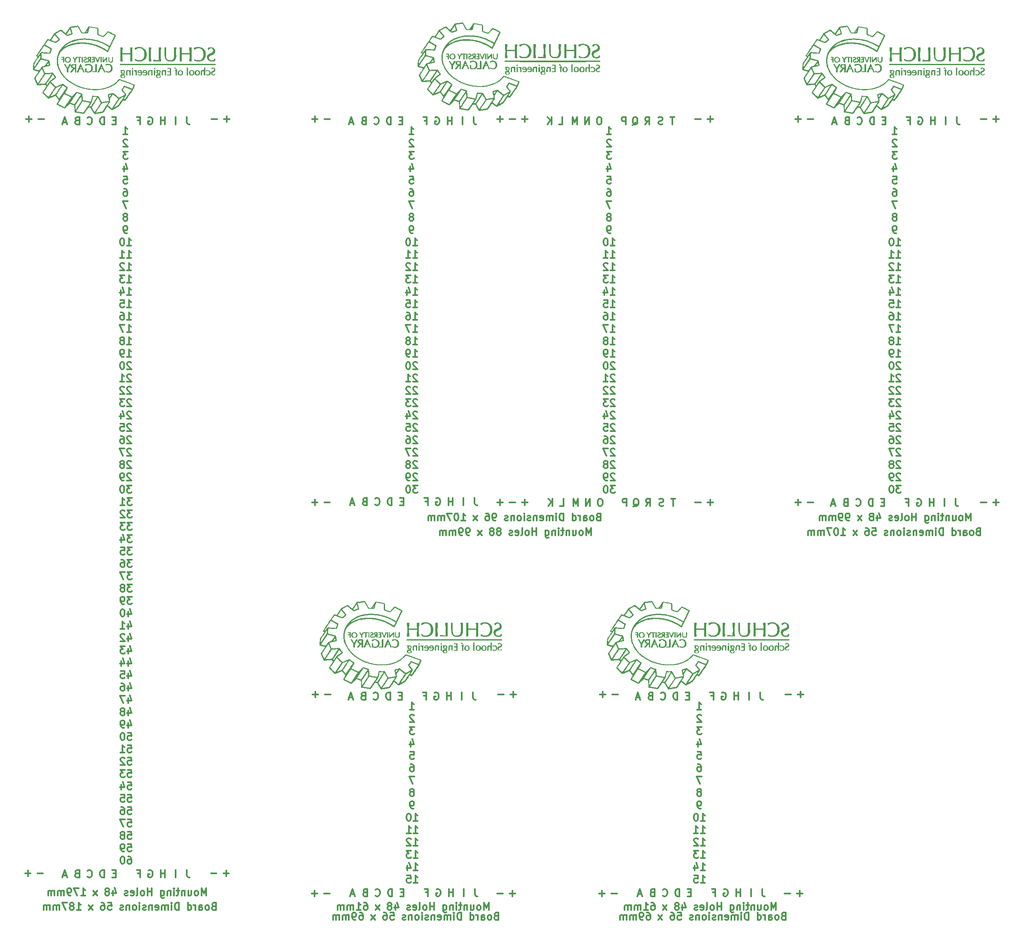
<source format=gbo>
G04 #@! TF.GenerationSoftware,KiCad,Pcbnew,8.0.2*
G04 #@! TF.CreationDate,2024-05-07T14:07:03-06:00*
G04 #@! TF.ProjectId,Perfboard_Panel,50657266-626f-4617-9264-5f50616e656c,rev?*
G04 #@! TF.SameCoordinates,Original*
G04 #@! TF.FileFunction,Legend,Bot*
G04 #@! TF.FilePolarity,Positive*
%FSLAX46Y46*%
G04 Gerber Fmt 4.6, Leading zero omitted, Abs format (unit mm)*
G04 Created by KiCad (PCBNEW 8.0.2) date 2024-05-07 14:07:03*
%MOMM*%
%LPD*%
G01*
G04 APERTURE LIST*
%ADD10C,0.300000*%
%ADD11C,0.000000*%
%ADD12C,1.803200*%
%ADD13C,2.600000*%
%ADD14C,3.800000*%
%ADD15C,0.500000*%
G04 APERTURE END LIST*
D10*
X168815940Y-186427971D02*
X168887368Y-186499400D01*
X168887368Y-186499400D02*
X169101654Y-186570828D01*
X169101654Y-186570828D02*
X169244511Y-186570828D01*
X169244511Y-186570828D02*
X169458797Y-186499400D01*
X169458797Y-186499400D02*
X169601654Y-186356542D01*
X169601654Y-186356542D02*
X169673083Y-186213685D01*
X169673083Y-186213685D02*
X169744511Y-185927971D01*
X169744511Y-185927971D02*
X169744511Y-185713685D01*
X169744511Y-185713685D02*
X169673083Y-185427971D01*
X169673083Y-185427971D02*
X169601654Y-185285114D01*
X169601654Y-185285114D02*
X169458797Y-185142257D01*
X169458797Y-185142257D02*
X169244511Y-185070828D01*
X169244511Y-185070828D02*
X169101654Y-185070828D01*
X169101654Y-185070828D02*
X168887368Y-185142257D01*
X168887368Y-185142257D02*
X168815940Y-185213685D01*
X59159774Y-113602828D02*
X60016917Y-113602828D01*
X59588346Y-113602828D02*
X59588346Y-112102828D01*
X59588346Y-112102828D02*
X59731203Y-112317114D01*
X59731203Y-112317114D02*
X59874060Y-112459971D01*
X59874060Y-112459971D02*
X60016917Y-112531400D01*
X58302632Y-112745685D02*
X58445489Y-112674257D01*
X58445489Y-112674257D02*
X58516918Y-112602828D01*
X58516918Y-112602828D02*
X58588346Y-112459971D01*
X58588346Y-112459971D02*
X58588346Y-112388542D01*
X58588346Y-112388542D02*
X58516918Y-112245685D01*
X58516918Y-112245685D02*
X58445489Y-112174257D01*
X58445489Y-112174257D02*
X58302632Y-112102828D01*
X58302632Y-112102828D02*
X58016918Y-112102828D01*
X58016918Y-112102828D02*
X57874061Y-112174257D01*
X57874061Y-112174257D02*
X57802632Y-112245685D01*
X57802632Y-112245685D02*
X57731203Y-112388542D01*
X57731203Y-112388542D02*
X57731203Y-112459971D01*
X57731203Y-112459971D02*
X57802632Y-112602828D01*
X57802632Y-112602828D02*
X57874061Y-112674257D01*
X57874061Y-112674257D02*
X58016918Y-112745685D01*
X58016918Y-112745685D02*
X58302632Y-112745685D01*
X58302632Y-112745685D02*
X58445489Y-112817114D01*
X58445489Y-112817114D02*
X58516918Y-112888542D01*
X58516918Y-112888542D02*
X58588346Y-113031400D01*
X58588346Y-113031400D02*
X58588346Y-113317114D01*
X58588346Y-113317114D02*
X58516918Y-113459971D01*
X58516918Y-113459971D02*
X58445489Y-113531400D01*
X58445489Y-113531400D02*
X58302632Y-113602828D01*
X58302632Y-113602828D02*
X58016918Y-113602828D01*
X58016918Y-113602828D02*
X57874061Y-113531400D01*
X57874061Y-113531400D02*
X57802632Y-113459971D01*
X57802632Y-113459971D02*
X57731203Y-113317114D01*
X57731203Y-113317114D02*
X57731203Y-113031400D01*
X57731203Y-113031400D02*
X57802632Y-112888542D01*
X57802632Y-112888542D02*
X57874061Y-112817114D01*
X57874061Y-112817114D02*
X58016918Y-112745685D01*
X217159774Y-111062828D02*
X218016917Y-111062828D01*
X217588346Y-111062828D02*
X217588346Y-109562828D01*
X217588346Y-109562828D02*
X217731203Y-109777114D01*
X217731203Y-109777114D02*
X217874060Y-109919971D01*
X217874060Y-109919971D02*
X218016917Y-109991400D01*
X216659775Y-109562828D02*
X215659775Y-109562828D01*
X215659775Y-109562828D02*
X216302632Y-111062828D01*
X118756917Y-117345685D02*
X118685489Y-117274257D01*
X118685489Y-117274257D02*
X118542632Y-117202828D01*
X118542632Y-117202828D02*
X118185489Y-117202828D01*
X118185489Y-117202828D02*
X118042632Y-117274257D01*
X118042632Y-117274257D02*
X117971203Y-117345685D01*
X117971203Y-117345685D02*
X117899774Y-117488542D01*
X117899774Y-117488542D02*
X117899774Y-117631400D01*
X117899774Y-117631400D02*
X117971203Y-117845685D01*
X117971203Y-117845685D02*
X118828346Y-118702828D01*
X118828346Y-118702828D02*
X117899774Y-118702828D01*
X116971203Y-117202828D02*
X116828346Y-117202828D01*
X116828346Y-117202828D02*
X116685489Y-117274257D01*
X116685489Y-117274257D02*
X116614061Y-117345685D01*
X116614061Y-117345685D02*
X116542632Y-117488542D01*
X116542632Y-117488542D02*
X116471203Y-117774257D01*
X116471203Y-117774257D02*
X116471203Y-118131400D01*
X116471203Y-118131400D02*
X116542632Y-118417114D01*
X116542632Y-118417114D02*
X116614061Y-118559971D01*
X116614061Y-118559971D02*
X116685489Y-118631400D01*
X116685489Y-118631400D02*
X116828346Y-118702828D01*
X116828346Y-118702828D02*
X116971203Y-118702828D01*
X116971203Y-118702828D02*
X117114061Y-118631400D01*
X117114061Y-118631400D02*
X117185489Y-118559971D01*
X117185489Y-118559971D02*
X117256918Y-118417114D01*
X117256918Y-118417114D02*
X117328346Y-118131400D01*
X117328346Y-118131400D02*
X117328346Y-117774257D01*
X117328346Y-117774257D02*
X117256918Y-117488542D01*
X117256918Y-117488542D02*
X117185489Y-117345685D01*
X117185489Y-117345685D02*
X117114061Y-117274257D01*
X117114061Y-117274257D02*
X116971203Y-117202828D01*
X206993083Y-67605114D02*
X206778797Y-67676542D01*
X206778797Y-67676542D02*
X206707368Y-67747971D01*
X206707368Y-67747971D02*
X206635940Y-67890828D01*
X206635940Y-67890828D02*
X206635940Y-68105114D01*
X206635940Y-68105114D02*
X206707368Y-68247971D01*
X206707368Y-68247971D02*
X206778797Y-68319400D01*
X206778797Y-68319400D02*
X206921654Y-68390828D01*
X206921654Y-68390828D02*
X207493083Y-68390828D01*
X207493083Y-68390828D02*
X207493083Y-66890828D01*
X207493083Y-66890828D02*
X206993083Y-66890828D01*
X206993083Y-66890828D02*
X206850226Y-66962257D01*
X206850226Y-66962257D02*
X206778797Y-67033685D01*
X206778797Y-67033685D02*
X206707368Y-67176542D01*
X206707368Y-67176542D02*
X206707368Y-67319400D01*
X206707368Y-67319400D02*
X206778797Y-67462257D01*
X206778797Y-67462257D02*
X206850226Y-67533685D01*
X206850226Y-67533685D02*
X206993083Y-67605114D01*
X206993083Y-67605114D02*
X207493083Y-67605114D01*
X118019774Y-221622828D02*
X118876917Y-221622828D01*
X118448346Y-221622828D02*
X118448346Y-220122828D01*
X118448346Y-220122828D02*
X118591203Y-220337114D01*
X118591203Y-220337114D02*
X118734060Y-220479971D01*
X118734060Y-220479971D02*
X118876917Y-220551400D01*
X116734061Y-220622828D02*
X116734061Y-221622828D01*
X117091203Y-220051400D02*
X117448346Y-221122828D01*
X117448346Y-221122828D02*
X116519775Y-221122828D01*
X218016917Y-137645685D02*
X217945489Y-137574257D01*
X217945489Y-137574257D02*
X217802632Y-137502828D01*
X217802632Y-137502828D02*
X217445489Y-137502828D01*
X217445489Y-137502828D02*
X217302632Y-137574257D01*
X217302632Y-137574257D02*
X217231203Y-137645685D01*
X217231203Y-137645685D02*
X217159774Y-137788542D01*
X217159774Y-137788542D02*
X217159774Y-137931400D01*
X217159774Y-137931400D02*
X217231203Y-138145685D01*
X217231203Y-138145685D02*
X218088346Y-139002828D01*
X218088346Y-139002828D02*
X217159774Y-139002828D01*
X216302632Y-138145685D02*
X216445489Y-138074257D01*
X216445489Y-138074257D02*
X216516918Y-138002828D01*
X216516918Y-138002828D02*
X216588346Y-137859971D01*
X216588346Y-137859971D02*
X216588346Y-137788542D01*
X216588346Y-137788542D02*
X216516918Y-137645685D01*
X216516918Y-137645685D02*
X216445489Y-137574257D01*
X216445489Y-137574257D02*
X216302632Y-137502828D01*
X216302632Y-137502828D02*
X216016918Y-137502828D01*
X216016918Y-137502828D02*
X215874061Y-137574257D01*
X215874061Y-137574257D02*
X215802632Y-137645685D01*
X215802632Y-137645685D02*
X215731203Y-137788542D01*
X215731203Y-137788542D02*
X215731203Y-137859971D01*
X215731203Y-137859971D02*
X215802632Y-138002828D01*
X215802632Y-138002828D02*
X215874061Y-138074257D01*
X215874061Y-138074257D02*
X216016918Y-138145685D01*
X216016918Y-138145685D02*
X216302632Y-138145685D01*
X216302632Y-138145685D02*
X216445489Y-138217114D01*
X216445489Y-138217114D02*
X216516918Y-138288542D01*
X216516918Y-138288542D02*
X216588346Y-138431400D01*
X216588346Y-138431400D02*
X216588346Y-138717114D01*
X216588346Y-138717114D02*
X216516918Y-138859971D01*
X216516918Y-138859971D02*
X216445489Y-138931400D01*
X216445489Y-138931400D02*
X216302632Y-139002828D01*
X216302632Y-139002828D02*
X216016918Y-139002828D01*
X216016918Y-139002828D02*
X215874061Y-138931400D01*
X215874061Y-138931400D02*
X215802632Y-138859971D01*
X215802632Y-138859971D02*
X215731203Y-138717114D01*
X215731203Y-138717114D02*
X215731203Y-138431400D01*
X215731203Y-138431400D02*
X215802632Y-138288542D01*
X215802632Y-138288542D02*
X215874061Y-138217114D01*
X215874061Y-138217114D02*
X216016918Y-138145685D01*
X125850512Y-68410828D02*
X125850512Y-66910828D01*
X125850512Y-67625114D02*
X124993369Y-67625114D01*
X124993369Y-68410828D02*
X124993369Y-66910828D01*
X206720225Y-146015114D02*
X206505939Y-146086542D01*
X206505939Y-146086542D02*
X206434510Y-146157971D01*
X206434510Y-146157971D02*
X206363082Y-146300828D01*
X206363082Y-146300828D02*
X206363082Y-146515114D01*
X206363082Y-146515114D02*
X206434510Y-146657971D01*
X206434510Y-146657971D02*
X206505939Y-146729400D01*
X206505939Y-146729400D02*
X206648796Y-146800828D01*
X206648796Y-146800828D02*
X207220225Y-146800828D01*
X207220225Y-146800828D02*
X207220225Y-145300828D01*
X207220225Y-145300828D02*
X206720225Y-145300828D01*
X206720225Y-145300828D02*
X206577368Y-145372257D01*
X206577368Y-145372257D02*
X206505939Y-145443685D01*
X206505939Y-145443685D02*
X206434510Y-145586542D01*
X206434510Y-145586542D02*
X206434510Y-145729400D01*
X206434510Y-145729400D02*
X206505939Y-145872257D01*
X206505939Y-145872257D02*
X206577368Y-145943685D01*
X206577368Y-145943685D02*
X206720225Y-146015114D01*
X206720225Y-146015114D02*
X207220225Y-146015114D01*
X159336917Y-124965685D02*
X159265489Y-124894257D01*
X159265489Y-124894257D02*
X159122632Y-124822828D01*
X159122632Y-124822828D02*
X158765489Y-124822828D01*
X158765489Y-124822828D02*
X158622632Y-124894257D01*
X158622632Y-124894257D02*
X158551203Y-124965685D01*
X158551203Y-124965685D02*
X158479774Y-125108542D01*
X158479774Y-125108542D02*
X158479774Y-125251400D01*
X158479774Y-125251400D02*
X158551203Y-125465685D01*
X158551203Y-125465685D02*
X159408346Y-126322828D01*
X159408346Y-126322828D02*
X158479774Y-126322828D01*
X157979775Y-124822828D02*
X157051203Y-124822828D01*
X157051203Y-124822828D02*
X157551203Y-125394257D01*
X157551203Y-125394257D02*
X157336918Y-125394257D01*
X157336918Y-125394257D02*
X157194061Y-125465685D01*
X157194061Y-125465685D02*
X157122632Y-125537114D01*
X157122632Y-125537114D02*
X157051203Y-125679971D01*
X157051203Y-125679971D02*
X157051203Y-126037114D01*
X157051203Y-126037114D02*
X157122632Y-126179971D01*
X157122632Y-126179971D02*
X157194061Y-126251400D01*
X157194061Y-126251400D02*
X157336918Y-126322828D01*
X157336918Y-126322828D02*
X157765489Y-126322828D01*
X157765489Y-126322828D02*
X157908346Y-126251400D01*
X157908346Y-126251400D02*
X157979775Y-126179971D01*
X41912631Y-222251400D02*
X40769774Y-222251400D01*
X118019774Y-216542828D02*
X118876917Y-216542828D01*
X118448346Y-216542828D02*
X118448346Y-215042828D01*
X118448346Y-215042828D02*
X118591203Y-215257114D01*
X118591203Y-215257114D02*
X118734060Y-215399971D01*
X118734060Y-215399971D02*
X118876917Y-215471400D01*
X117448346Y-215185685D02*
X117376918Y-215114257D01*
X117376918Y-215114257D02*
X117234061Y-215042828D01*
X117234061Y-215042828D02*
X116876918Y-215042828D01*
X116876918Y-215042828D02*
X116734061Y-215114257D01*
X116734061Y-215114257D02*
X116662632Y-215185685D01*
X116662632Y-215185685D02*
X116591203Y-215328542D01*
X116591203Y-215328542D02*
X116591203Y-215471400D01*
X116591203Y-215471400D02*
X116662632Y-215685685D01*
X116662632Y-215685685D02*
X117519775Y-216542828D01*
X117519775Y-216542828D02*
X116591203Y-216542828D01*
X117257774Y-188602828D02*
X118114917Y-188602828D01*
X117686346Y-188602828D02*
X117686346Y-187102828D01*
X117686346Y-187102828D02*
X117829203Y-187317114D01*
X117829203Y-187317114D02*
X117972060Y-187459971D01*
X117972060Y-187459971D02*
X118114917Y-187531400D01*
X214697368Y-146015114D02*
X214197368Y-146015114D01*
X213983082Y-146800828D02*
X214697368Y-146800828D01*
X214697368Y-146800828D02*
X214697368Y-145300828D01*
X214697368Y-145300828D02*
X213983082Y-145300828D01*
X130327368Y-66910828D02*
X130327368Y-67982257D01*
X130327368Y-67982257D02*
X130398797Y-68196542D01*
X130398797Y-68196542D02*
X130541654Y-68339400D01*
X130541654Y-68339400D02*
X130755940Y-68410828D01*
X130755940Y-68410828D02*
X130898797Y-68410828D01*
X59386632Y-178642828D02*
X59386632Y-179642828D01*
X59743774Y-178071400D02*
X60100917Y-179142828D01*
X60100917Y-179142828D02*
X59172346Y-179142828D01*
X57958061Y-178642828D02*
X57958061Y-179642828D01*
X58315203Y-178071400D02*
X58672346Y-179142828D01*
X58672346Y-179142828D02*
X57743775Y-179142828D01*
X117829203Y-205525685D02*
X117972060Y-205454257D01*
X117972060Y-205454257D02*
X118043489Y-205382828D01*
X118043489Y-205382828D02*
X118114917Y-205239971D01*
X118114917Y-205239971D02*
X118114917Y-205168542D01*
X118114917Y-205168542D02*
X118043489Y-205025685D01*
X118043489Y-205025685D02*
X117972060Y-204954257D01*
X117972060Y-204954257D02*
X117829203Y-204882828D01*
X117829203Y-204882828D02*
X117543489Y-204882828D01*
X117543489Y-204882828D02*
X117400632Y-204954257D01*
X117400632Y-204954257D02*
X117329203Y-205025685D01*
X117329203Y-205025685D02*
X117257774Y-205168542D01*
X117257774Y-205168542D02*
X117257774Y-205239971D01*
X117257774Y-205239971D02*
X117329203Y-205382828D01*
X117329203Y-205382828D02*
X117400632Y-205454257D01*
X117400632Y-205454257D02*
X117543489Y-205525685D01*
X117543489Y-205525685D02*
X117829203Y-205525685D01*
X117829203Y-205525685D02*
X117972060Y-205597114D01*
X117972060Y-205597114D02*
X118043489Y-205668542D01*
X118043489Y-205668542D02*
X118114917Y-205811400D01*
X118114917Y-205811400D02*
X118114917Y-206097114D01*
X118114917Y-206097114D02*
X118043489Y-206239971D01*
X118043489Y-206239971D02*
X117972060Y-206311400D01*
X117972060Y-206311400D02*
X117829203Y-206382828D01*
X117829203Y-206382828D02*
X117543489Y-206382828D01*
X117543489Y-206382828D02*
X117400632Y-206311400D01*
X117400632Y-206311400D02*
X117329203Y-206239971D01*
X117329203Y-206239971D02*
X117257774Y-206097114D01*
X117257774Y-206097114D02*
X117257774Y-205811400D01*
X117257774Y-205811400D02*
X117329203Y-205668542D01*
X117329203Y-205668542D02*
X117400632Y-205597114D01*
X117400632Y-205597114D02*
X117543489Y-205525685D01*
X113539369Y-146642828D02*
X113539369Y-145142828D01*
X113539369Y-145142828D02*
X113182226Y-145142828D01*
X113182226Y-145142828D02*
X112967940Y-145214257D01*
X112967940Y-145214257D02*
X112825083Y-145357114D01*
X112825083Y-145357114D02*
X112753654Y-145499971D01*
X112753654Y-145499971D02*
X112682226Y-145785685D01*
X112682226Y-145785685D02*
X112682226Y-145999971D01*
X112682226Y-145999971D02*
X112753654Y-146285685D01*
X112753654Y-146285685D02*
X112825083Y-146428542D01*
X112825083Y-146428542D02*
X112967940Y-146571400D01*
X112967940Y-146571400D02*
X113182226Y-146642828D01*
X113182226Y-146642828D02*
X113539369Y-146642828D01*
X75445489Y-226800828D02*
X75445489Y-225300828D01*
X75445489Y-225300828D02*
X74945489Y-226372257D01*
X74945489Y-226372257D02*
X74445489Y-225300828D01*
X74445489Y-225300828D02*
X74445489Y-226800828D01*
X73516917Y-226800828D02*
X73659774Y-226729400D01*
X73659774Y-226729400D02*
X73731203Y-226657971D01*
X73731203Y-226657971D02*
X73802631Y-226515114D01*
X73802631Y-226515114D02*
X73802631Y-226086542D01*
X73802631Y-226086542D02*
X73731203Y-225943685D01*
X73731203Y-225943685D02*
X73659774Y-225872257D01*
X73659774Y-225872257D02*
X73516917Y-225800828D01*
X73516917Y-225800828D02*
X73302631Y-225800828D01*
X73302631Y-225800828D02*
X73159774Y-225872257D01*
X73159774Y-225872257D02*
X73088346Y-225943685D01*
X73088346Y-225943685D02*
X73016917Y-226086542D01*
X73016917Y-226086542D02*
X73016917Y-226515114D01*
X73016917Y-226515114D02*
X73088346Y-226657971D01*
X73088346Y-226657971D02*
X73159774Y-226729400D01*
X73159774Y-226729400D02*
X73302631Y-226800828D01*
X73302631Y-226800828D02*
X73516917Y-226800828D01*
X71731203Y-225800828D02*
X71731203Y-226800828D01*
X72374060Y-225800828D02*
X72374060Y-226586542D01*
X72374060Y-226586542D02*
X72302631Y-226729400D01*
X72302631Y-226729400D02*
X72159774Y-226800828D01*
X72159774Y-226800828D02*
X71945488Y-226800828D01*
X71945488Y-226800828D02*
X71802631Y-226729400D01*
X71802631Y-226729400D02*
X71731203Y-226657971D01*
X71016917Y-225800828D02*
X71016917Y-226800828D01*
X71016917Y-225943685D02*
X70945488Y-225872257D01*
X70945488Y-225872257D02*
X70802631Y-225800828D01*
X70802631Y-225800828D02*
X70588345Y-225800828D01*
X70588345Y-225800828D02*
X70445488Y-225872257D01*
X70445488Y-225872257D02*
X70374060Y-226015114D01*
X70374060Y-226015114D02*
X70374060Y-226800828D01*
X69874059Y-225800828D02*
X69302631Y-225800828D01*
X69659774Y-225300828D02*
X69659774Y-226586542D01*
X69659774Y-226586542D02*
X69588345Y-226729400D01*
X69588345Y-226729400D02*
X69445488Y-226800828D01*
X69445488Y-226800828D02*
X69302631Y-226800828D01*
X68802631Y-226800828D02*
X68802631Y-225800828D01*
X68802631Y-225300828D02*
X68874059Y-225372257D01*
X68874059Y-225372257D02*
X68802631Y-225443685D01*
X68802631Y-225443685D02*
X68731202Y-225372257D01*
X68731202Y-225372257D02*
X68802631Y-225300828D01*
X68802631Y-225300828D02*
X68802631Y-225443685D01*
X68088345Y-225800828D02*
X68088345Y-226800828D01*
X68088345Y-225943685D02*
X68016916Y-225872257D01*
X68016916Y-225872257D02*
X67874059Y-225800828D01*
X67874059Y-225800828D02*
X67659773Y-225800828D01*
X67659773Y-225800828D02*
X67516916Y-225872257D01*
X67516916Y-225872257D02*
X67445488Y-226015114D01*
X67445488Y-226015114D02*
X67445488Y-226800828D01*
X66088345Y-225800828D02*
X66088345Y-227015114D01*
X66088345Y-227015114D02*
X66159773Y-227157971D01*
X66159773Y-227157971D02*
X66231202Y-227229400D01*
X66231202Y-227229400D02*
X66374059Y-227300828D01*
X66374059Y-227300828D02*
X66588345Y-227300828D01*
X66588345Y-227300828D02*
X66731202Y-227229400D01*
X66088345Y-226729400D02*
X66231202Y-226800828D01*
X66231202Y-226800828D02*
X66516916Y-226800828D01*
X66516916Y-226800828D02*
X66659773Y-226729400D01*
X66659773Y-226729400D02*
X66731202Y-226657971D01*
X66731202Y-226657971D02*
X66802630Y-226515114D01*
X66802630Y-226515114D02*
X66802630Y-226086542D01*
X66802630Y-226086542D02*
X66731202Y-225943685D01*
X66731202Y-225943685D02*
X66659773Y-225872257D01*
X66659773Y-225872257D02*
X66516916Y-225800828D01*
X66516916Y-225800828D02*
X66231202Y-225800828D01*
X66231202Y-225800828D02*
X66088345Y-225872257D01*
X64231202Y-226800828D02*
X64231202Y-225300828D01*
X64231202Y-226015114D02*
X63374059Y-226015114D01*
X63374059Y-226800828D02*
X63374059Y-225300828D01*
X62445487Y-226800828D02*
X62588344Y-226729400D01*
X62588344Y-226729400D02*
X62659773Y-226657971D01*
X62659773Y-226657971D02*
X62731201Y-226515114D01*
X62731201Y-226515114D02*
X62731201Y-226086542D01*
X62731201Y-226086542D02*
X62659773Y-225943685D01*
X62659773Y-225943685D02*
X62588344Y-225872257D01*
X62588344Y-225872257D02*
X62445487Y-225800828D01*
X62445487Y-225800828D02*
X62231201Y-225800828D01*
X62231201Y-225800828D02*
X62088344Y-225872257D01*
X62088344Y-225872257D02*
X62016916Y-225943685D01*
X62016916Y-225943685D02*
X61945487Y-226086542D01*
X61945487Y-226086542D02*
X61945487Y-226515114D01*
X61945487Y-226515114D02*
X62016916Y-226657971D01*
X62016916Y-226657971D02*
X62088344Y-226729400D01*
X62088344Y-226729400D02*
X62231201Y-226800828D01*
X62231201Y-226800828D02*
X62445487Y-226800828D01*
X61088344Y-226800828D02*
X61231201Y-226729400D01*
X61231201Y-226729400D02*
X61302630Y-226586542D01*
X61302630Y-226586542D02*
X61302630Y-225300828D01*
X59945487Y-226729400D02*
X60088344Y-226800828D01*
X60088344Y-226800828D02*
X60374059Y-226800828D01*
X60374059Y-226800828D02*
X60516916Y-226729400D01*
X60516916Y-226729400D02*
X60588344Y-226586542D01*
X60588344Y-226586542D02*
X60588344Y-226015114D01*
X60588344Y-226015114D02*
X60516916Y-225872257D01*
X60516916Y-225872257D02*
X60374059Y-225800828D01*
X60374059Y-225800828D02*
X60088344Y-225800828D01*
X60088344Y-225800828D02*
X59945487Y-225872257D01*
X59945487Y-225872257D02*
X59874059Y-226015114D01*
X59874059Y-226015114D02*
X59874059Y-226157971D01*
X59874059Y-226157971D02*
X60588344Y-226300828D01*
X59302630Y-226729400D02*
X59159773Y-226800828D01*
X59159773Y-226800828D02*
X58874059Y-226800828D01*
X58874059Y-226800828D02*
X58731202Y-226729400D01*
X58731202Y-226729400D02*
X58659773Y-226586542D01*
X58659773Y-226586542D02*
X58659773Y-226515114D01*
X58659773Y-226515114D02*
X58731202Y-226372257D01*
X58731202Y-226372257D02*
X58874059Y-226300828D01*
X58874059Y-226300828D02*
X59088345Y-226300828D01*
X59088345Y-226300828D02*
X59231202Y-226229400D01*
X59231202Y-226229400D02*
X59302630Y-226086542D01*
X59302630Y-226086542D02*
X59302630Y-226015114D01*
X59302630Y-226015114D02*
X59231202Y-225872257D01*
X59231202Y-225872257D02*
X59088345Y-225800828D01*
X59088345Y-225800828D02*
X58874059Y-225800828D01*
X58874059Y-225800828D02*
X58731202Y-225872257D01*
X56231202Y-225800828D02*
X56231202Y-226800828D01*
X56588344Y-225229400D02*
X56945487Y-226300828D01*
X56945487Y-226300828D02*
X56016916Y-226300828D01*
X55231202Y-225943685D02*
X55374059Y-225872257D01*
X55374059Y-225872257D02*
X55445488Y-225800828D01*
X55445488Y-225800828D02*
X55516916Y-225657971D01*
X55516916Y-225657971D02*
X55516916Y-225586542D01*
X55516916Y-225586542D02*
X55445488Y-225443685D01*
X55445488Y-225443685D02*
X55374059Y-225372257D01*
X55374059Y-225372257D02*
X55231202Y-225300828D01*
X55231202Y-225300828D02*
X54945488Y-225300828D01*
X54945488Y-225300828D02*
X54802631Y-225372257D01*
X54802631Y-225372257D02*
X54731202Y-225443685D01*
X54731202Y-225443685D02*
X54659773Y-225586542D01*
X54659773Y-225586542D02*
X54659773Y-225657971D01*
X54659773Y-225657971D02*
X54731202Y-225800828D01*
X54731202Y-225800828D02*
X54802631Y-225872257D01*
X54802631Y-225872257D02*
X54945488Y-225943685D01*
X54945488Y-225943685D02*
X55231202Y-225943685D01*
X55231202Y-225943685D02*
X55374059Y-226015114D01*
X55374059Y-226015114D02*
X55445488Y-226086542D01*
X55445488Y-226086542D02*
X55516916Y-226229400D01*
X55516916Y-226229400D02*
X55516916Y-226515114D01*
X55516916Y-226515114D02*
X55445488Y-226657971D01*
X55445488Y-226657971D02*
X55374059Y-226729400D01*
X55374059Y-226729400D02*
X55231202Y-226800828D01*
X55231202Y-226800828D02*
X54945488Y-226800828D01*
X54945488Y-226800828D02*
X54802631Y-226729400D01*
X54802631Y-226729400D02*
X54731202Y-226657971D01*
X54731202Y-226657971D02*
X54659773Y-226515114D01*
X54659773Y-226515114D02*
X54659773Y-226229400D01*
X54659773Y-226229400D02*
X54731202Y-226086542D01*
X54731202Y-226086542D02*
X54802631Y-226015114D01*
X54802631Y-226015114D02*
X54945488Y-225943685D01*
X53016917Y-226800828D02*
X52231203Y-225800828D01*
X53016917Y-225800828D02*
X52231203Y-226800828D01*
X49731202Y-226800828D02*
X50588345Y-226800828D01*
X50159774Y-226800828D02*
X50159774Y-225300828D01*
X50159774Y-225300828D02*
X50302631Y-225515114D01*
X50302631Y-225515114D02*
X50445488Y-225657971D01*
X50445488Y-225657971D02*
X50588345Y-225729400D01*
X49231203Y-225300828D02*
X48231203Y-225300828D01*
X48231203Y-225300828D02*
X48874060Y-226800828D01*
X47588346Y-226800828D02*
X47302632Y-226800828D01*
X47302632Y-226800828D02*
X47159775Y-226729400D01*
X47159775Y-226729400D02*
X47088346Y-226657971D01*
X47088346Y-226657971D02*
X46945489Y-226443685D01*
X46945489Y-226443685D02*
X46874060Y-226157971D01*
X46874060Y-226157971D02*
X46874060Y-225586542D01*
X46874060Y-225586542D02*
X46945489Y-225443685D01*
X46945489Y-225443685D02*
X47016918Y-225372257D01*
X47016918Y-225372257D02*
X47159775Y-225300828D01*
X47159775Y-225300828D02*
X47445489Y-225300828D01*
X47445489Y-225300828D02*
X47588346Y-225372257D01*
X47588346Y-225372257D02*
X47659775Y-225443685D01*
X47659775Y-225443685D02*
X47731203Y-225586542D01*
X47731203Y-225586542D02*
X47731203Y-225943685D01*
X47731203Y-225943685D02*
X47659775Y-226086542D01*
X47659775Y-226086542D02*
X47588346Y-226157971D01*
X47588346Y-226157971D02*
X47445489Y-226229400D01*
X47445489Y-226229400D02*
X47159775Y-226229400D01*
X47159775Y-226229400D02*
X47016918Y-226157971D01*
X47016918Y-226157971D02*
X46945489Y-226086542D01*
X46945489Y-226086542D02*
X46874060Y-225943685D01*
X46231204Y-226800828D02*
X46231204Y-225800828D01*
X46231204Y-225943685D02*
X46159775Y-225872257D01*
X46159775Y-225872257D02*
X46016918Y-225800828D01*
X46016918Y-225800828D02*
X45802632Y-225800828D01*
X45802632Y-225800828D02*
X45659775Y-225872257D01*
X45659775Y-225872257D02*
X45588347Y-226015114D01*
X45588347Y-226015114D02*
X45588347Y-226800828D01*
X45588347Y-226015114D02*
X45516918Y-225872257D01*
X45516918Y-225872257D02*
X45374061Y-225800828D01*
X45374061Y-225800828D02*
X45159775Y-225800828D01*
X45159775Y-225800828D02*
X45016918Y-225872257D01*
X45016918Y-225872257D02*
X44945489Y-226015114D01*
X44945489Y-226015114D02*
X44945489Y-226800828D01*
X44231204Y-226800828D02*
X44231204Y-225800828D01*
X44231204Y-225943685D02*
X44159775Y-225872257D01*
X44159775Y-225872257D02*
X44016918Y-225800828D01*
X44016918Y-225800828D02*
X43802632Y-225800828D01*
X43802632Y-225800828D02*
X43659775Y-225872257D01*
X43659775Y-225872257D02*
X43588347Y-226015114D01*
X43588347Y-226015114D02*
X43588347Y-226800828D01*
X43588347Y-226015114D02*
X43516918Y-225872257D01*
X43516918Y-225872257D02*
X43374061Y-225800828D01*
X43374061Y-225800828D02*
X43159775Y-225800828D01*
X43159775Y-225800828D02*
X43016918Y-225872257D01*
X43016918Y-225872257D02*
X42945489Y-226015114D01*
X42945489Y-226015114D02*
X42945489Y-226800828D01*
X177019774Y-219082828D02*
X177876917Y-219082828D01*
X177448346Y-219082828D02*
X177448346Y-217582828D01*
X177448346Y-217582828D02*
X177591203Y-217797114D01*
X177591203Y-217797114D02*
X177734060Y-217939971D01*
X177734060Y-217939971D02*
X177876917Y-218011400D01*
X176519775Y-217582828D02*
X175591203Y-217582828D01*
X175591203Y-217582828D02*
X176091203Y-218154257D01*
X176091203Y-218154257D02*
X175876918Y-218154257D01*
X175876918Y-218154257D02*
X175734061Y-218225685D01*
X175734061Y-218225685D02*
X175662632Y-218297114D01*
X175662632Y-218297114D02*
X175591203Y-218439971D01*
X175591203Y-218439971D02*
X175591203Y-218797114D01*
X175591203Y-218797114D02*
X175662632Y-218939971D01*
X175662632Y-218939971D02*
X175734061Y-219011400D01*
X175734061Y-219011400D02*
X175876918Y-219082828D01*
X175876918Y-219082828D02*
X176305489Y-219082828D01*
X176305489Y-219082828D02*
X176448346Y-219011400D01*
X176448346Y-219011400D02*
X176519775Y-218939971D01*
X117400632Y-199802828D02*
X117686346Y-199802828D01*
X117686346Y-199802828D02*
X117829203Y-199874257D01*
X117829203Y-199874257D02*
X117900632Y-199945685D01*
X117900632Y-199945685D02*
X118043489Y-200159971D01*
X118043489Y-200159971D02*
X118114917Y-200445685D01*
X118114917Y-200445685D02*
X118114917Y-201017114D01*
X118114917Y-201017114D02*
X118043489Y-201159971D01*
X118043489Y-201159971D02*
X117972060Y-201231400D01*
X117972060Y-201231400D02*
X117829203Y-201302828D01*
X117829203Y-201302828D02*
X117543489Y-201302828D01*
X117543489Y-201302828D02*
X117400632Y-201231400D01*
X117400632Y-201231400D02*
X117329203Y-201159971D01*
X117329203Y-201159971D02*
X117257774Y-201017114D01*
X117257774Y-201017114D02*
X117257774Y-200659971D01*
X117257774Y-200659971D02*
X117329203Y-200517114D01*
X117329203Y-200517114D02*
X117400632Y-200445685D01*
X117400632Y-200445685D02*
X117543489Y-200374257D01*
X117543489Y-200374257D02*
X117829203Y-200374257D01*
X117829203Y-200374257D02*
X117972060Y-200445685D01*
X117972060Y-200445685D02*
X118043489Y-200517114D01*
X118043489Y-200517114D02*
X118114917Y-200659971D01*
X59159774Y-100902828D02*
X60016917Y-100902828D01*
X59588346Y-100902828D02*
X59588346Y-99402828D01*
X59588346Y-99402828D02*
X59731203Y-99617114D01*
X59731203Y-99617114D02*
X59874060Y-99759971D01*
X59874060Y-99759971D02*
X60016917Y-99831400D01*
X58659775Y-99402828D02*
X57731203Y-99402828D01*
X57731203Y-99402828D02*
X58231203Y-99974257D01*
X58231203Y-99974257D02*
X58016918Y-99974257D01*
X58016918Y-99974257D02*
X57874061Y-100045685D01*
X57874061Y-100045685D02*
X57802632Y-100117114D01*
X57802632Y-100117114D02*
X57731203Y-100259971D01*
X57731203Y-100259971D02*
X57731203Y-100617114D01*
X57731203Y-100617114D02*
X57802632Y-100759971D01*
X57802632Y-100759971D02*
X57874061Y-100831400D01*
X57874061Y-100831400D02*
X58016918Y-100902828D01*
X58016918Y-100902828D02*
X58445489Y-100902828D01*
X58445489Y-100902828D02*
X58588346Y-100831400D01*
X58588346Y-100831400D02*
X58659775Y-100759971D01*
X158479774Y-98382828D02*
X159336917Y-98382828D01*
X158908346Y-98382828D02*
X158908346Y-96882828D01*
X158908346Y-96882828D02*
X159051203Y-97097114D01*
X159051203Y-97097114D02*
X159194060Y-97239971D01*
X159194060Y-97239971D02*
X159336917Y-97311400D01*
X157908346Y-97025685D02*
X157836918Y-96954257D01*
X157836918Y-96954257D02*
X157694061Y-96882828D01*
X157694061Y-96882828D02*
X157336918Y-96882828D01*
X157336918Y-96882828D02*
X157194061Y-96954257D01*
X157194061Y-96954257D02*
X157122632Y-97025685D01*
X157122632Y-97025685D02*
X157051203Y-97168542D01*
X157051203Y-97168542D02*
X157051203Y-97311400D01*
X157051203Y-97311400D02*
X157122632Y-97525685D01*
X157122632Y-97525685D02*
X157979775Y-98382828D01*
X157979775Y-98382828D02*
X157051203Y-98382828D01*
X117400632Y-195222828D02*
X117400632Y-196222828D01*
X117757774Y-194651400D02*
X118114917Y-195722828D01*
X118114917Y-195722828D02*
X117186346Y-195722828D01*
X217159774Y-108522828D02*
X218016917Y-108522828D01*
X217588346Y-108522828D02*
X217588346Y-107022828D01*
X217588346Y-107022828D02*
X217731203Y-107237114D01*
X217731203Y-107237114D02*
X217874060Y-107379971D01*
X217874060Y-107379971D02*
X218016917Y-107451400D01*
X215874061Y-107022828D02*
X216159775Y-107022828D01*
X216159775Y-107022828D02*
X216302632Y-107094257D01*
X216302632Y-107094257D02*
X216374061Y-107165685D01*
X216374061Y-107165685D02*
X216516918Y-107379971D01*
X216516918Y-107379971D02*
X216588346Y-107665685D01*
X216588346Y-107665685D02*
X216588346Y-108237114D01*
X216588346Y-108237114D02*
X216516918Y-108379971D01*
X216516918Y-108379971D02*
X216445489Y-108451400D01*
X216445489Y-108451400D02*
X216302632Y-108522828D01*
X216302632Y-108522828D02*
X216016918Y-108522828D01*
X216016918Y-108522828D02*
X215874061Y-108451400D01*
X215874061Y-108451400D02*
X215802632Y-108379971D01*
X215802632Y-108379971D02*
X215731203Y-108237114D01*
X215731203Y-108237114D02*
X215731203Y-107879971D01*
X215731203Y-107879971D02*
X215802632Y-107737114D01*
X215802632Y-107737114D02*
X215874061Y-107665685D01*
X215874061Y-107665685D02*
X216016918Y-107594257D01*
X216016918Y-107594257D02*
X216302632Y-107594257D01*
X216302632Y-107594257D02*
X216445489Y-107665685D01*
X216445489Y-107665685D02*
X216516918Y-107737114D01*
X216516918Y-107737114D02*
X216588346Y-107879971D01*
X118186346Y-202342828D02*
X117186346Y-202342828D01*
X117186346Y-202342828D02*
X117829203Y-203842828D01*
X177186346Y-202342828D02*
X176186346Y-202342828D01*
X176186346Y-202342828D02*
X176829203Y-203842828D01*
X51063082Y-222933971D02*
X51134510Y-223005400D01*
X51134510Y-223005400D02*
X51348796Y-223076828D01*
X51348796Y-223076828D02*
X51491653Y-223076828D01*
X51491653Y-223076828D02*
X51705939Y-223005400D01*
X51705939Y-223005400D02*
X51848796Y-222862542D01*
X51848796Y-222862542D02*
X51920225Y-222719685D01*
X51920225Y-222719685D02*
X51991653Y-222433971D01*
X51991653Y-222433971D02*
X51991653Y-222219685D01*
X51991653Y-222219685D02*
X51920225Y-221933971D01*
X51920225Y-221933971D02*
X51848796Y-221791114D01*
X51848796Y-221791114D02*
X51705939Y-221648257D01*
X51705939Y-221648257D02*
X51491653Y-221576828D01*
X51491653Y-221576828D02*
X51348796Y-221576828D01*
X51348796Y-221576828D02*
X51134510Y-221648257D01*
X51134510Y-221648257D02*
X51063082Y-221719685D01*
X76945489Y-229015114D02*
X76731203Y-229086542D01*
X76731203Y-229086542D02*
X76659774Y-229157971D01*
X76659774Y-229157971D02*
X76588346Y-229300828D01*
X76588346Y-229300828D02*
X76588346Y-229515114D01*
X76588346Y-229515114D02*
X76659774Y-229657971D01*
X76659774Y-229657971D02*
X76731203Y-229729400D01*
X76731203Y-229729400D02*
X76874060Y-229800828D01*
X76874060Y-229800828D02*
X77445489Y-229800828D01*
X77445489Y-229800828D02*
X77445489Y-228300828D01*
X77445489Y-228300828D02*
X76945489Y-228300828D01*
X76945489Y-228300828D02*
X76802632Y-228372257D01*
X76802632Y-228372257D02*
X76731203Y-228443685D01*
X76731203Y-228443685D02*
X76659774Y-228586542D01*
X76659774Y-228586542D02*
X76659774Y-228729400D01*
X76659774Y-228729400D02*
X76731203Y-228872257D01*
X76731203Y-228872257D02*
X76802632Y-228943685D01*
X76802632Y-228943685D02*
X76945489Y-229015114D01*
X76945489Y-229015114D02*
X77445489Y-229015114D01*
X75731203Y-229800828D02*
X75874060Y-229729400D01*
X75874060Y-229729400D02*
X75945489Y-229657971D01*
X75945489Y-229657971D02*
X76016917Y-229515114D01*
X76016917Y-229515114D02*
X76016917Y-229086542D01*
X76016917Y-229086542D02*
X75945489Y-228943685D01*
X75945489Y-228943685D02*
X75874060Y-228872257D01*
X75874060Y-228872257D02*
X75731203Y-228800828D01*
X75731203Y-228800828D02*
X75516917Y-228800828D01*
X75516917Y-228800828D02*
X75374060Y-228872257D01*
X75374060Y-228872257D02*
X75302632Y-228943685D01*
X75302632Y-228943685D02*
X75231203Y-229086542D01*
X75231203Y-229086542D02*
X75231203Y-229515114D01*
X75231203Y-229515114D02*
X75302632Y-229657971D01*
X75302632Y-229657971D02*
X75374060Y-229729400D01*
X75374060Y-229729400D02*
X75516917Y-229800828D01*
X75516917Y-229800828D02*
X75731203Y-229800828D01*
X73945489Y-229800828D02*
X73945489Y-229015114D01*
X73945489Y-229015114D02*
X74016917Y-228872257D01*
X74016917Y-228872257D02*
X74159774Y-228800828D01*
X74159774Y-228800828D02*
X74445489Y-228800828D01*
X74445489Y-228800828D02*
X74588346Y-228872257D01*
X73945489Y-229729400D02*
X74088346Y-229800828D01*
X74088346Y-229800828D02*
X74445489Y-229800828D01*
X74445489Y-229800828D02*
X74588346Y-229729400D01*
X74588346Y-229729400D02*
X74659774Y-229586542D01*
X74659774Y-229586542D02*
X74659774Y-229443685D01*
X74659774Y-229443685D02*
X74588346Y-229300828D01*
X74588346Y-229300828D02*
X74445489Y-229229400D01*
X74445489Y-229229400D02*
X74088346Y-229229400D01*
X74088346Y-229229400D02*
X73945489Y-229157971D01*
X73231203Y-229800828D02*
X73231203Y-228800828D01*
X73231203Y-229086542D02*
X73159774Y-228943685D01*
X73159774Y-228943685D02*
X73088346Y-228872257D01*
X73088346Y-228872257D02*
X72945488Y-228800828D01*
X72945488Y-228800828D02*
X72802631Y-228800828D01*
X71659775Y-229800828D02*
X71659775Y-228300828D01*
X71659775Y-229729400D02*
X71802632Y-229800828D01*
X71802632Y-229800828D02*
X72088346Y-229800828D01*
X72088346Y-229800828D02*
X72231203Y-229729400D01*
X72231203Y-229729400D02*
X72302632Y-229657971D01*
X72302632Y-229657971D02*
X72374060Y-229515114D01*
X72374060Y-229515114D02*
X72374060Y-229086542D01*
X72374060Y-229086542D02*
X72302632Y-228943685D01*
X72302632Y-228943685D02*
X72231203Y-228872257D01*
X72231203Y-228872257D02*
X72088346Y-228800828D01*
X72088346Y-228800828D02*
X71802632Y-228800828D01*
X71802632Y-228800828D02*
X71659775Y-228872257D01*
X69802632Y-229800828D02*
X69802632Y-228300828D01*
X69802632Y-228300828D02*
X69445489Y-228300828D01*
X69445489Y-228300828D02*
X69231203Y-228372257D01*
X69231203Y-228372257D02*
X69088346Y-228515114D01*
X69088346Y-228515114D02*
X69016917Y-228657971D01*
X69016917Y-228657971D02*
X68945489Y-228943685D01*
X68945489Y-228943685D02*
X68945489Y-229157971D01*
X68945489Y-229157971D02*
X69016917Y-229443685D01*
X69016917Y-229443685D02*
X69088346Y-229586542D01*
X69088346Y-229586542D02*
X69231203Y-229729400D01*
X69231203Y-229729400D02*
X69445489Y-229800828D01*
X69445489Y-229800828D02*
X69802632Y-229800828D01*
X68302632Y-229800828D02*
X68302632Y-228800828D01*
X68302632Y-228300828D02*
X68374060Y-228372257D01*
X68374060Y-228372257D02*
X68302632Y-228443685D01*
X68302632Y-228443685D02*
X68231203Y-228372257D01*
X68231203Y-228372257D02*
X68302632Y-228300828D01*
X68302632Y-228300828D02*
X68302632Y-228443685D01*
X67588346Y-229800828D02*
X67588346Y-228800828D01*
X67588346Y-228943685D02*
X67516917Y-228872257D01*
X67516917Y-228872257D02*
X67374060Y-228800828D01*
X67374060Y-228800828D02*
X67159774Y-228800828D01*
X67159774Y-228800828D02*
X67016917Y-228872257D01*
X67016917Y-228872257D02*
X66945489Y-229015114D01*
X66945489Y-229015114D02*
X66945489Y-229800828D01*
X66945489Y-229015114D02*
X66874060Y-228872257D01*
X66874060Y-228872257D02*
X66731203Y-228800828D01*
X66731203Y-228800828D02*
X66516917Y-228800828D01*
X66516917Y-228800828D02*
X66374060Y-228872257D01*
X66374060Y-228872257D02*
X66302631Y-229015114D01*
X66302631Y-229015114D02*
X66302631Y-229800828D01*
X65016917Y-229729400D02*
X65159774Y-229800828D01*
X65159774Y-229800828D02*
X65445489Y-229800828D01*
X65445489Y-229800828D02*
X65588346Y-229729400D01*
X65588346Y-229729400D02*
X65659774Y-229586542D01*
X65659774Y-229586542D02*
X65659774Y-229015114D01*
X65659774Y-229015114D02*
X65588346Y-228872257D01*
X65588346Y-228872257D02*
X65445489Y-228800828D01*
X65445489Y-228800828D02*
X65159774Y-228800828D01*
X65159774Y-228800828D02*
X65016917Y-228872257D01*
X65016917Y-228872257D02*
X64945489Y-229015114D01*
X64945489Y-229015114D02*
X64945489Y-229157971D01*
X64945489Y-229157971D02*
X65659774Y-229300828D01*
X64302632Y-228800828D02*
X64302632Y-229800828D01*
X64302632Y-228943685D02*
X64231203Y-228872257D01*
X64231203Y-228872257D02*
X64088346Y-228800828D01*
X64088346Y-228800828D02*
X63874060Y-228800828D01*
X63874060Y-228800828D02*
X63731203Y-228872257D01*
X63731203Y-228872257D02*
X63659775Y-229015114D01*
X63659775Y-229015114D02*
X63659775Y-229800828D01*
X63016917Y-229729400D02*
X62874060Y-229800828D01*
X62874060Y-229800828D02*
X62588346Y-229800828D01*
X62588346Y-229800828D02*
X62445489Y-229729400D01*
X62445489Y-229729400D02*
X62374060Y-229586542D01*
X62374060Y-229586542D02*
X62374060Y-229515114D01*
X62374060Y-229515114D02*
X62445489Y-229372257D01*
X62445489Y-229372257D02*
X62588346Y-229300828D01*
X62588346Y-229300828D02*
X62802632Y-229300828D01*
X62802632Y-229300828D02*
X62945489Y-229229400D01*
X62945489Y-229229400D02*
X63016917Y-229086542D01*
X63016917Y-229086542D02*
X63016917Y-229015114D01*
X63016917Y-229015114D02*
X62945489Y-228872257D01*
X62945489Y-228872257D02*
X62802632Y-228800828D01*
X62802632Y-228800828D02*
X62588346Y-228800828D01*
X62588346Y-228800828D02*
X62445489Y-228872257D01*
X61731203Y-229800828D02*
X61731203Y-228800828D01*
X61731203Y-228300828D02*
X61802631Y-228372257D01*
X61802631Y-228372257D02*
X61731203Y-228443685D01*
X61731203Y-228443685D02*
X61659774Y-228372257D01*
X61659774Y-228372257D02*
X61731203Y-228300828D01*
X61731203Y-228300828D02*
X61731203Y-228443685D01*
X60802631Y-229800828D02*
X60945488Y-229729400D01*
X60945488Y-229729400D02*
X61016917Y-229657971D01*
X61016917Y-229657971D02*
X61088345Y-229515114D01*
X61088345Y-229515114D02*
X61088345Y-229086542D01*
X61088345Y-229086542D02*
X61016917Y-228943685D01*
X61016917Y-228943685D02*
X60945488Y-228872257D01*
X60945488Y-228872257D02*
X60802631Y-228800828D01*
X60802631Y-228800828D02*
X60588345Y-228800828D01*
X60588345Y-228800828D02*
X60445488Y-228872257D01*
X60445488Y-228872257D02*
X60374060Y-228943685D01*
X60374060Y-228943685D02*
X60302631Y-229086542D01*
X60302631Y-229086542D02*
X60302631Y-229515114D01*
X60302631Y-229515114D02*
X60374060Y-229657971D01*
X60374060Y-229657971D02*
X60445488Y-229729400D01*
X60445488Y-229729400D02*
X60588345Y-229800828D01*
X60588345Y-229800828D02*
X60802631Y-229800828D01*
X59659774Y-228800828D02*
X59659774Y-229800828D01*
X59659774Y-228943685D02*
X59588345Y-228872257D01*
X59588345Y-228872257D02*
X59445488Y-228800828D01*
X59445488Y-228800828D02*
X59231202Y-228800828D01*
X59231202Y-228800828D02*
X59088345Y-228872257D01*
X59088345Y-228872257D02*
X59016917Y-229015114D01*
X59016917Y-229015114D02*
X59016917Y-229800828D01*
X58374059Y-229729400D02*
X58231202Y-229800828D01*
X58231202Y-229800828D02*
X57945488Y-229800828D01*
X57945488Y-229800828D02*
X57802631Y-229729400D01*
X57802631Y-229729400D02*
X57731202Y-229586542D01*
X57731202Y-229586542D02*
X57731202Y-229515114D01*
X57731202Y-229515114D02*
X57802631Y-229372257D01*
X57802631Y-229372257D02*
X57945488Y-229300828D01*
X57945488Y-229300828D02*
X58159774Y-229300828D01*
X58159774Y-229300828D02*
X58302631Y-229229400D01*
X58302631Y-229229400D02*
X58374059Y-229086542D01*
X58374059Y-229086542D02*
X58374059Y-229015114D01*
X58374059Y-229015114D02*
X58302631Y-228872257D01*
X58302631Y-228872257D02*
X58159774Y-228800828D01*
X58159774Y-228800828D02*
X57945488Y-228800828D01*
X57945488Y-228800828D02*
X57802631Y-228872257D01*
X55231202Y-228300828D02*
X55945488Y-228300828D01*
X55945488Y-228300828D02*
X56016916Y-229015114D01*
X56016916Y-229015114D02*
X55945488Y-228943685D01*
X55945488Y-228943685D02*
X55802631Y-228872257D01*
X55802631Y-228872257D02*
X55445488Y-228872257D01*
X55445488Y-228872257D02*
X55302631Y-228943685D01*
X55302631Y-228943685D02*
X55231202Y-229015114D01*
X55231202Y-229015114D02*
X55159773Y-229157971D01*
X55159773Y-229157971D02*
X55159773Y-229515114D01*
X55159773Y-229515114D02*
X55231202Y-229657971D01*
X55231202Y-229657971D02*
X55302631Y-229729400D01*
X55302631Y-229729400D02*
X55445488Y-229800828D01*
X55445488Y-229800828D02*
X55802631Y-229800828D01*
X55802631Y-229800828D02*
X55945488Y-229729400D01*
X55945488Y-229729400D02*
X56016916Y-229657971D01*
X53874060Y-228300828D02*
X54159774Y-228300828D01*
X54159774Y-228300828D02*
X54302631Y-228372257D01*
X54302631Y-228372257D02*
X54374060Y-228443685D01*
X54374060Y-228443685D02*
X54516917Y-228657971D01*
X54516917Y-228657971D02*
X54588345Y-228943685D01*
X54588345Y-228943685D02*
X54588345Y-229515114D01*
X54588345Y-229515114D02*
X54516917Y-229657971D01*
X54516917Y-229657971D02*
X54445488Y-229729400D01*
X54445488Y-229729400D02*
X54302631Y-229800828D01*
X54302631Y-229800828D02*
X54016917Y-229800828D01*
X54016917Y-229800828D02*
X53874060Y-229729400D01*
X53874060Y-229729400D02*
X53802631Y-229657971D01*
X53802631Y-229657971D02*
X53731202Y-229515114D01*
X53731202Y-229515114D02*
X53731202Y-229157971D01*
X53731202Y-229157971D02*
X53802631Y-229015114D01*
X53802631Y-229015114D02*
X53874060Y-228943685D01*
X53874060Y-228943685D02*
X54016917Y-228872257D01*
X54016917Y-228872257D02*
X54302631Y-228872257D01*
X54302631Y-228872257D02*
X54445488Y-228943685D01*
X54445488Y-228943685D02*
X54516917Y-229015114D01*
X54516917Y-229015114D02*
X54588345Y-229157971D01*
X52088346Y-229800828D02*
X51302632Y-228800828D01*
X52088346Y-228800828D02*
X51302632Y-229800828D01*
X48802631Y-229800828D02*
X49659774Y-229800828D01*
X49231203Y-229800828D02*
X49231203Y-228300828D01*
X49231203Y-228300828D02*
X49374060Y-228515114D01*
X49374060Y-228515114D02*
X49516917Y-228657971D01*
X49516917Y-228657971D02*
X49659774Y-228729400D01*
X47945489Y-228943685D02*
X48088346Y-228872257D01*
X48088346Y-228872257D02*
X48159775Y-228800828D01*
X48159775Y-228800828D02*
X48231203Y-228657971D01*
X48231203Y-228657971D02*
X48231203Y-228586542D01*
X48231203Y-228586542D02*
X48159775Y-228443685D01*
X48159775Y-228443685D02*
X48088346Y-228372257D01*
X48088346Y-228372257D02*
X47945489Y-228300828D01*
X47945489Y-228300828D02*
X47659775Y-228300828D01*
X47659775Y-228300828D02*
X47516918Y-228372257D01*
X47516918Y-228372257D02*
X47445489Y-228443685D01*
X47445489Y-228443685D02*
X47374060Y-228586542D01*
X47374060Y-228586542D02*
X47374060Y-228657971D01*
X47374060Y-228657971D02*
X47445489Y-228800828D01*
X47445489Y-228800828D02*
X47516918Y-228872257D01*
X47516918Y-228872257D02*
X47659775Y-228943685D01*
X47659775Y-228943685D02*
X47945489Y-228943685D01*
X47945489Y-228943685D02*
X48088346Y-229015114D01*
X48088346Y-229015114D02*
X48159775Y-229086542D01*
X48159775Y-229086542D02*
X48231203Y-229229400D01*
X48231203Y-229229400D02*
X48231203Y-229515114D01*
X48231203Y-229515114D02*
X48159775Y-229657971D01*
X48159775Y-229657971D02*
X48088346Y-229729400D01*
X48088346Y-229729400D02*
X47945489Y-229800828D01*
X47945489Y-229800828D02*
X47659775Y-229800828D01*
X47659775Y-229800828D02*
X47516918Y-229729400D01*
X47516918Y-229729400D02*
X47445489Y-229657971D01*
X47445489Y-229657971D02*
X47374060Y-229515114D01*
X47374060Y-229515114D02*
X47374060Y-229229400D01*
X47374060Y-229229400D02*
X47445489Y-229086542D01*
X47445489Y-229086542D02*
X47516918Y-229015114D01*
X47516918Y-229015114D02*
X47659775Y-228943685D01*
X46874061Y-228300828D02*
X45874061Y-228300828D01*
X45874061Y-228300828D02*
X46516918Y-229800828D01*
X45302633Y-229800828D02*
X45302633Y-228800828D01*
X45302633Y-228943685D02*
X45231204Y-228872257D01*
X45231204Y-228872257D02*
X45088347Y-228800828D01*
X45088347Y-228800828D02*
X44874061Y-228800828D01*
X44874061Y-228800828D02*
X44731204Y-228872257D01*
X44731204Y-228872257D02*
X44659776Y-229015114D01*
X44659776Y-229015114D02*
X44659776Y-229800828D01*
X44659776Y-229015114D02*
X44588347Y-228872257D01*
X44588347Y-228872257D02*
X44445490Y-228800828D01*
X44445490Y-228800828D02*
X44231204Y-228800828D01*
X44231204Y-228800828D02*
X44088347Y-228872257D01*
X44088347Y-228872257D02*
X44016918Y-229015114D01*
X44016918Y-229015114D02*
X44016918Y-229800828D01*
X43302633Y-229800828D02*
X43302633Y-228800828D01*
X43302633Y-228943685D02*
X43231204Y-228872257D01*
X43231204Y-228872257D02*
X43088347Y-228800828D01*
X43088347Y-228800828D02*
X42874061Y-228800828D01*
X42874061Y-228800828D02*
X42731204Y-228872257D01*
X42731204Y-228872257D02*
X42659776Y-229015114D01*
X42659776Y-229015114D02*
X42659776Y-229800828D01*
X42659776Y-229015114D02*
X42588347Y-228872257D01*
X42588347Y-228872257D02*
X42445490Y-228800828D01*
X42445490Y-228800828D02*
X42231204Y-228800828D01*
X42231204Y-228800828D02*
X42088347Y-228872257D01*
X42088347Y-228872257D02*
X42016918Y-229015114D01*
X42016918Y-229015114D02*
X42016918Y-229800828D01*
X117972060Y-208922828D02*
X117686346Y-208922828D01*
X117686346Y-208922828D02*
X117543489Y-208851400D01*
X117543489Y-208851400D02*
X117472060Y-208779971D01*
X117472060Y-208779971D02*
X117329203Y-208565685D01*
X117329203Y-208565685D02*
X117257774Y-208279971D01*
X117257774Y-208279971D02*
X117257774Y-207708542D01*
X117257774Y-207708542D02*
X117329203Y-207565685D01*
X117329203Y-207565685D02*
X117400632Y-207494257D01*
X117400632Y-207494257D02*
X117543489Y-207422828D01*
X117543489Y-207422828D02*
X117829203Y-207422828D01*
X117829203Y-207422828D02*
X117972060Y-207494257D01*
X117972060Y-207494257D02*
X118043489Y-207565685D01*
X118043489Y-207565685D02*
X118114917Y-207708542D01*
X118114917Y-207708542D02*
X118114917Y-208065685D01*
X118114917Y-208065685D02*
X118043489Y-208208542D01*
X118043489Y-208208542D02*
X117972060Y-208279971D01*
X117972060Y-208279971D02*
X117829203Y-208351400D01*
X117829203Y-208351400D02*
X117543489Y-208351400D01*
X117543489Y-208351400D02*
X117400632Y-208279971D01*
X117400632Y-208279971D02*
X117329203Y-208208542D01*
X117329203Y-208208542D02*
X117257774Y-208065685D01*
X162936798Y-68553685D02*
X163079655Y-68482257D01*
X163079655Y-68482257D02*
X163222512Y-68339400D01*
X163222512Y-68339400D02*
X163436798Y-68125114D01*
X163436798Y-68125114D02*
X163579655Y-68053685D01*
X163579655Y-68053685D02*
X163722512Y-68053685D01*
X163651083Y-68410828D02*
X163793941Y-68339400D01*
X163793941Y-68339400D02*
X163936798Y-68196542D01*
X163936798Y-68196542D02*
X164008226Y-67910828D01*
X164008226Y-67910828D02*
X164008226Y-67410828D01*
X164008226Y-67410828D02*
X163936798Y-67125114D01*
X163936798Y-67125114D02*
X163793941Y-66982257D01*
X163793941Y-66982257D02*
X163651083Y-66910828D01*
X163651083Y-66910828D02*
X163365369Y-66910828D01*
X163365369Y-66910828D02*
X163222512Y-66982257D01*
X163222512Y-66982257D02*
X163079655Y-67125114D01*
X163079655Y-67125114D02*
X163008226Y-67410828D01*
X163008226Y-67410828D02*
X163008226Y-67910828D01*
X163008226Y-67910828D02*
X163079655Y-68196542D01*
X163079655Y-68196542D02*
X163222512Y-68339400D01*
X163222512Y-68339400D02*
X163365369Y-68410828D01*
X163365369Y-68410828D02*
X163651083Y-68410828D01*
X176829203Y-205525685D02*
X176972060Y-205454257D01*
X176972060Y-205454257D02*
X177043489Y-205382828D01*
X177043489Y-205382828D02*
X177114917Y-205239971D01*
X177114917Y-205239971D02*
X177114917Y-205168542D01*
X177114917Y-205168542D02*
X177043489Y-205025685D01*
X177043489Y-205025685D02*
X176972060Y-204954257D01*
X176972060Y-204954257D02*
X176829203Y-204882828D01*
X176829203Y-204882828D02*
X176543489Y-204882828D01*
X176543489Y-204882828D02*
X176400632Y-204954257D01*
X176400632Y-204954257D02*
X176329203Y-205025685D01*
X176329203Y-205025685D02*
X176257774Y-205168542D01*
X176257774Y-205168542D02*
X176257774Y-205239971D01*
X176257774Y-205239971D02*
X176329203Y-205382828D01*
X176329203Y-205382828D02*
X176400632Y-205454257D01*
X176400632Y-205454257D02*
X176543489Y-205525685D01*
X176543489Y-205525685D02*
X176829203Y-205525685D01*
X176829203Y-205525685D02*
X176972060Y-205597114D01*
X176972060Y-205597114D02*
X177043489Y-205668542D01*
X177043489Y-205668542D02*
X177114917Y-205811400D01*
X177114917Y-205811400D02*
X177114917Y-206097114D01*
X177114917Y-206097114D02*
X177043489Y-206239971D01*
X177043489Y-206239971D02*
X176972060Y-206311400D01*
X176972060Y-206311400D02*
X176829203Y-206382828D01*
X176829203Y-206382828D02*
X176543489Y-206382828D01*
X176543489Y-206382828D02*
X176400632Y-206311400D01*
X176400632Y-206311400D02*
X176329203Y-206239971D01*
X176329203Y-206239971D02*
X176257774Y-206097114D01*
X176257774Y-206097114D02*
X176257774Y-205811400D01*
X176257774Y-205811400D02*
X176329203Y-205668542D01*
X176329203Y-205668542D02*
X176400632Y-205597114D01*
X176400632Y-205597114D02*
X176543489Y-205525685D01*
X59315203Y-193382828D02*
X60029489Y-193382828D01*
X60029489Y-193382828D02*
X60100917Y-194097114D01*
X60100917Y-194097114D02*
X60029489Y-194025685D01*
X60029489Y-194025685D02*
X59886632Y-193954257D01*
X59886632Y-193954257D02*
X59529489Y-193954257D01*
X59529489Y-193954257D02*
X59386632Y-194025685D01*
X59386632Y-194025685D02*
X59315203Y-194097114D01*
X59315203Y-194097114D02*
X59243774Y-194239971D01*
X59243774Y-194239971D02*
X59243774Y-194597114D01*
X59243774Y-194597114D02*
X59315203Y-194739971D01*
X59315203Y-194739971D02*
X59386632Y-194811400D01*
X59386632Y-194811400D02*
X59529489Y-194882828D01*
X59529489Y-194882828D02*
X59886632Y-194882828D01*
X59886632Y-194882828D02*
X60029489Y-194811400D01*
X60029489Y-194811400D02*
X60100917Y-194739971D01*
X58315203Y-193382828D02*
X58172346Y-193382828D01*
X58172346Y-193382828D02*
X58029489Y-193454257D01*
X58029489Y-193454257D02*
X57958061Y-193525685D01*
X57958061Y-193525685D02*
X57886632Y-193668542D01*
X57886632Y-193668542D02*
X57815203Y-193954257D01*
X57815203Y-193954257D02*
X57815203Y-194311400D01*
X57815203Y-194311400D02*
X57886632Y-194597114D01*
X57886632Y-194597114D02*
X57958061Y-194739971D01*
X57958061Y-194739971D02*
X58029489Y-194811400D01*
X58029489Y-194811400D02*
X58172346Y-194882828D01*
X58172346Y-194882828D02*
X58315203Y-194882828D01*
X58315203Y-194882828D02*
X58458061Y-194811400D01*
X58458061Y-194811400D02*
X58529489Y-194739971D01*
X58529489Y-194739971D02*
X58600918Y-194597114D01*
X58600918Y-194597114D02*
X58672346Y-194311400D01*
X58672346Y-194311400D02*
X58672346Y-193954257D01*
X58672346Y-193954257D02*
X58600918Y-193668542D01*
X58600918Y-193668542D02*
X58529489Y-193525685D01*
X58529489Y-193525685D02*
X58458061Y-193454257D01*
X58458061Y-193454257D02*
X58315203Y-193382828D01*
X164827653Y-226528257D02*
X164113368Y-226528257D01*
X164970510Y-226956828D02*
X164470510Y-225456828D01*
X164470510Y-225456828D02*
X163970510Y-226956828D01*
X59315203Y-211162828D02*
X60029489Y-211162828D01*
X60029489Y-211162828D02*
X60100917Y-211877114D01*
X60100917Y-211877114D02*
X60029489Y-211805685D01*
X60029489Y-211805685D02*
X59886632Y-211734257D01*
X59886632Y-211734257D02*
X59529489Y-211734257D01*
X59529489Y-211734257D02*
X59386632Y-211805685D01*
X59386632Y-211805685D02*
X59315203Y-211877114D01*
X59315203Y-211877114D02*
X59243774Y-212019971D01*
X59243774Y-212019971D02*
X59243774Y-212377114D01*
X59243774Y-212377114D02*
X59315203Y-212519971D01*
X59315203Y-212519971D02*
X59386632Y-212591400D01*
X59386632Y-212591400D02*
X59529489Y-212662828D01*
X59529489Y-212662828D02*
X59886632Y-212662828D01*
X59886632Y-212662828D02*
X60029489Y-212591400D01*
X60029489Y-212591400D02*
X60100917Y-212519971D01*
X58743775Y-211162828D02*
X57743775Y-211162828D01*
X57743775Y-211162828D02*
X58386632Y-212662828D01*
X126107940Y-226956828D02*
X126107940Y-225456828D01*
X126107940Y-226171114D02*
X125250797Y-226171114D01*
X125250797Y-226956828D02*
X125250797Y-225456828D01*
X235666631Y-146051400D02*
X234523774Y-146051400D01*
X60016917Y-137645685D02*
X59945489Y-137574257D01*
X59945489Y-137574257D02*
X59802632Y-137502828D01*
X59802632Y-137502828D02*
X59445489Y-137502828D01*
X59445489Y-137502828D02*
X59302632Y-137574257D01*
X59302632Y-137574257D02*
X59231203Y-137645685D01*
X59231203Y-137645685D02*
X59159774Y-137788542D01*
X59159774Y-137788542D02*
X59159774Y-137931400D01*
X59159774Y-137931400D02*
X59231203Y-138145685D01*
X59231203Y-138145685D02*
X60088346Y-139002828D01*
X60088346Y-139002828D02*
X59159774Y-139002828D01*
X58302632Y-138145685D02*
X58445489Y-138074257D01*
X58445489Y-138074257D02*
X58516918Y-138002828D01*
X58516918Y-138002828D02*
X58588346Y-137859971D01*
X58588346Y-137859971D02*
X58588346Y-137788542D01*
X58588346Y-137788542D02*
X58516918Y-137645685D01*
X58516918Y-137645685D02*
X58445489Y-137574257D01*
X58445489Y-137574257D02*
X58302632Y-137502828D01*
X58302632Y-137502828D02*
X58016918Y-137502828D01*
X58016918Y-137502828D02*
X57874061Y-137574257D01*
X57874061Y-137574257D02*
X57802632Y-137645685D01*
X57802632Y-137645685D02*
X57731203Y-137788542D01*
X57731203Y-137788542D02*
X57731203Y-137859971D01*
X57731203Y-137859971D02*
X57802632Y-138002828D01*
X57802632Y-138002828D02*
X57874061Y-138074257D01*
X57874061Y-138074257D02*
X58016918Y-138145685D01*
X58016918Y-138145685D02*
X58302632Y-138145685D01*
X58302632Y-138145685D02*
X58445489Y-138217114D01*
X58445489Y-138217114D02*
X58516918Y-138288542D01*
X58516918Y-138288542D02*
X58588346Y-138431400D01*
X58588346Y-138431400D02*
X58588346Y-138717114D01*
X58588346Y-138717114D02*
X58516918Y-138859971D01*
X58516918Y-138859971D02*
X58445489Y-138931400D01*
X58445489Y-138931400D02*
X58302632Y-139002828D01*
X58302632Y-139002828D02*
X58016918Y-139002828D01*
X58016918Y-139002828D02*
X57874061Y-138931400D01*
X57874061Y-138931400D02*
X57802632Y-138859971D01*
X57802632Y-138859971D02*
X57731203Y-138717114D01*
X57731203Y-138717114D02*
X57731203Y-138431400D01*
X57731203Y-138431400D02*
X57802632Y-138288542D01*
X57802632Y-138288542D02*
X57874061Y-138217114D01*
X57874061Y-138217114D02*
X58016918Y-138145685D01*
X176400632Y-199802828D02*
X176686346Y-199802828D01*
X176686346Y-199802828D02*
X176829203Y-199874257D01*
X176829203Y-199874257D02*
X176900632Y-199945685D01*
X176900632Y-199945685D02*
X177043489Y-200159971D01*
X177043489Y-200159971D02*
X177114917Y-200445685D01*
X177114917Y-200445685D02*
X177114917Y-201017114D01*
X177114917Y-201017114D02*
X177043489Y-201159971D01*
X177043489Y-201159971D02*
X176972060Y-201231400D01*
X176972060Y-201231400D02*
X176829203Y-201302828D01*
X176829203Y-201302828D02*
X176543489Y-201302828D01*
X176543489Y-201302828D02*
X176400632Y-201231400D01*
X176400632Y-201231400D02*
X176329203Y-201159971D01*
X176329203Y-201159971D02*
X176257774Y-201017114D01*
X176257774Y-201017114D02*
X176257774Y-200659971D01*
X176257774Y-200659971D02*
X176329203Y-200517114D01*
X176329203Y-200517114D02*
X176400632Y-200445685D01*
X176400632Y-200445685D02*
X176543489Y-200374257D01*
X176543489Y-200374257D02*
X176829203Y-200374257D01*
X176829203Y-200374257D02*
X176972060Y-200445685D01*
X176972060Y-200445685D02*
X177043489Y-200517114D01*
X177043489Y-200517114D02*
X177114917Y-200659971D01*
X204537367Y-146372257D02*
X203823082Y-146372257D01*
X204680224Y-146800828D02*
X204180224Y-145300828D01*
X204180224Y-145300828D02*
X203680224Y-146800828D01*
X159336917Y-137665685D02*
X159265489Y-137594257D01*
X159265489Y-137594257D02*
X159122632Y-137522828D01*
X159122632Y-137522828D02*
X158765489Y-137522828D01*
X158765489Y-137522828D02*
X158622632Y-137594257D01*
X158622632Y-137594257D02*
X158551203Y-137665685D01*
X158551203Y-137665685D02*
X158479774Y-137808542D01*
X158479774Y-137808542D02*
X158479774Y-137951400D01*
X158479774Y-137951400D02*
X158551203Y-138165685D01*
X158551203Y-138165685D02*
X159408346Y-139022828D01*
X159408346Y-139022828D02*
X158479774Y-139022828D01*
X157622632Y-138165685D02*
X157765489Y-138094257D01*
X157765489Y-138094257D02*
X157836918Y-138022828D01*
X157836918Y-138022828D02*
X157908346Y-137879971D01*
X157908346Y-137879971D02*
X157908346Y-137808542D01*
X157908346Y-137808542D02*
X157836918Y-137665685D01*
X157836918Y-137665685D02*
X157765489Y-137594257D01*
X157765489Y-137594257D02*
X157622632Y-137522828D01*
X157622632Y-137522828D02*
X157336918Y-137522828D01*
X157336918Y-137522828D02*
X157194061Y-137594257D01*
X157194061Y-137594257D02*
X157122632Y-137665685D01*
X157122632Y-137665685D02*
X157051203Y-137808542D01*
X157051203Y-137808542D02*
X157051203Y-137879971D01*
X157051203Y-137879971D02*
X157122632Y-138022828D01*
X157122632Y-138022828D02*
X157194061Y-138094257D01*
X157194061Y-138094257D02*
X157336918Y-138165685D01*
X157336918Y-138165685D02*
X157622632Y-138165685D01*
X157622632Y-138165685D02*
X157765489Y-138237114D01*
X157765489Y-138237114D02*
X157836918Y-138308542D01*
X157836918Y-138308542D02*
X157908346Y-138451400D01*
X157908346Y-138451400D02*
X157908346Y-138737114D01*
X157908346Y-138737114D02*
X157836918Y-138879971D01*
X157836918Y-138879971D02*
X157765489Y-138951400D01*
X157765489Y-138951400D02*
X157622632Y-139022828D01*
X157622632Y-139022828D02*
X157336918Y-139022828D01*
X157336918Y-139022828D02*
X157194061Y-138951400D01*
X157194061Y-138951400D02*
X157122632Y-138879971D01*
X157122632Y-138879971D02*
X157051203Y-138737114D01*
X157051203Y-138737114D02*
X157051203Y-138451400D01*
X157051203Y-138451400D02*
X157122632Y-138308542D01*
X157122632Y-138308542D02*
X157194061Y-138237114D01*
X157194061Y-138237114D02*
X157336918Y-138165685D01*
X77555489Y-222251400D02*
X76412632Y-222251400D01*
X156463083Y-145300828D02*
X156177369Y-145300828D01*
X156177369Y-145300828D02*
X156034512Y-145372257D01*
X156034512Y-145372257D02*
X155891655Y-145515114D01*
X155891655Y-145515114D02*
X155820226Y-145800828D01*
X155820226Y-145800828D02*
X155820226Y-146300828D01*
X155820226Y-146300828D02*
X155891655Y-146586542D01*
X155891655Y-146586542D02*
X156034512Y-146729400D01*
X156034512Y-146729400D02*
X156177369Y-146800828D01*
X156177369Y-146800828D02*
X156463083Y-146800828D01*
X156463083Y-146800828D02*
X156605941Y-146729400D01*
X156605941Y-146729400D02*
X156748798Y-146586542D01*
X156748798Y-146586542D02*
X156820226Y-146300828D01*
X156820226Y-146300828D02*
X156820226Y-145800828D01*
X156820226Y-145800828D02*
X156748798Y-145515114D01*
X156748798Y-145515114D02*
X156605941Y-145372257D01*
X156605941Y-145372257D02*
X156463083Y-145300828D01*
X120238797Y-67625114D02*
X120738797Y-67625114D01*
X120738797Y-68410828D02*
X120738797Y-66910828D01*
X120738797Y-66910828D02*
X120024511Y-66910828D01*
X60016917Y-132565685D02*
X59945489Y-132494257D01*
X59945489Y-132494257D02*
X59802632Y-132422828D01*
X59802632Y-132422828D02*
X59445489Y-132422828D01*
X59445489Y-132422828D02*
X59302632Y-132494257D01*
X59302632Y-132494257D02*
X59231203Y-132565685D01*
X59231203Y-132565685D02*
X59159774Y-132708542D01*
X59159774Y-132708542D02*
X59159774Y-132851400D01*
X59159774Y-132851400D02*
X59231203Y-133065685D01*
X59231203Y-133065685D02*
X60088346Y-133922828D01*
X60088346Y-133922828D02*
X59159774Y-133922828D01*
X57874061Y-132422828D02*
X58159775Y-132422828D01*
X58159775Y-132422828D02*
X58302632Y-132494257D01*
X58302632Y-132494257D02*
X58374061Y-132565685D01*
X58374061Y-132565685D02*
X58516918Y-132779971D01*
X58516918Y-132779971D02*
X58588346Y-133065685D01*
X58588346Y-133065685D02*
X58588346Y-133637114D01*
X58588346Y-133637114D02*
X58516918Y-133779971D01*
X58516918Y-133779971D02*
X58445489Y-133851400D01*
X58445489Y-133851400D02*
X58302632Y-133922828D01*
X58302632Y-133922828D02*
X58016918Y-133922828D01*
X58016918Y-133922828D02*
X57874061Y-133851400D01*
X57874061Y-133851400D02*
X57802632Y-133779971D01*
X57802632Y-133779971D02*
X57731203Y-133637114D01*
X57731203Y-133637114D02*
X57731203Y-133279971D01*
X57731203Y-133279971D02*
X57802632Y-133137114D01*
X57802632Y-133137114D02*
X57874061Y-133065685D01*
X57874061Y-133065685D02*
X58016918Y-132994257D01*
X58016918Y-132994257D02*
X58302632Y-132994257D01*
X58302632Y-132994257D02*
X58445489Y-133065685D01*
X58445489Y-133065685D02*
X58516918Y-133137114D01*
X58516918Y-133137114D02*
X58588346Y-133279971D01*
X177019774Y-216542828D02*
X177876917Y-216542828D01*
X177448346Y-216542828D02*
X177448346Y-215042828D01*
X177448346Y-215042828D02*
X177591203Y-215257114D01*
X177591203Y-215257114D02*
X177734060Y-215399971D01*
X177734060Y-215399971D02*
X177876917Y-215471400D01*
X176448346Y-215185685D02*
X176376918Y-215114257D01*
X176376918Y-215114257D02*
X176234061Y-215042828D01*
X176234061Y-215042828D02*
X175876918Y-215042828D01*
X175876918Y-215042828D02*
X175734061Y-215114257D01*
X175734061Y-215114257D02*
X175662632Y-215185685D01*
X175662632Y-215185685D02*
X175591203Y-215328542D01*
X175591203Y-215328542D02*
X175591203Y-215471400D01*
X175591203Y-215471400D02*
X175662632Y-215685685D01*
X175662632Y-215685685D02*
X176519775Y-216542828D01*
X176519775Y-216542828D02*
X175591203Y-216542828D01*
X184730512Y-186570828D02*
X184730512Y-185070828D01*
X184730512Y-185785114D02*
X183873369Y-185785114D01*
X183873369Y-186570828D02*
X183873369Y-185070828D01*
X157860632Y-81642828D02*
X158146346Y-81642828D01*
X158146346Y-81642828D02*
X158289203Y-81714257D01*
X158289203Y-81714257D02*
X158360632Y-81785685D01*
X158360632Y-81785685D02*
X158503489Y-81999971D01*
X158503489Y-81999971D02*
X158574917Y-82285685D01*
X158574917Y-82285685D02*
X158574917Y-82857114D01*
X158574917Y-82857114D02*
X158503489Y-82999971D01*
X158503489Y-82999971D02*
X158432060Y-83071400D01*
X158432060Y-83071400D02*
X158289203Y-83142828D01*
X158289203Y-83142828D02*
X158003489Y-83142828D01*
X158003489Y-83142828D02*
X157860632Y-83071400D01*
X157860632Y-83071400D02*
X157789203Y-82999971D01*
X157789203Y-82999971D02*
X157717774Y-82857114D01*
X157717774Y-82857114D02*
X157717774Y-82499971D01*
X157717774Y-82499971D02*
X157789203Y-82357114D01*
X157789203Y-82357114D02*
X157860632Y-82285685D01*
X157860632Y-82285685D02*
X158003489Y-82214257D01*
X158003489Y-82214257D02*
X158289203Y-82214257D01*
X158289203Y-82214257D02*
X158432060Y-82285685D01*
X158432060Y-82285685D02*
X158503489Y-82357114D01*
X158503489Y-82357114D02*
X158574917Y-82499971D01*
X126056798Y-146642828D02*
X126056798Y-145142828D01*
X126056798Y-145857114D02*
X125199655Y-145857114D01*
X125199655Y-146642828D02*
X125199655Y-145142828D01*
X217159774Y-93282828D02*
X218016917Y-93282828D01*
X217588346Y-93282828D02*
X217588346Y-91782828D01*
X217588346Y-91782828D02*
X217731203Y-91997114D01*
X217731203Y-91997114D02*
X217874060Y-92139971D01*
X217874060Y-92139971D02*
X218016917Y-92211400D01*
X216231203Y-91782828D02*
X216088346Y-91782828D01*
X216088346Y-91782828D02*
X215945489Y-91854257D01*
X215945489Y-91854257D02*
X215874061Y-91925685D01*
X215874061Y-91925685D02*
X215802632Y-92068542D01*
X215802632Y-92068542D02*
X215731203Y-92354257D01*
X215731203Y-92354257D02*
X215731203Y-92711400D01*
X215731203Y-92711400D02*
X215802632Y-92997114D01*
X215802632Y-92997114D02*
X215874061Y-93139971D01*
X215874061Y-93139971D02*
X215945489Y-93211400D01*
X215945489Y-93211400D02*
X216088346Y-93282828D01*
X216088346Y-93282828D02*
X216231203Y-93282828D01*
X216231203Y-93282828D02*
X216374061Y-93211400D01*
X216374061Y-93211400D02*
X216445489Y-93139971D01*
X216445489Y-93139971D02*
X216516918Y-92997114D01*
X216516918Y-92997114D02*
X216588346Y-92711400D01*
X216588346Y-92711400D02*
X216588346Y-92354257D01*
X216588346Y-92354257D02*
X216516918Y-92068542D01*
X216516918Y-92068542D02*
X216445489Y-91925685D01*
X216445489Y-91925685D02*
X216374061Y-91854257D01*
X216374061Y-91854257D02*
X216231203Y-91782828D01*
X60088346Y-142582828D02*
X59159774Y-142582828D01*
X59159774Y-142582828D02*
X59659774Y-143154257D01*
X59659774Y-143154257D02*
X59445489Y-143154257D01*
X59445489Y-143154257D02*
X59302632Y-143225685D01*
X59302632Y-143225685D02*
X59231203Y-143297114D01*
X59231203Y-143297114D02*
X59159774Y-143439971D01*
X59159774Y-143439971D02*
X59159774Y-143797114D01*
X59159774Y-143797114D02*
X59231203Y-143939971D01*
X59231203Y-143939971D02*
X59302632Y-144011400D01*
X59302632Y-144011400D02*
X59445489Y-144082828D01*
X59445489Y-144082828D02*
X59874060Y-144082828D01*
X59874060Y-144082828D02*
X60016917Y-144011400D01*
X60016917Y-144011400D02*
X60088346Y-143939971D01*
X58231203Y-142582828D02*
X58088346Y-142582828D01*
X58088346Y-142582828D02*
X57945489Y-142654257D01*
X57945489Y-142654257D02*
X57874061Y-142725685D01*
X57874061Y-142725685D02*
X57802632Y-142868542D01*
X57802632Y-142868542D02*
X57731203Y-143154257D01*
X57731203Y-143154257D02*
X57731203Y-143511400D01*
X57731203Y-143511400D02*
X57802632Y-143797114D01*
X57802632Y-143797114D02*
X57874061Y-143939971D01*
X57874061Y-143939971D02*
X57945489Y-144011400D01*
X57945489Y-144011400D02*
X58088346Y-144082828D01*
X58088346Y-144082828D02*
X58231203Y-144082828D01*
X58231203Y-144082828D02*
X58374061Y-144011400D01*
X58374061Y-144011400D02*
X58445489Y-143939971D01*
X58445489Y-143939971D02*
X58516918Y-143797114D01*
X58516918Y-143797114D02*
X58588346Y-143511400D01*
X58588346Y-143511400D02*
X58588346Y-143154257D01*
X58588346Y-143154257D02*
X58516918Y-142868542D01*
X58516918Y-142868542D02*
X58445489Y-142725685D01*
X58445489Y-142725685D02*
X58374061Y-142654257D01*
X58374061Y-142654257D02*
X58231203Y-142582828D01*
X216397774Y-70422828D02*
X217254917Y-70422828D01*
X216826346Y-70422828D02*
X216826346Y-68922828D01*
X216826346Y-68922828D02*
X216969203Y-69137114D01*
X216969203Y-69137114D02*
X217112060Y-69279971D01*
X217112060Y-69279971D02*
X217254917Y-69351400D01*
X187298797Y-226956828D02*
X187298797Y-225456828D01*
X177114917Y-189785685D02*
X177043489Y-189714257D01*
X177043489Y-189714257D02*
X176900632Y-189642828D01*
X176900632Y-189642828D02*
X176543489Y-189642828D01*
X176543489Y-189642828D02*
X176400632Y-189714257D01*
X176400632Y-189714257D02*
X176329203Y-189785685D01*
X176329203Y-189785685D02*
X176257774Y-189928542D01*
X176257774Y-189928542D02*
X176257774Y-190071400D01*
X176257774Y-190071400D02*
X176329203Y-190285685D01*
X176329203Y-190285685D02*
X177186346Y-191142828D01*
X177186346Y-191142828D02*
X176257774Y-191142828D01*
X217326346Y-84162828D02*
X216326346Y-84162828D01*
X216326346Y-84162828D02*
X216969203Y-85662828D01*
X156285083Y-66910828D02*
X155999369Y-66910828D01*
X155999369Y-66910828D02*
X155856512Y-66982257D01*
X155856512Y-66982257D02*
X155713655Y-67125114D01*
X155713655Y-67125114D02*
X155642226Y-67410828D01*
X155642226Y-67410828D02*
X155642226Y-67910828D01*
X155642226Y-67910828D02*
X155713655Y-68196542D01*
X155713655Y-68196542D02*
X155856512Y-68339400D01*
X155856512Y-68339400D02*
X155999369Y-68410828D01*
X155999369Y-68410828D02*
X156285083Y-68410828D01*
X156285083Y-68410828D02*
X156427941Y-68339400D01*
X156427941Y-68339400D02*
X156570798Y-68196542D01*
X156570798Y-68196542D02*
X156642226Y-67910828D01*
X156642226Y-67910828D02*
X156642226Y-67410828D01*
X156642226Y-67410828D02*
X156570798Y-67125114D01*
X156570798Y-67125114D02*
X156427941Y-66982257D01*
X156427941Y-66982257D02*
X156285083Y-66910828D01*
X165548226Y-68410828D02*
X166048226Y-67696542D01*
X166405369Y-68410828D02*
X166405369Y-66910828D01*
X166405369Y-66910828D02*
X165833940Y-66910828D01*
X165833940Y-66910828D02*
X165691083Y-66982257D01*
X165691083Y-66982257D02*
X165619654Y-67053685D01*
X165619654Y-67053685D02*
X165548226Y-67196542D01*
X165548226Y-67196542D02*
X165548226Y-67410828D01*
X165548226Y-67410828D02*
X165619654Y-67553685D01*
X165619654Y-67553685D02*
X165691083Y-67625114D01*
X165691083Y-67625114D02*
X165833940Y-67696542D01*
X165833940Y-67696542D02*
X166405369Y-67696542D01*
X217254917Y-71605685D02*
X217183489Y-71534257D01*
X217183489Y-71534257D02*
X217040632Y-71462828D01*
X217040632Y-71462828D02*
X216683489Y-71462828D01*
X216683489Y-71462828D02*
X216540632Y-71534257D01*
X216540632Y-71534257D02*
X216469203Y-71605685D01*
X216469203Y-71605685D02*
X216397774Y-71748542D01*
X216397774Y-71748542D02*
X216397774Y-71891400D01*
X216397774Y-71891400D02*
X216469203Y-72105685D01*
X216469203Y-72105685D02*
X217326346Y-72962828D01*
X217326346Y-72962828D02*
X216397774Y-72962828D01*
X51063082Y-68247971D02*
X51134510Y-68319400D01*
X51134510Y-68319400D02*
X51348796Y-68390828D01*
X51348796Y-68390828D02*
X51491653Y-68390828D01*
X51491653Y-68390828D02*
X51705939Y-68319400D01*
X51705939Y-68319400D02*
X51848796Y-68176542D01*
X51848796Y-68176542D02*
X51920225Y-68033685D01*
X51920225Y-68033685D02*
X51991653Y-67747971D01*
X51991653Y-67747971D02*
X51991653Y-67533685D01*
X51991653Y-67533685D02*
X51920225Y-67247971D01*
X51920225Y-67247971D02*
X51848796Y-67105114D01*
X51848796Y-67105114D02*
X51705939Y-66962257D01*
X51705939Y-66962257D02*
X51491653Y-66890828D01*
X51491653Y-66890828D02*
X51348796Y-66890828D01*
X51348796Y-66890828D02*
X51134510Y-66962257D01*
X51134510Y-66962257D02*
X51063082Y-67033685D01*
X128041369Y-68410828D02*
X128041369Y-66910828D01*
X118756917Y-135125685D02*
X118685489Y-135054257D01*
X118685489Y-135054257D02*
X118542632Y-134982828D01*
X118542632Y-134982828D02*
X118185489Y-134982828D01*
X118185489Y-134982828D02*
X118042632Y-135054257D01*
X118042632Y-135054257D02*
X117971203Y-135125685D01*
X117971203Y-135125685D02*
X117899774Y-135268542D01*
X117899774Y-135268542D02*
X117899774Y-135411400D01*
X117899774Y-135411400D02*
X117971203Y-135625685D01*
X117971203Y-135625685D02*
X118828346Y-136482828D01*
X118828346Y-136482828D02*
X117899774Y-136482828D01*
X117399775Y-134982828D02*
X116399775Y-134982828D01*
X116399775Y-134982828D02*
X117042632Y-136482828D01*
X159336917Y-130045685D02*
X159265489Y-129974257D01*
X159265489Y-129974257D02*
X159122632Y-129902828D01*
X159122632Y-129902828D02*
X158765489Y-129902828D01*
X158765489Y-129902828D02*
X158622632Y-129974257D01*
X158622632Y-129974257D02*
X158551203Y-130045685D01*
X158551203Y-130045685D02*
X158479774Y-130188542D01*
X158479774Y-130188542D02*
X158479774Y-130331400D01*
X158479774Y-130331400D02*
X158551203Y-130545685D01*
X158551203Y-130545685D02*
X159408346Y-131402828D01*
X159408346Y-131402828D02*
X158479774Y-131402828D01*
X157122632Y-129902828D02*
X157836918Y-129902828D01*
X157836918Y-129902828D02*
X157908346Y-130617114D01*
X157908346Y-130617114D02*
X157836918Y-130545685D01*
X157836918Y-130545685D02*
X157694061Y-130474257D01*
X157694061Y-130474257D02*
X157336918Y-130474257D01*
X157336918Y-130474257D02*
X157194061Y-130545685D01*
X157194061Y-130545685D02*
X157122632Y-130617114D01*
X157122632Y-130617114D02*
X157051203Y-130759971D01*
X157051203Y-130759971D02*
X157051203Y-131117114D01*
X157051203Y-131117114D02*
X157122632Y-131259971D01*
X157122632Y-131259971D02*
X157194061Y-131331400D01*
X157194061Y-131331400D02*
X157336918Y-131402828D01*
X157336918Y-131402828D02*
X157694061Y-131402828D01*
X157694061Y-131402828D02*
X157836918Y-131331400D01*
X157836918Y-131331400D02*
X157908346Y-131259971D01*
X224817654Y-146800828D02*
X224817654Y-145300828D01*
X224817654Y-146015114D02*
X223960511Y-146015114D01*
X223960511Y-146800828D02*
X223960511Y-145300828D01*
X177019774Y-211462828D02*
X177876917Y-211462828D01*
X177448346Y-211462828D02*
X177448346Y-209962828D01*
X177448346Y-209962828D02*
X177591203Y-210177114D01*
X177591203Y-210177114D02*
X177734060Y-210319971D01*
X177734060Y-210319971D02*
X177876917Y-210391400D01*
X176091203Y-209962828D02*
X175948346Y-209962828D01*
X175948346Y-209962828D02*
X175805489Y-210034257D01*
X175805489Y-210034257D02*
X175734061Y-210105685D01*
X175734061Y-210105685D02*
X175662632Y-210248542D01*
X175662632Y-210248542D02*
X175591203Y-210534257D01*
X175591203Y-210534257D02*
X175591203Y-210891400D01*
X175591203Y-210891400D02*
X175662632Y-211177114D01*
X175662632Y-211177114D02*
X175734061Y-211319971D01*
X175734061Y-211319971D02*
X175805489Y-211391400D01*
X175805489Y-211391400D02*
X175948346Y-211462828D01*
X175948346Y-211462828D02*
X176091203Y-211462828D01*
X176091203Y-211462828D02*
X176234061Y-211391400D01*
X176234061Y-211391400D02*
X176305489Y-211319971D01*
X176305489Y-211319971D02*
X176376918Y-211177114D01*
X176376918Y-211177114D02*
X176448346Y-210891400D01*
X176448346Y-210891400D02*
X176448346Y-210534257D01*
X176448346Y-210534257D02*
X176376918Y-210248542D01*
X176376918Y-210248542D02*
X176305489Y-210105685D01*
X176305489Y-210105685D02*
X176234061Y-210034257D01*
X176234061Y-210034257D02*
X176091203Y-209962828D01*
X216969203Y-87345685D02*
X217112060Y-87274257D01*
X217112060Y-87274257D02*
X217183489Y-87202828D01*
X217183489Y-87202828D02*
X217254917Y-87059971D01*
X217254917Y-87059971D02*
X217254917Y-86988542D01*
X217254917Y-86988542D02*
X217183489Y-86845685D01*
X217183489Y-86845685D02*
X217112060Y-86774257D01*
X217112060Y-86774257D02*
X216969203Y-86702828D01*
X216969203Y-86702828D02*
X216683489Y-86702828D01*
X216683489Y-86702828D02*
X216540632Y-86774257D01*
X216540632Y-86774257D02*
X216469203Y-86845685D01*
X216469203Y-86845685D02*
X216397774Y-86988542D01*
X216397774Y-86988542D02*
X216397774Y-87059971D01*
X216397774Y-87059971D02*
X216469203Y-87202828D01*
X216469203Y-87202828D02*
X216540632Y-87274257D01*
X216540632Y-87274257D02*
X216683489Y-87345685D01*
X216683489Y-87345685D02*
X216969203Y-87345685D01*
X216969203Y-87345685D02*
X217112060Y-87417114D01*
X217112060Y-87417114D02*
X217183489Y-87488542D01*
X217183489Y-87488542D02*
X217254917Y-87631400D01*
X217254917Y-87631400D02*
X217254917Y-87917114D01*
X217254917Y-87917114D02*
X217183489Y-88059971D01*
X217183489Y-88059971D02*
X217112060Y-88131400D01*
X217112060Y-88131400D02*
X216969203Y-88202828D01*
X216969203Y-88202828D02*
X216683489Y-88202828D01*
X216683489Y-88202828D02*
X216540632Y-88131400D01*
X216540632Y-88131400D02*
X216469203Y-88059971D01*
X216469203Y-88059971D02*
X216397774Y-87917114D01*
X216397774Y-87917114D02*
X216397774Y-87631400D01*
X216397774Y-87631400D02*
X216469203Y-87488542D01*
X216469203Y-87488542D02*
X216540632Y-87417114D01*
X216540632Y-87417114D02*
X216683489Y-87345685D01*
X59326346Y-84162828D02*
X58326346Y-84162828D01*
X58326346Y-84162828D02*
X58969203Y-85662828D01*
X159336917Y-135125685D02*
X159265489Y-135054257D01*
X159265489Y-135054257D02*
X159122632Y-134982828D01*
X159122632Y-134982828D02*
X158765489Y-134982828D01*
X158765489Y-134982828D02*
X158622632Y-135054257D01*
X158622632Y-135054257D02*
X158551203Y-135125685D01*
X158551203Y-135125685D02*
X158479774Y-135268542D01*
X158479774Y-135268542D02*
X158479774Y-135411400D01*
X158479774Y-135411400D02*
X158551203Y-135625685D01*
X158551203Y-135625685D02*
X159408346Y-136482828D01*
X159408346Y-136482828D02*
X158479774Y-136482828D01*
X157979775Y-134982828D02*
X156979775Y-134982828D01*
X156979775Y-134982828D02*
X157622632Y-136482828D01*
X216469203Y-79082828D02*
X217183489Y-79082828D01*
X217183489Y-79082828D02*
X217254917Y-79797114D01*
X217254917Y-79797114D02*
X217183489Y-79725685D01*
X217183489Y-79725685D02*
X217040632Y-79654257D01*
X217040632Y-79654257D02*
X216683489Y-79654257D01*
X216683489Y-79654257D02*
X216540632Y-79725685D01*
X216540632Y-79725685D02*
X216469203Y-79797114D01*
X216469203Y-79797114D02*
X216397774Y-79939971D01*
X216397774Y-79939971D02*
X216397774Y-80297114D01*
X216397774Y-80297114D02*
X216469203Y-80439971D01*
X216469203Y-80439971D02*
X216540632Y-80511400D01*
X216540632Y-80511400D02*
X216683489Y-80582828D01*
X216683489Y-80582828D02*
X217040632Y-80582828D01*
X217040632Y-80582828D02*
X217183489Y-80511400D01*
X217183489Y-80511400D02*
X217254917Y-80439971D01*
X172213083Y-186570828D02*
X172213083Y-185070828D01*
X172213083Y-185070828D02*
X171855940Y-185070828D01*
X171855940Y-185070828D02*
X171641654Y-185142257D01*
X171641654Y-185142257D02*
X171498797Y-185285114D01*
X171498797Y-185285114D02*
X171427368Y-185427971D01*
X171427368Y-185427971D02*
X171355940Y-185713685D01*
X171355940Y-185713685D02*
X171355940Y-185927971D01*
X171355940Y-185927971D02*
X171427368Y-186213685D01*
X171427368Y-186213685D02*
X171498797Y-186356542D01*
X171498797Y-186356542D02*
X171641654Y-186499400D01*
X171641654Y-186499400D02*
X171855940Y-186570828D01*
X171855940Y-186570828D02*
X172213083Y-186570828D01*
X80095489Y-222251400D02*
X78952632Y-222251400D01*
X79524060Y-222822828D02*
X79524060Y-221679971D01*
X60172346Y-150202828D02*
X59243774Y-150202828D01*
X59243774Y-150202828D02*
X59743774Y-150774257D01*
X59743774Y-150774257D02*
X59529489Y-150774257D01*
X59529489Y-150774257D02*
X59386632Y-150845685D01*
X59386632Y-150845685D02*
X59315203Y-150917114D01*
X59315203Y-150917114D02*
X59243774Y-151059971D01*
X59243774Y-151059971D02*
X59243774Y-151417114D01*
X59243774Y-151417114D02*
X59315203Y-151559971D01*
X59315203Y-151559971D02*
X59386632Y-151631400D01*
X59386632Y-151631400D02*
X59529489Y-151702828D01*
X59529489Y-151702828D02*
X59958060Y-151702828D01*
X59958060Y-151702828D02*
X60100917Y-151631400D01*
X60100917Y-151631400D02*
X60172346Y-151559971D01*
X58743775Y-150202828D02*
X57815203Y-150202828D01*
X57815203Y-150202828D02*
X58315203Y-150774257D01*
X58315203Y-150774257D02*
X58100918Y-150774257D01*
X58100918Y-150774257D02*
X57958061Y-150845685D01*
X57958061Y-150845685D02*
X57886632Y-150917114D01*
X57886632Y-150917114D02*
X57815203Y-151059971D01*
X57815203Y-151059971D02*
X57815203Y-151417114D01*
X57815203Y-151417114D02*
X57886632Y-151559971D01*
X57886632Y-151559971D02*
X57958061Y-151631400D01*
X57958061Y-151631400D02*
X58100918Y-151702828D01*
X58100918Y-151702828D02*
X58529489Y-151702828D01*
X58529489Y-151702828D02*
X58672346Y-151631400D01*
X58672346Y-151631400D02*
X58743775Y-151559971D01*
X117899774Y-100922828D02*
X118756917Y-100922828D01*
X118328346Y-100922828D02*
X118328346Y-99422828D01*
X118328346Y-99422828D02*
X118471203Y-99637114D01*
X118471203Y-99637114D02*
X118614060Y-99779971D01*
X118614060Y-99779971D02*
X118756917Y-99851400D01*
X117399775Y-99422828D02*
X116471203Y-99422828D01*
X116471203Y-99422828D02*
X116971203Y-99994257D01*
X116971203Y-99994257D02*
X116756918Y-99994257D01*
X116756918Y-99994257D02*
X116614061Y-100065685D01*
X116614061Y-100065685D02*
X116542632Y-100137114D01*
X116542632Y-100137114D02*
X116471203Y-100279971D01*
X116471203Y-100279971D02*
X116471203Y-100637114D01*
X116471203Y-100637114D02*
X116542632Y-100779971D01*
X116542632Y-100779971D02*
X116614061Y-100851400D01*
X116614061Y-100851400D02*
X116756918Y-100922828D01*
X116756918Y-100922828D02*
X117185489Y-100922828D01*
X117185489Y-100922828D02*
X117328346Y-100851400D01*
X117328346Y-100851400D02*
X117399775Y-100779971D01*
X59386632Y-168482828D02*
X59386632Y-169482828D01*
X59743774Y-167911400D02*
X60100917Y-168982828D01*
X60100917Y-168982828D02*
X59172346Y-168982828D01*
X58315203Y-167982828D02*
X58172346Y-167982828D01*
X58172346Y-167982828D02*
X58029489Y-168054257D01*
X58029489Y-168054257D02*
X57958061Y-168125685D01*
X57958061Y-168125685D02*
X57886632Y-168268542D01*
X57886632Y-168268542D02*
X57815203Y-168554257D01*
X57815203Y-168554257D02*
X57815203Y-168911400D01*
X57815203Y-168911400D02*
X57886632Y-169197114D01*
X57886632Y-169197114D02*
X57958061Y-169339971D01*
X57958061Y-169339971D02*
X58029489Y-169411400D01*
X58029489Y-169411400D02*
X58172346Y-169482828D01*
X58172346Y-169482828D02*
X58315203Y-169482828D01*
X58315203Y-169482828D02*
X58458061Y-169411400D01*
X58458061Y-169411400D02*
X58529489Y-169339971D01*
X58529489Y-169339971D02*
X58600918Y-169197114D01*
X58600918Y-169197114D02*
X58672346Y-168911400D01*
X58672346Y-168911400D02*
X58672346Y-168554257D01*
X58672346Y-168554257D02*
X58600918Y-168268542D01*
X58600918Y-168268542D02*
X58529489Y-168125685D01*
X58529489Y-168125685D02*
X58458061Y-168054257D01*
X58458061Y-168054257D02*
X58315203Y-167982828D01*
X117209203Y-79102828D02*
X117923489Y-79102828D01*
X117923489Y-79102828D02*
X117994917Y-79817114D01*
X117994917Y-79817114D02*
X117923489Y-79745685D01*
X117923489Y-79745685D02*
X117780632Y-79674257D01*
X117780632Y-79674257D02*
X117423489Y-79674257D01*
X117423489Y-79674257D02*
X117280632Y-79745685D01*
X117280632Y-79745685D02*
X117209203Y-79817114D01*
X117209203Y-79817114D02*
X117137774Y-79959971D01*
X117137774Y-79959971D02*
X117137774Y-80317114D01*
X117137774Y-80317114D02*
X117209203Y-80459971D01*
X117209203Y-80459971D02*
X117280632Y-80531400D01*
X117280632Y-80531400D02*
X117423489Y-80602828D01*
X117423489Y-80602828D02*
X117780632Y-80602828D01*
X117780632Y-80602828D02*
X117923489Y-80531400D01*
X117923489Y-80531400D02*
X117994917Y-80459971D01*
X98306631Y-67331400D02*
X97163774Y-67331400D01*
X97735202Y-67902828D02*
X97735202Y-66759971D01*
X154445489Y-152800828D02*
X154445489Y-151300828D01*
X154445489Y-151300828D02*
X153945489Y-152372257D01*
X153945489Y-152372257D02*
X153445489Y-151300828D01*
X153445489Y-151300828D02*
X153445489Y-152800828D01*
X152516917Y-152800828D02*
X152659774Y-152729400D01*
X152659774Y-152729400D02*
X152731203Y-152657971D01*
X152731203Y-152657971D02*
X152802631Y-152515114D01*
X152802631Y-152515114D02*
X152802631Y-152086542D01*
X152802631Y-152086542D02*
X152731203Y-151943685D01*
X152731203Y-151943685D02*
X152659774Y-151872257D01*
X152659774Y-151872257D02*
X152516917Y-151800828D01*
X152516917Y-151800828D02*
X152302631Y-151800828D01*
X152302631Y-151800828D02*
X152159774Y-151872257D01*
X152159774Y-151872257D02*
X152088346Y-151943685D01*
X152088346Y-151943685D02*
X152016917Y-152086542D01*
X152016917Y-152086542D02*
X152016917Y-152515114D01*
X152016917Y-152515114D02*
X152088346Y-152657971D01*
X152088346Y-152657971D02*
X152159774Y-152729400D01*
X152159774Y-152729400D02*
X152302631Y-152800828D01*
X152302631Y-152800828D02*
X152516917Y-152800828D01*
X150731203Y-151800828D02*
X150731203Y-152800828D01*
X151374060Y-151800828D02*
X151374060Y-152586542D01*
X151374060Y-152586542D02*
X151302631Y-152729400D01*
X151302631Y-152729400D02*
X151159774Y-152800828D01*
X151159774Y-152800828D02*
X150945488Y-152800828D01*
X150945488Y-152800828D02*
X150802631Y-152729400D01*
X150802631Y-152729400D02*
X150731203Y-152657971D01*
X150016917Y-151800828D02*
X150016917Y-152800828D01*
X150016917Y-151943685D02*
X149945488Y-151872257D01*
X149945488Y-151872257D02*
X149802631Y-151800828D01*
X149802631Y-151800828D02*
X149588345Y-151800828D01*
X149588345Y-151800828D02*
X149445488Y-151872257D01*
X149445488Y-151872257D02*
X149374060Y-152015114D01*
X149374060Y-152015114D02*
X149374060Y-152800828D01*
X148874059Y-151800828D02*
X148302631Y-151800828D01*
X148659774Y-151300828D02*
X148659774Y-152586542D01*
X148659774Y-152586542D02*
X148588345Y-152729400D01*
X148588345Y-152729400D02*
X148445488Y-152800828D01*
X148445488Y-152800828D02*
X148302631Y-152800828D01*
X147802631Y-152800828D02*
X147802631Y-151800828D01*
X147802631Y-151300828D02*
X147874059Y-151372257D01*
X147874059Y-151372257D02*
X147802631Y-151443685D01*
X147802631Y-151443685D02*
X147731202Y-151372257D01*
X147731202Y-151372257D02*
X147802631Y-151300828D01*
X147802631Y-151300828D02*
X147802631Y-151443685D01*
X147088345Y-151800828D02*
X147088345Y-152800828D01*
X147088345Y-151943685D02*
X147016916Y-151872257D01*
X147016916Y-151872257D02*
X146874059Y-151800828D01*
X146874059Y-151800828D02*
X146659773Y-151800828D01*
X146659773Y-151800828D02*
X146516916Y-151872257D01*
X146516916Y-151872257D02*
X146445488Y-152015114D01*
X146445488Y-152015114D02*
X146445488Y-152800828D01*
X145088345Y-151800828D02*
X145088345Y-153015114D01*
X145088345Y-153015114D02*
X145159773Y-153157971D01*
X145159773Y-153157971D02*
X145231202Y-153229400D01*
X145231202Y-153229400D02*
X145374059Y-153300828D01*
X145374059Y-153300828D02*
X145588345Y-153300828D01*
X145588345Y-153300828D02*
X145731202Y-153229400D01*
X145088345Y-152729400D02*
X145231202Y-152800828D01*
X145231202Y-152800828D02*
X145516916Y-152800828D01*
X145516916Y-152800828D02*
X145659773Y-152729400D01*
X145659773Y-152729400D02*
X145731202Y-152657971D01*
X145731202Y-152657971D02*
X145802630Y-152515114D01*
X145802630Y-152515114D02*
X145802630Y-152086542D01*
X145802630Y-152086542D02*
X145731202Y-151943685D01*
X145731202Y-151943685D02*
X145659773Y-151872257D01*
X145659773Y-151872257D02*
X145516916Y-151800828D01*
X145516916Y-151800828D02*
X145231202Y-151800828D01*
X145231202Y-151800828D02*
X145088345Y-151872257D01*
X143231202Y-152800828D02*
X143231202Y-151300828D01*
X143231202Y-152015114D02*
X142374059Y-152015114D01*
X142374059Y-152800828D02*
X142374059Y-151300828D01*
X141445487Y-152800828D02*
X141588344Y-152729400D01*
X141588344Y-152729400D02*
X141659773Y-152657971D01*
X141659773Y-152657971D02*
X141731201Y-152515114D01*
X141731201Y-152515114D02*
X141731201Y-152086542D01*
X141731201Y-152086542D02*
X141659773Y-151943685D01*
X141659773Y-151943685D02*
X141588344Y-151872257D01*
X141588344Y-151872257D02*
X141445487Y-151800828D01*
X141445487Y-151800828D02*
X141231201Y-151800828D01*
X141231201Y-151800828D02*
X141088344Y-151872257D01*
X141088344Y-151872257D02*
X141016916Y-151943685D01*
X141016916Y-151943685D02*
X140945487Y-152086542D01*
X140945487Y-152086542D02*
X140945487Y-152515114D01*
X140945487Y-152515114D02*
X141016916Y-152657971D01*
X141016916Y-152657971D02*
X141088344Y-152729400D01*
X141088344Y-152729400D02*
X141231201Y-152800828D01*
X141231201Y-152800828D02*
X141445487Y-152800828D01*
X140088344Y-152800828D02*
X140231201Y-152729400D01*
X140231201Y-152729400D02*
X140302630Y-152586542D01*
X140302630Y-152586542D02*
X140302630Y-151300828D01*
X138945487Y-152729400D02*
X139088344Y-152800828D01*
X139088344Y-152800828D02*
X139374059Y-152800828D01*
X139374059Y-152800828D02*
X139516916Y-152729400D01*
X139516916Y-152729400D02*
X139588344Y-152586542D01*
X139588344Y-152586542D02*
X139588344Y-152015114D01*
X139588344Y-152015114D02*
X139516916Y-151872257D01*
X139516916Y-151872257D02*
X139374059Y-151800828D01*
X139374059Y-151800828D02*
X139088344Y-151800828D01*
X139088344Y-151800828D02*
X138945487Y-151872257D01*
X138945487Y-151872257D02*
X138874059Y-152015114D01*
X138874059Y-152015114D02*
X138874059Y-152157971D01*
X138874059Y-152157971D02*
X139588344Y-152300828D01*
X138302630Y-152729400D02*
X138159773Y-152800828D01*
X138159773Y-152800828D02*
X137874059Y-152800828D01*
X137874059Y-152800828D02*
X137731202Y-152729400D01*
X137731202Y-152729400D02*
X137659773Y-152586542D01*
X137659773Y-152586542D02*
X137659773Y-152515114D01*
X137659773Y-152515114D02*
X137731202Y-152372257D01*
X137731202Y-152372257D02*
X137874059Y-152300828D01*
X137874059Y-152300828D02*
X138088345Y-152300828D01*
X138088345Y-152300828D02*
X138231202Y-152229400D01*
X138231202Y-152229400D02*
X138302630Y-152086542D01*
X138302630Y-152086542D02*
X138302630Y-152015114D01*
X138302630Y-152015114D02*
X138231202Y-151872257D01*
X138231202Y-151872257D02*
X138088345Y-151800828D01*
X138088345Y-151800828D02*
X137874059Y-151800828D01*
X137874059Y-151800828D02*
X137731202Y-151872257D01*
X135659773Y-151943685D02*
X135802630Y-151872257D01*
X135802630Y-151872257D02*
X135874059Y-151800828D01*
X135874059Y-151800828D02*
X135945487Y-151657971D01*
X135945487Y-151657971D02*
X135945487Y-151586542D01*
X135945487Y-151586542D02*
X135874059Y-151443685D01*
X135874059Y-151443685D02*
X135802630Y-151372257D01*
X135802630Y-151372257D02*
X135659773Y-151300828D01*
X135659773Y-151300828D02*
X135374059Y-151300828D01*
X135374059Y-151300828D02*
X135231202Y-151372257D01*
X135231202Y-151372257D02*
X135159773Y-151443685D01*
X135159773Y-151443685D02*
X135088344Y-151586542D01*
X135088344Y-151586542D02*
X135088344Y-151657971D01*
X135088344Y-151657971D02*
X135159773Y-151800828D01*
X135159773Y-151800828D02*
X135231202Y-151872257D01*
X135231202Y-151872257D02*
X135374059Y-151943685D01*
X135374059Y-151943685D02*
X135659773Y-151943685D01*
X135659773Y-151943685D02*
X135802630Y-152015114D01*
X135802630Y-152015114D02*
X135874059Y-152086542D01*
X135874059Y-152086542D02*
X135945487Y-152229400D01*
X135945487Y-152229400D02*
X135945487Y-152515114D01*
X135945487Y-152515114D02*
X135874059Y-152657971D01*
X135874059Y-152657971D02*
X135802630Y-152729400D01*
X135802630Y-152729400D02*
X135659773Y-152800828D01*
X135659773Y-152800828D02*
X135374059Y-152800828D01*
X135374059Y-152800828D02*
X135231202Y-152729400D01*
X135231202Y-152729400D02*
X135159773Y-152657971D01*
X135159773Y-152657971D02*
X135088344Y-152515114D01*
X135088344Y-152515114D02*
X135088344Y-152229400D01*
X135088344Y-152229400D02*
X135159773Y-152086542D01*
X135159773Y-152086542D02*
X135231202Y-152015114D01*
X135231202Y-152015114D02*
X135374059Y-151943685D01*
X134231202Y-151943685D02*
X134374059Y-151872257D01*
X134374059Y-151872257D02*
X134445488Y-151800828D01*
X134445488Y-151800828D02*
X134516916Y-151657971D01*
X134516916Y-151657971D02*
X134516916Y-151586542D01*
X134516916Y-151586542D02*
X134445488Y-151443685D01*
X134445488Y-151443685D02*
X134374059Y-151372257D01*
X134374059Y-151372257D02*
X134231202Y-151300828D01*
X134231202Y-151300828D02*
X133945488Y-151300828D01*
X133945488Y-151300828D02*
X133802631Y-151372257D01*
X133802631Y-151372257D02*
X133731202Y-151443685D01*
X133731202Y-151443685D02*
X133659773Y-151586542D01*
X133659773Y-151586542D02*
X133659773Y-151657971D01*
X133659773Y-151657971D02*
X133731202Y-151800828D01*
X133731202Y-151800828D02*
X133802631Y-151872257D01*
X133802631Y-151872257D02*
X133945488Y-151943685D01*
X133945488Y-151943685D02*
X134231202Y-151943685D01*
X134231202Y-151943685D02*
X134374059Y-152015114D01*
X134374059Y-152015114D02*
X134445488Y-152086542D01*
X134445488Y-152086542D02*
X134516916Y-152229400D01*
X134516916Y-152229400D02*
X134516916Y-152515114D01*
X134516916Y-152515114D02*
X134445488Y-152657971D01*
X134445488Y-152657971D02*
X134374059Y-152729400D01*
X134374059Y-152729400D02*
X134231202Y-152800828D01*
X134231202Y-152800828D02*
X133945488Y-152800828D01*
X133945488Y-152800828D02*
X133802631Y-152729400D01*
X133802631Y-152729400D02*
X133731202Y-152657971D01*
X133731202Y-152657971D02*
X133659773Y-152515114D01*
X133659773Y-152515114D02*
X133659773Y-152229400D01*
X133659773Y-152229400D02*
X133731202Y-152086542D01*
X133731202Y-152086542D02*
X133802631Y-152015114D01*
X133802631Y-152015114D02*
X133945488Y-151943685D01*
X132016917Y-152800828D02*
X131231203Y-151800828D01*
X132016917Y-151800828D02*
X131231203Y-152800828D01*
X129445488Y-152800828D02*
X129159774Y-152800828D01*
X129159774Y-152800828D02*
X129016917Y-152729400D01*
X129016917Y-152729400D02*
X128945488Y-152657971D01*
X128945488Y-152657971D02*
X128802631Y-152443685D01*
X128802631Y-152443685D02*
X128731202Y-152157971D01*
X128731202Y-152157971D02*
X128731202Y-151586542D01*
X128731202Y-151586542D02*
X128802631Y-151443685D01*
X128802631Y-151443685D02*
X128874060Y-151372257D01*
X128874060Y-151372257D02*
X129016917Y-151300828D01*
X129016917Y-151300828D02*
X129302631Y-151300828D01*
X129302631Y-151300828D02*
X129445488Y-151372257D01*
X129445488Y-151372257D02*
X129516917Y-151443685D01*
X129516917Y-151443685D02*
X129588345Y-151586542D01*
X129588345Y-151586542D02*
X129588345Y-151943685D01*
X129588345Y-151943685D02*
X129516917Y-152086542D01*
X129516917Y-152086542D02*
X129445488Y-152157971D01*
X129445488Y-152157971D02*
X129302631Y-152229400D01*
X129302631Y-152229400D02*
X129016917Y-152229400D01*
X129016917Y-152229400D02*
X128874060Y-152157971D01*
X128874060Y-152157971D02*
X128802631Y-152086542D01*
X128802631Y-152086542D02*
X128731202Y-151943685D01*
X128016917Y-152800828D02*
X127731203Y-152800828D01*
X127731203Y-152800828D02*
X127588346Y-152729400D01*
X127588346Y-152729400D02*
X127516917Y-152657971D01*
X127516917Y-152657971D02*
X127374060Y-152443685D01*
X127374060Y-152443685D02*
X127302631Y-152157971D01*
X127302631Y-152157971D02*
X127302631Y-151586542D01*
X127302631Y-151586542D02*
X127374060Y-151443685D01*
X127374060Y-151443685D02*
X127445489Y-151372257D01*
X127445489Y-151372257D02*
X127588346Y-151300828D01*
X127588346Y-151300828D02*
X127874060Y-151300828D01*
X127874060Y-151300828D02*
X128016917Y-151372257D01*
X128016917Y-151372257D02*
X128088346Y-151443685D01*
X128088346Y-151443685D02*
X128159774Y-151586542D01*
X128159774Y-151586542D02*
X128159774Y-151943685D01*
X128159774Y-151943685D02*
X128088346Y-152086542D01*
X128088346Y-152086542D02*
X128016917Y-152157971D01*
X128016917Y-152157971D02*
X127874060Y-152229400D01*
X127874060Y-152229400D02*
X127588346Y-152229400D01*
X127588346Y-152229400D02*
X127445489Y-152157971D01*
X127445489Y-152157971D02*
X127374060Y-152086542D01*
X127374060Y-152086542D02*
X127302631Y-151943685D01*
X126659775Y-152800828D02*
X126659775Y-151800828D01*
X126659775Y-151943685D02*
X126588346Y-151872257D01*
X126588346Y-151872257D02*
X126445489Y-151800828D01*
X126445489Y-151800828D02*
X126231203Y-151800828D01*
X126231203Y-151800828D02*
X126088346Y-151872257D01*
X126088346Y-151872257D02*
X126016918Y-152015114D01*
X126016918Y-152015114D02*
X126016918Y-152800828D01*
X126016918Y-152015114D02*
X125945489Y-151872257D01*
X125945489Y-151872257D02*
X125802632Y-151800828D01*
X125802632Y-151800828D02*
X125588346Y-151800828D01*
X125588346Y-151800828D02*
X125445489Y-151872257D01*
X125445489Y-151872257D02*
X125374060Y-152015114D01*
X125374060Y-152015114D02*
X125374060Y-152800828D01*
X124659775Y-152800828D02*
X124659775Y-151800828D01*
X124659775Y-151943685D02*
X124588346Y-151872257D01*
X124588346Y-151872257D02*
X124445489Y-151800828D01*
X124445489Y-151800828D02*
X124231203Y-151800828D01*
X124231203Y-151800828D02*
X124088346Y-151872257D01*
X124088346Y-151872257D02*
X124016918Y-152015114D01*
X124016918Y-152015114D02*
X124016918Y-152800828D01*
X124016918Y-152015114D02*
X123945489Y-151872257D01*
X123945489Y-151872257D02*
X123802632Y-151800828D01*
X123802632Y-151800828D02*
X123588346Y-151800828D01*
X123588346Y-151800828D02*
X123445489Y-151872257D01*
X123445489Y-151872257D02*
X123374060Y-152015114D01*
X123374060Y-152015114D02*
X123374060Y-152800828D01*
X117280632Y-81642828D02*
X117566346Y-81642828D01*
X117566346Y-81642828D02*
X117709203Y-81714257D01*
X117709203Y-81714257D02*
X117780632Y-81785685D01*
X117780632Y-81785685D02*
X117923489Y-81999971D01*
X117923489Y-81999971D02*
X117994917Y-82285685D01*
X117994917Y-82285685D02*
X117994917Y-82857114D01*
X117994917Y-82857114D02*
X117923489Y-82999971D01*
X117923489Y-82999971D02*
X117852060Y-83071400D01*
X117852060Y-83071400D02*
X117709203Y-83142828D01*
X117709203Y-83142828D02*
X117423489Y-83142828D01*
X117423489Y-83142828D02*
X117280632Y-83071400D01*
X117280632Y-83071400D02*
X117209203Y-82999971D01*
X117209203Y-82999971D02*
X117137774Y-82857114D01*
X117137774Y-82857114D02*
X117137774Y-82499971D01*
X117137774Y-82499971D02*
X117209203Y-82357114D01*
X117209203Y-82357114D02*
X117280632Y-82285685D01*
X117280632Y-82285685D02*
X117423489Y-82214257D01*
X117423489Y-82214257D02*
X117709203Y-82214257D01*
X117709203Y-82214257D02*
X117852060Y-82285685D01*
X117852060Y-82285685D02*
X117923489Y-82357114D01*
X117923489Y-82357114D02*
X117994917Y-82499971D01*
X63580510Y-221648257D02*
X63723368Y-221576828D01*
X63723368Y-221576828D02*
X63937653Y-221576828D01*
X63937653Y-221576828D02*
X64151939Y-221648257D01*
X64151939Y-221648257D02*
X64294796Y-221791114D01*
X64294796Y-221791114D02*
X64366225Y-221933971D01*
X64366225Y-221933971D02*
X64437653Y-222219685D01*
X64437653Y-222219685D02*
X64437653Y-222433971D01*
X64437653Y-222433971D02*
X64366225Y-222719685D01*
X64366225Y-222719685D02*
X64294796Y-222862542D01*
X64294796Y-222862542D02*
X64151939Y-223005400D01*
X64151939Y-223005400D02*
X63937653Y-223076828D01*
X63937653Y-223076828D02*
X63794796Y-223076828D01*
X63794796Y-223076828D02*
X63580510Y-223005400D01*
X63580510Y-223005400D02*
X63509082Y-222933971D01*
X63509082Y-222933971D02*
X63509082Y-222433971D01*
X63509082Y-222433971D02*
X63794796Y-222433971D01*
X186921369Y-186570828D02*
X186921369Y-185070828D01*
X158646346Y-84182828D02*
X157646346Y-84182828D01*
X157646346Y-84182828D02*
X158289203Y-85682828D01*
X159336917Y-132585685D02*
X159265489Y-132514257D01*
X159265489Y-132514257D02*
X159122632Y-132442828D01*
X159122632Y-132442828D02*
X158765489Y-132442828D01*
X158765489Y-132442828D02*
X158622632Y-132514257D01*
X158622632Y-132514257D02*
X158551203Y-132585685D01*
X158551203Y-132585685D02*
X158479774Y-132728542D01*
X158479774Y-132728542D02*
X158479774Y-132871400D01*
X158479774Y-132871400D02*
X158551203Y-133085685D01*
X158551203Y-133085685D02*
X159408346Y-133942828D01*
X159408346Y-133942828D02*
X158479774Y-133942828D01*
X157194061Y-132442828D02*
X157479775Y-132442828D01*
X157479775Y-132442828D02*
X157622632Y-132514257D01*
X157622632Y-132514257D02*
X157694061Y-132585685D01*
X157694061Y-132585685D02*
X157836918Y-132799971D01*
X157836918Y-132799971D02*
X157908346Y-133085685D01*
X157908346Y-133085685D02*
X157908346Y-133657114D01*
X157908346Y-133657114D02*
X157836918Y-133799971D01*
X157836918Y-133799971D02*
X157765489Y-133871400D01*
X157765489Y-133871400D02*
X157622632Y-133942828D01*
X157622632Y-133942828D02*
X157336918Y-133942828D01*
X157336918Y-133942828D02*
X157194061Y-133871400D01*
X157194061Y-133871400D02*
X157122632Y-133799971D01*
X157122632Y-133799971D02*
X157051203Y-133657114D01*
X157051203Y-133657114D02*
X157051203Y-133299971D01*
X157051203Y-133299971D02*
X157122632Y-133157114D01*
X157122632Y-133157114D02*
X157194061Y-133085685D01*
X157194061Y-133085685D02*
X157336918Y-133014257D01*
X157336918Y-133014257D02*
X157622632Y-133014257D01*
X157622632Y-133014257D02*
X157765489Y-133085685D01*
X157765489Y-133085685D02*
X157836918Y-133157114D01*
X157836918Y-133157114D02*
X157908346Y-133299971D01*
X118828346Y-142602828D02*
X117899774Y-142602828D01*
X117899774Y-142602828D02*
X118399774Y-143174257D01*
X118399774Y-143174257D02*
X118185489Y-143174257D01*
X118185489Y-143174257D02*
X118042632Y-143245685D01*
X118042632Y-143245685D02*
X117971203Y-143317114D01*
X117971203Y-143317114D02*
X117899774Y-143459971D01*
X117899774Y-143459971D02*
X117899774Y-143817114D01*
X117899774Y-143817114D02*
X117971203Y-143959971D01*
X117971203Y-143959971D02*
X118042632Y-144031400D01*
X118042632Y-144031400D02*
X118185489Y-144102828D01*
X118185489Y-144102828D02*
X118614060Y-144102828D01*
X118614060Y-144102828D02*
X118756917Y-144031400D01*
X118756917Y-144031400D02*
X118828346Y-143959971D01*
X116971203Y-142602828D02*
X116828346Y-142602828D01*
X116828346Y-142602828D02*
X116685489Y-142674257D01*
X116685489Y-142674257D02*
X116614061Y-142745685D01*
X116614061Y-142745685D02*
X116542632Y-142888542D01*
X116542632Y-142888542D02*
X116471203Y-143174257D01*
X116471203Y-143174257D02*
X116471203Y-143531400D01*
X116471203Y-143531400D02*
X116542632Y-143817114D01*
X116542632Y-143817114D02*
X116614061Y-143959971D01*
X116614061Y-143959971D02*
X116685489Y-144031400D01*
X116685489Y-144031400D02*
X116828346Y-144102828D01*
X116828346Y-144102828D02*
X116971203Y-144102828D01*
X116971203Y-144102828D02*
X117114061Y-144031400D01*
X117114061Y-144031400D02*
X117185489Y-143959971D01*
X117185489Y-143959971D02*
X117256918Y-143817114D01*
X117256918Y-143817114D02*
X117328346Y-143531400D01*
X117328346Y-143531400D02*
X117328346Y-143174257D01*
X117328346Y-143174257D02*
X117256918Y-142888542D01*
X117256918Y-142888542D02*
X117185489Y-142745685D01*
X117185489Y-142745685D02*
X117114061Y-142674257D01*
X117114061Y-142674257D02*
X116971203Y-142602828D01*
X148057369Y-146800828D02*
X148771655Y-146800828D01*
X148771655Y-146800828D02*
X148771655Y-145300828D01*
X158479774Y-108542828D02*
X159336917Y-108542828D01*
X158908346Y-108542828D02*
X158908346Y-107042828D01*
X158908346Y-107042828D02*
X159051203Y-107257114D01*
X159051203Y-107257114D02*
X159194060Y-107399971D01*
X159194060Y-107399971D02*
X159336917Y-107471400D01*
X157194061Y-107042828D02*
X157479775Y-107042828D01*
X157479775Y-107042828D02*
X157622632Y-107114257D01*
X157622632Y-107114257D02*
X157694061Y-107185685D01*
X157694061Y-107185685D02*
X157836918Y-107399971D01*
X157836918Y-107399971D02*
X157908346Y-107685685D01*
X157908346Y-107685685D02*
X157908346Y-108257114D01*
X157908346Y-108257114D02*
X157836918Y-108399971D01*
X157836918Y-108399971D02*
X157765489Y-108471400D01*
X157765489Y-108471400D02*
X157622632Y-108542828D01*
X157622632Y-108542828D02*
X157336918Y-108542828D01*
X157336918Y-108542828D02*
X157194061Y-108471400D01*
X157194061Y-108471400D02*
X157122632Y-108399971D01*
X157122632Y-108399971D02*
X157051203Y-108257114D01*
X157051203Y-108257114D02*
X157051203Y-107899971D01*
X157051203Y-107899971D02*
X157122632Y-107757114D01*
X157122632Y-107757114D02*
X157194061Y-107685685D01*
X157194061Y-107685685D02*
X157336918Y-107614257D01*
X157336918Y-107614257D02*
X157622632Y-107614257D01*
X157622632Y-107614257D02*
X157765489Y-107685685D01*
X157765489Y-107685685D02*
X157836918Y-107757114D01*
X157836918Y-107757114D02*
X157908346Y-107899971D01*
X118756917Y-140205685D02*
X118685489Y-140134257D01*
X118685489Y-140134257D02*
X118542632Y-140062828D01*
X118542632Y-140062828D02*
X118185489Y-140062828D01*
X118185489Y-140062828D02*
X118042632Y-140134257D01*
X118042632Y-140134257D02*
X117971203Y-140205685D01*
X117971203Y-140205685D02*
X117899774Y-140348542D01*
X117899774Y-140348542D02*
X117899774Y-140491400D01*
X117899774Y-140491400D02*
X117971203Y-140705685D01*
X117971203Y-140705685D02*
X118828346Y-141562828D01*
X118828346Y-141562828D02*
X117899774Y-141562828D01*
X117185489Y-141562828D02*
X116899775Y-141562828D01*
X116899775Y-141562828D02*
X116756918Y-141491400D01*
X116756918Y-141491400D02*
X116685489Y-141419971D01*
X116685489Y-141419971D02*
X116542632Y-141205685D01*
X116542632Y-141205685D02*
X116471203Y-140919971D01*
X116471203Y-140919971D02*
X116471203Y-140348542D01*
X116471203Y-140348542D02*
X116542632Y-140205685D01*
X116542632Y-140205685D02*
X116614061Y-140134257D01*
X116614061Y-140134257D02*
X116756918Y-140062828D01*
X116756918Y-140062828D02*
X117042632Y-140062828D01*
X117042632Y-140062828D02*
X117185489Y-140134257D01*
X117185489Y-140134257D02*
X117256918Y-140205685D01*
X117256918Y-140205685D02*
X117328346Y-140348542D01*
X117328346Y-140348542D02*
X117328346Y-140705685D01*
X117328346Y-140705685D02*
X117256918Y-140848542D01*
X117256918Y-140848542D02*
X117185489Y-140919971D01*
X117185489Y-140919971D02*
X117042632Y-140991400D01*
X117042632Y-140991400D02*
X116756918Y-140991400D01*
X116756918Y-140991400D02*
X116614061Y-140919971D01*
X116614061Y-140919971D02*
X116542632Y-140848542D01*
X116542632Y-140848542D02*
X116471203Y-140705685D01*
X158479774Y-113622828D02*
X159336917Y-113622828D01*
X158908346Y-113622828D02*
X158908346Y-112122828D01*
X158908346Y-112122828D02*
X159051203Y-112337114D01*
X159051203Y-112337114D02*
X159194060Y-112479971D01*
X159194060Y-112479971D02*
X159336917Y-112551400D01*
X157622632Y-112765685D02*
X157765489Y-112694257D01*
X157765489Y-112694257D02*
X157836918Y-112622828D01*
X157836918Y-112622828D02*
X157908346Y-112479971D01*
X157908346Y-112479971D02*
X157908346Y-112408542D01*
X157908346Y-112408542D02*
X157836918Y-112265685D01*
X157836918Y-112265685D02*
X157765489Y-112194257D01*
X157765489Y-112194257D02*
X157622632Y-112122828D01*
X157622632Y-112122828D02*
X157336918Y-112122828D01*
X157336918Y-112122828D02*
X157194061Y-112194257D01*
X157194061Y-112194257D02*
X157122632Y-112265685D01*
X157122632Y-112265685D02*
X157051203Y-112408542D01*
X157051203Y-112408542D02*
X157051203Y-112479971D01*
X157051203Y-112479971D02*
X157122632Y-112622828D01*
X157122632Y-112622828D02*
X157194061Y-112694257D01*
X157194061Y-112694257D02*
X157336918Y-112765685D01*
X157336918Y-112765685D02*
X157622632Y-112765685D01*
X157622632Y-112765685D02*
X157765489Y-112837114D01*
X157765489Y-112837114D02*
X157836918Y-112908542D01*
X157836918Y-112908542D02*
X157908346Y-113051400D01*
X157908346Y-113051400D02*
X157908346Y-113337114D01*
X157908346Y-113337114D02*
X157836918Y-113479971D01*
X157836918Y-113479971D02*
X157765489Y-113551400D01*
X157765489Y-113551400D02*
X157622632Y-113622828D01*
X157622632Y-113622828D02*
X157336918Y-113622828D01*
X157336918Y-113622828D02*
X157194061Y-113551400D01*
X157194061Y-113551400D02*
X157122632Y-113479971D01*
X157122632Y-113479971D02*
X157051203Y-113337114D01*
X157051203Y-113337114D02*
X157051203Y-113051400D01*
X157051203Y-113051400D02*
X157122632Y-112908542D01*
X157122632Y-112908542D02*
X157194061Y-112837114D01*
X157194061Y-112837114D02*
X157336918Y-112765685D01*
X133445489Y-229800828D02*
X133445489Y-228300828D01*
X133445489Y-228300828D02*
X132945489Y-229372257D01*
X132945489Y-229372257D02*
X132445489Y-228300828D01*
X132445489Y-228300828D02*
X132445489Y-229800828D01*
X131516917Y-229800828D02*
X131659774Y-229729400D01*
X131659774Y-229729400D02*
X131731203Y-229657971D01*
X131731203Y-229657971D02*
X131802631Y-229515114D01*
X131802631Y-229515114D02*
X131802631Y-229086542D01*
X131802631Y-229086542D02*
X131731203Y-228943685D01*
X131731203Y-228943685D02*
X131659774Y-228872257D01*
X131659774Y-228872257D02*
X131516917Y-228800828D01*
X131516917Y-228800828D02*
X131302631Y-228800828D01*
X131302631Y-228800828D02*
X131159774Y-228872257D01*
X131159774Y-228872257D02*
X131088346Y-228943685D01*
X131088346Y-228943685D02*
X131016917Y-229086542D01*
X131016917Y-229086542D02*
X131016917Y-229515114D01*
X131016917Y-229515114D02*
X131088346Y-229657971D01*
X131088346Y-229657971D02*
X131159774Y-229729400D01*
X131159774Y-229729400D02*
X131302631Y-229800828D01*
X131302631Y-229800828D02*
X131516917Y-229800828D01*
X129731203Y-228800828D02*
X129731203Y-229800828D01*
X130374060Y-228800828D02*
X130374060Y-229586542D01*
X130374060Y-229586542D02*
X130302631Y-229729400D01*
X130302631Y-229729400D02*
X130159774Y-229800828D01*
X130159774Y-229800828D02*
X129945488Y-229800828D01*
X129945488Y-229800828D02*
X129802631Y-229729400D01*
X129802631Y-229729400D02*
X129731203Y-229657971D01*
X129016917Y-228800828D02*
X129016917Y-229800828D01*
X129016917Y-228943685D02*
X128945488Y-228872257D01*
X128945488Y-228872257D02*
X128802631Y-228800828D01*
X128802631Y-228800828D02*
X128588345Y-228800828D01*
X128588345Y-228800828D02*
X128445488Y-228872257D01*
X128445488Y-228872257D02*
X128374060Y-229015114D01*
X128374060Y-229015114D02*
X128374060Y-229800828D01*
X127874059Y-228800828D02*
X127302631Y-228800828D01*
X127659774Y-228300828D02*
X127659774Y-229586542D01*
X127659774Y-229586542D02*
X127588345Y-229729400D01*
X127588345Y-229729400D02*
X127445488Y-229800828D01*
X127445488Y-229800828D02*
X127302631Y-229800828D01*
X126802631Y-229800828D02*
X126802631Y-228800828D01*
X126802631Y-228300828D02*
X126874059Y-228372257D01*
X126874059Y-228372257D02*
X126802631Y-228443685D01*
X126802631Y-228443685D02*
X126731202Y-228372257D01*
X126731202Y-228372257D02*
X126802631Y-228300828D01*
X126802631Y-228300828D02*
X126802631Y-228443685D01*
X126088345Y-228800828D02*
X126088345Y-229800828D01*
X126088345Y-228943685D02*
X126016916Y-228872257D01*
X126016916Y-228872257D02*
X125874059Y-228800828D01*
X125874059Y-228800828D02*
X125659773Y-228800828D01*
X125659773Y-228800828D02*
X125516916Y-228872257D01*
X125516916Y-228872257D02*
X125445488Y-229015114D01*
X125445488Y-229015114D02*
X125445488Y-229800828D01*
X124088345Y-228800828D02*
X124088345Y-230015114D01*
X124088345Y-230015114D02*
X124159773Y-230157971D01*
X124159773Y-230157971D02*
X124231202Y-230229400D01*
X124231202Y-230229400D02*
X124374059Y-230300828D01*
X124374059Y-230300828D02*
X124588345Y-230300828D01*
X124588345Y-230300828D02*
X124731202Y-230229400D01*
X124088345Y-229729400D02*
X124231202Y-229800828D01*
X124231202Y-229800828D02*
X124516916Y-229800828D01*
X124516916Y-229800828D02*
X124659773Y-229729400D01*
X124659773Y-229729400D02*
X124731202Y-229657971D01*
X124731202Y-229657971D02*
X124802630Y-229515114D01*
X124802630Y-229515114D02*
X124802630Y-229086542D01*
X124802630Y-229086542D02*
X124731202Y-228943685D01*
X124731202Y-228943685D02*
X124659773Y-228872257D01*
X124659773Y-228872257D02*
X124516916Y-228800828D01*
X124516916Y-228800828D02*
X124231202Y-228800828D01*
X124231202Y-228800828D02*
X124088345Y-228872257D01*
X122231202Y-229800828D02*
X122231202Y-228300828D01*
X122231202Y-229015114D02*
X121374059Y-229015114D01*
X121374059Y-229800828D02*
X121374059Y-228300828D01*
X120445487Y-229800828D02*
X120588344Y-229729400D01*
X120588344Y-229729400D02*
X120659773Y-229657971D01*
X120659773Y-229657971D02*
X120731201Y-229515114D01*
X120731201Y-229515114D02*
X120731201Y-229086542D01*
X120731201Y-229086542D02*
X120659773Y-228943685D01*
X120659773Y-228943685D02*
X120588344Y-228872257D01*
X120588344Y-228872257D02*
X120445487Y-228800828D01*
X120445487Y-228800828D02*
X120231201Y-228800828D01*
X120231201Y-228800828D02*
X120088344Y-228872257D01*
X120088344Y-228872257D02*
X120016916Y-228943685D01*
X120016916Y-228943685D02*
X119945487Y-229086542D01*
X119945487Y-229086542D02*
X119945487Y-229515114D01*
X119945487Y-229515114D02*
X120016916Y-229657971D01*
X120016916Y-229657971D02*
X120088344Y-229729400D01*
X120088344Y-229729400D02*
X120231201Y-229800828D01*
X120231201Y-229800828D02*
X120445487Y-229800828D01*
X119088344Y-229800828D02*
X119231201Y-229729400D01*
X119231201Y-229729400D02*
X119302630Y-229586542D01*
X119302630Y-229586542D02*
X119302630Y-228300828D01*
X117945487Y-229729400D02*
X118088344Y-229800828D01*
X118088344Y-229800828D02*
X118374059Y-229800828D01*
X118374059Y-229800828D02*
X118516916Y-229729400D01*
X118516916Y-229729400D02*
X118588344Y-229586542D01*
X118588344Y-229586542D02*
X118588344Y-229015114D01*
X118588344Y-229015114D02*
X118516916Y-228872257D01*
X118516916Y-228872257D02*
X118374059Y-228800828D01*
X118374059Y-228800828D02*
X118088344Y-228800828D01*
X118088344Y-228800828D02*
X117945487Y-228872257D01*
X117945487Y-228872257D02*
X117874059Y-229015114D01*
X117874059Y-229015114D02*
X117874059Y-229157971D01*
X117874059Y-229157971D02*
X118588344Y-229300828D01*
X117302630Y-229729400D02*
X117159773Y-229800828D01*
X117159773Y-229800828D02*
X116874059Y-229800828D01*
X116874059Y-229800828D02*
X116731202Y-229729400D01*
X116731202Y-229729400D02*
X116659773Y-229586542D01*
X116659773Y-229586542D02*
X116659773Y-229515114D01*
X116659773Y-229515114D02*
X116731202Y-229372257D01*
X116731202Y-229372257D02*
X116874059Y-229300828D01*
X116874059Y-229300828D02*
X117088345Y-229300828D01*
X117088345Y-229300828D02*
X117231202Y-229229400D01*
X117231202Y-229229400D02*
X117302630Y-229086542D01*
X117302630Y-229086542D02*
X117302630Y-229015114D01*
X117302630Y-229015114D02*
X117231202Y-228872257D01*
X117231202Y-228872257D02*
X117088345Y-228800828D01*
X117088345Y-228800828D02*
X116874059Y-228800828D01*
X116874059Y-228800828D02*
X116731202Y-228872257D01*
X114231202Y-228800828D02*
X114231202Y-229800828D01*
X114588344Y-228229400D02*
X114945487Y-229300828D01*
X114945487Y-229300828D02*
X114016916Y-229300828D01*
X113231202Y-228943685D02*
X113374059Y-228872257D01*
X113374059Y-228872257D02*
X113445488Y-228800828D01*
X113445488Y-228800828D02*
X113516916Y-228657971D01*
X113516916Y-228657971D02*
X113516916Y-228586542D01*
X113516916Y-228586542D02*
X113445488Y-228443685D01*
X113445488Y-228443685D02*
X113374059Y-228372257D01*
X113374059Y-228372257D02*
X113231202Y-228300828D01*
X113231202Y-228300828D02*
X112945488Y-228300828D01*
X112945488Y-228300828D02*
X112802631Y-228372257D01*
X112802631Y-228372257D02*
X112731202Y-228443685D01*
X112731202Y-228443685D02*
X112659773Y-228586542D01*
X112659773Y-228586542D02*
X112659773Y-228657971D01*
X112659773Y-228657971D02*
X112731202Y-228800828D01*
X112731202Y-228800828D02*
X112802631Y-228872257D01*
X112802631Y-228872257D02*
X112945488Y-228943685D01*
X112945488Y-228943685D02*
X113231202Y-228943685D01*
X113231202Y-228943685D02*
X113374059Y-229015114D01*
X113374059Y-229015114D02*
X113445488Y-229086542D01*
X113445488Y-229086542D02*
X113516916Y-229229400D01*
X113516916Y-229229400D02*
X113516916Y-229515114D01*
X113516916Y-229515114D02*
X113445488Y-229657971D01*
X113445488Y-229657971D02*
X113374059Y-229729400D01*
X113374059Y-229729400D02*
X113231202Y-229800828D01*
X113231202Y-229800828D02*
X112945488Y-229800828D01*
X112945488Y-229800828D02*
X112802631Y-229729400D01*
X112802631Y-229729400D02*
X112731202Y-229657971D01*
X112731202Y-229657971D02*
X112659773Y-229515114D01*
X112659773Y-229515114D02*
X112659773Y-229229400D01*
X112659773Y-229229400D02*
X112731202Y-229086542D01*
X112731202Y-229086542D02*
X112802631Y-229015114D01*
X112802631Y-229015114D02*
X112945488Y-228943685D01*
X111016917Y-229800828D02*
X110231203Y-228800828D01*
X111016917Y-228800828D02*
X110231203Y-229800828D01*
X107874060Y-228300828D02*
X108159774Y-228300828D01*
X108159774Y-228300828D02*
X108302631Y-228372257D01*
X108302631Y-228372257D02*
X108374060Y-228443685D01*
X108374060Y-228443685D02*
X108516917Y-228657971D01*
X108516917Y-228657971D02*
X108588345Y-228943685D01*
X108588345Y-228943685D02*
X108588345Y-229515114D01*
X108588345Y-229515114D02*
X108516917Y-229657971D01*
X108516917Y-229657971D02*
X108445488Y-229729400D01*
X108445488Y-229729400D02*
X108302631Y-229800828D01*
X108302631Y-229800828D02*
X108016917Y-229800828D01*
X108016917Y-229800828D02*
X107874060Y-229729400D01*
X107874060Y-229729400D02*
X107802631Y-229657971D01*
X107802631Y-229657971D02*
X107731202Y-229515114D01*
X107731202Y-229515114D02*
X107731202Y-229157971D01*
X107731202Y-229157971D02*
X107802631Y-229015114D01*
X107802631Y-229015114D02*
X107874060Y-228943685D01*
X107874060Y-228943685D02*
X108016917Y-228872257D01*
X108016917Y-228872257D02*
X108302631Y-228872257D01*
X108302631Y-228872257D02*
X108445488Y-228943685D01*
X108445488Y-228943685D02*
X108516917Y-229015114D01*
X108516917Y-229015114D02*
X108588345Y-229157971D01*
X106302631Y-229800828D02*
X107159774Y-229800828D01*
X106731203Y-229800828D02*
X106731203Y-228300828D01*
X106731203Y-228300828D02*
X106874060Y-228515114D01*
X106874060Y-228515114D02*
X107016917Y-228657971D01*
X107016917Y-228657971D02*
X107159774Y-228729400D01*
X105659775Y-229800828D02*
X105659775Y-228800828D01*
X105659775Y-228943685D02*
X105588346Y-228872257D01*
X105588346Y-228872257D02*
X105445489Y-228800828D01*
X105445489Y-228800828D02*
X105231203Y-228800828D01*
X105231203Y-228800828D02*
X105088346Y-228872257D01*
X105088346Y-228872257D02*
X105016918Y-229015114D01*
X105016918Y-229015114D02*
X105016918Y-229800828D01*
X105016918Y-229015114D02*
X104945489Y-228872257D01*
X104945489Y-228872257D02*
X104802632Y-228800828D01*
X104802632Y-228800828D02*
X104588346Y-228800828D01*
X104588346Y-228800828D02*
X104445489Y-228872257D01*
X104445489Y-228872257D02*
X104374060Y-229015114D01*
X104374060Y-229015114D02*
X104374060Y-229800828D01*
X103659775Y-229800828D02*
X103659775Y-228800828D01*
X103659775Y-228943685D02*
X103588346Y-228872257D01*
X103588346Y-228872257D02*
X103445489Y-228800828D01*
X103445489Y-228800828D02*
X103231203Y-228800828D01*
X103231203Y-228800828D02*
X103088346Y-228872257D01*
X103088346Y-228872257D02*
X103016918Y-229015114D01*
X103016918Y-229015114D02*
X103016918Y-229800828D01*
X103016918Y-229015114D02*
X102945489Y-228872257D01*
X102945489Y-228872257D02*
X102802632Y-228800828D01*
X102802632Y-228800828D02*
X102588346Y-228800828D01*
X102588346Y-228800828D02*
X102445489Y-228872257D01*
X102445489Y-228872257D02*
X102374060Y-229015114D01*
X102374060Y-229015114D02*
X102374060Y-229800828D01*
X198066631Y-185491400D02*
X196923774Y-185491400D01*
X197495202Y-186062828D02*
X197495202Y-184919971D01*
X136526631Y-185491400D02*
X135383774Y-185491400D01*
X212300225Y-146800828D02*
X212300225Y-145300828D01*
X212300225Y-145300828D02*
X211943082Y-145300828D01*
X211943082Y-145300828D02*
X211728796Y-145372257D01*
X211728796Y-145372257D02*
X211585939Y-145515114D01*
X211585939Y-145515114D02*
X211514510Y-145657971D01*
X211514510Y-145657971D02*
X211443082Y-145943685D01*
X211443082Y-145943685D02*
X211443082Y-146157971D01*
X211443082Y-146157971D02*
X211514510Y-146443685D01*
X211514510Y-146443685D02*
X211585939Y-146586542D01*
X211585939Y-146586542D02*
X211728796Y-146729400D01*
X211728796Y-146729400D02*
X211943082Y-146800828D01*
X211943082Y-146800828D02*
X212300225Y-146800828D01*
X105570225Y-67982257D02*
X104855940Y-67982257D01*
X105713082Y-68410828D02*
X105213082Y-66910828D01*
X105213082Y-66910828D02*
X104713082Y-68410828D01*
X158479774Y-95842828D02*
X159336917Y-95842828D01*
X158908346Y-95842828D02*
X158908346Y-94342828D01*
X158908346Y-94342828D02*
X159051203Y-94557114D01*
X159051203Y-94557114D02*
X159194060Y-94699971D01*
X159194060Y-94699971D02*
X159336917Y-94771400D01*
X157051203Y-95842828D02*
X157908346Y-95842828D01*
X157479775Y-95842828D02*
X157479775Y-94342828D01*
X157479775Y-94342828D02*
X157622632Y-94557114D01*
X157622632Y-94557114D02*
X157765489Y-94699971D01*
X157765489Y-94699971D02*
X157908346Y-94771400D01*
X117899774Y-111082828D02*
X118756917Y-111082828D01*
X118328346Y-111082828D02*
X118328346Y-109582828D01*
X118328346Y-109582828D02*
X118471203Y-109797114D01*
X118471203Y-109797114D02*
X118614060Y-109939971D01*
X118614060Y-109939971D02*
X118756917Y-110011400D01*
X117399775Y-109582828D02*
X116399775Y-109582828D01*
X116399775Y-109582828D02*
X117042632Y-111082828D01*
X98306631Y-146071400D02*
X97163774Y-146071400D01*
X97735202Y-146642828D02*
X97735202Y-145499971D01*
X158479774Y-116162828D02*
X159336917Y-116162828D01*
X158908346Y-116162828D02*
X158908346Y-114662828D01*
X158908346Y-114662828D02*
X159051203Y-114877114D01*
X159051203Y-114877114D02*
X159194060Y-115019971D01*
X159194060Y-115019971D02*
X159336917Y-115091400D01*
X157765489Y-116162828D02*
X157479775Y-116162828D01*
X157479775Y-116162828D02*
X157336918Y-116091400D01*
X157336918Y-116091400D02*
X157265489Y-116019971D01*
X157265489Y-116019971D02*
X157122632Y-115805685D01*
X157122632Y-115805685D02*
X157051203Y-115519971D01*
X157051203Y-115519971D02*
X157051203Y-114948542D01*
X157051203Y-114948542D02*
X157122632Y-114805685D01*
X157122632Y-114805685D02*
X157194061Y-114734257D01*
X157194061Y-114734257D02*
X157336918Y-114662828D01*
X157336918Y-114662828D02*
X157622632Y-114662828D01*
X157622632Y-114662828D02*
X157765489Y-114734257D01*
X157765489Y-114734257D02*
X157836918Y-114805685D01*
X157836918Y-114805685D02*
X157908346Y-114948542D01*
X157908346Y-114948542D02*
X157908346Y-115305685D01*
X157908346Y-115305685D02*
X157836918Y-115448542D01*
X157836918Y-115448542D02*
X157765489Y-115519971D01*
X157765489Y-115519971D02*
X157622632Y-115591400D01*
X157622632Y-115591400D02*
X157336918Y-115591400D01*
X157336918Y-115591400D02*
X157194061Y-115519971D01*
X157194061Y-115519971D02*
X157122632Y-115448542D01*
X157122632Y-115448542D02*
X157051203Y-115305685D01*
X158479774Y-111082828D02*
X159336917Y-111082828D01*
X158908346Y-111082828D02*
X158908346Y-109582828D01*
X158908346Y-109582828D02*
X159051203Y-109797114D01*
X159051203Y-109797114D02*
X159194060Y-109939971D01*
X159194060Y-109939971D02*
X159336917Y-110011400D01*
X157979775Y-109582828D02*
X156979775Y-109582828D01*
X156979775Y-109582828D02*
X157622632Y-111082828D01*
X59159774Y-111062828D02*
X60016917Y-111062828D01*
X59588346Y-111062828D02*
X59588346Y-109562828D01*
X59588346Y-109562828D02*
X59731203Y-109777114D01*
X59731203Y-109777114D02*
X59874060Y-109919971D01*
X59874060Y-109919971D02*
X60016917Y-109991400D01*
X58659775Y-109562828D02*
X57659775Y-109562828D01*
X57659775Y-109562828D02*
X58302632Y-111062828D01*
X107633083Y-185785114D02*
X107418797Y-185856542D01*
X107418797Y-185856542D02*
X107347368Y-185927971D01*
X107347368Y-185927971D02*
X107275940Y-186070828D01*
X107275940Y-186070828D02*
X107275940Y-186285114D01*
X107275940Y-186285114D02*
X107347368Y-186427971D01*
X107347368Y-186427971D02*
X107418797Y-186499400D01*
X107418797Y-186499400D02*
X107561654Y-186570828D01*
X107561654Y-186570828D02*
X108133083Y-186570828D01*
X108133083Y-186570828D02*
X108133083Y-185070828D01*
X108133083Y-185070828D02*
X107633083Y-185070828D01*
X107633083Y-185070828D02*
X107490226Y-185142257D01*
X107490226Y-185142257D02*
X107418797Y-185213685D01*
X107418797Y-185213685D02*
X107347368Y-185356542D01*
X107347368Y-185356542D02*
X107347368Y-185499400D01*
X107347368Y-185499400D02*
X107418797Y-185642257D01*
X107418797Y-185642257D02*
X107490226Y-185713685D01*
X107490226Y-185713685D02*
X107633083Y-185785114D01*
X107633083Y-185785114D02*
X108133083Y-185785114D01*
X118019774Y-211462828D02*
X118876917Y-211462828D01*
X118448346Y-211462828D02*
X118448346Y-209962828D01*
X118448346Y-209962828D02*
X118591203Y-210177114D01*
X118591203Y-210177114D02*
X118734060Y-210319971D01*
X118734060Y-210319971D02*
X118876917Y-210391400D01*
X117091203Y-209962828D02*
X116948346Y-209962828D01*
X116948346Y-209962828D02*
X116805489Y-210034257D01*
X116805489Y-210034257D02*
X116734061Y-210105685D01*
X116734061Y-210105685D02*
X116662632Y-210248542D01*
X116662632Y-210248542D02*
X116591203Y-210534257D01*
X116591203Y-210534257D02*
X116591203Y-210891400D01*
X116591203Y-210891400D02*
X116662632Y-211177114D01*
X116662632Y-211177114D02*
X116734061Y-211319971D01*
X116734061Y-211319971D02*
X116805489Y-211391400D01*
X116805489Y-211391400D02*
X116948346Y-211462828D01*
X116948346Y-211462828D02*
X117091203Y-211462828D01*
X117091203Y-211462828D02*
X117234061Y-211391400D01*
X117234061Y-211391400D02*
X117305489Y-211319971D01*
X117305489Y-211319971D02*
X117376918Y-211177114D01*
X117376918Y-211177114D02*
X117448346Y-210891400D01*
X117448346Y-210891400D02*
X117448346Y-210534257D01*
X117448346Y-210534257D02*
X117376918Y-210248542D01*
X117376918Y-210248542D02*
X117305489Y-210105685D01*
X117305489Y-210105685D02*
X117234061Y-210034257D01*
X117234061Y-210034257D02*
X117091203Y-209962828D01*
X59112060Y-90742828D02*
X58826346Y-90742828D01*
X58826346Y-90742828D02*
X58683489Y-90671400D01*
X58683489Y-90671400D02*
X58612060Y-90599971D01*
X58612060Y-90599971D02*
X58469203Y-90385685D01*
X58469203Y-90385685D02*
X58397774Y-90099971D01*
X58397774Y-90099971D02*
X58397774Y-89528542D01*
X58397774Y-89528542D02*
X58469203Y-89385685D01*
X58469203Y-89385685D02*
X58540632Y-89314257D01*
X58540632Y-89314257D02*
X58683489Y-89242828D01*
X58683489Y-89242828D02*
X58969203Y-89242828D01*
X58969203Y-89242828D02*
X59112060Y-89314257D01*
X59112060Y-89314257D02*
X59183489Y-89385685D01*
X59183489Y-89385685D02*
X59254917Y-89528542D01*
X59254917Y-89528542D02*
X59254917Y-89885685D01*
X59254917Y-89885685D02*
X59183489Y-90028542D01*
X59183489Y-90028542D02*
X59112060Y-90099971D01*
X59112060Y-90099971D02*
X58969203Y-90171400D01*
X58969203Y-90171400D02*
X58683489Y-90171400D01*
X58683489Y-90171400D02*
X58540632Y-90099971D01*
X58540632Y-90099971D02*
X58469203Y-90028542D01*
X58469203Y-90028542D02*
X58397774Y-89885685D01*
X204810225Y-67962257D02*
X204095940Y-67962257D01*
X204953082Y-68390828D02*
X204453082Y-66890828D01*
X204453082Y-66890828D02*
X203953082Y-68390828D01*
X134945489Y-231015114D02*
X134731203Y-231086542D01*
X134731203Y-231086542D02*
X134659774Y-231157971D01*
X134659774Y-231157971D02*
X134588346Y-231300828D01*
X134588346Y-231300828D02*
X134588346Y-231515114D01*
X134588346Y-231515114D02*
X134659774Y-231657971D01*
X134659774Y-231657971D02*
X134731203Y-231729400D01*
X134731203Y-231729400D02*
X134874060Y-231800828D01*
X134874060Y-231800828D02*
X135445489Y-231800828D01*
X135445489Y-231800828D02*
X135445489Y-230300828D01*
X135445489Y-230300828D02*
X134945489Y-230300828D01*
X134945489Y-230300828D02*
X134802632Y-230372257D01*
X134802632Y-230372257D02*
X134731203Y-230443685D01*
X134731203Y-230443685D02*
X134659774Y-230586542D01*
X134659774Y-230586542D02*
X134659774Y-230729400D01*
X134659774Y-230729400D02*
X134731203Y-230872257D01*
X134731203Y-230872257D02*
X134802632Y-230943685D01*
X134802632Y-230943685D02*
X134945489Y-231015114D01*
X134945489Y-231015114D02*
X135445489Y-231015114D01*
X133731203Y-231800828D02*
X133874060Y-231729400D01*
X133874060Y-231729400D02*
X133945489Y-231657971D01*
X133945489Y-231657971D02*
X134016917Y-231515114D01*
X134016917Y-231515114D02*
X134016917Y-231086542D01*
X134016917Y-231086542D02*
X133945489Y-230943685D01*
X133945489Y-230943685D02*
X133874060Y-230872257D01*
X133874060Y-230872257D02*
X133731203Y-230800828D01*
X133731203Y-230800828D02*
X133516917Y-230800828D01*
X133516917Y-230800828D02*
X133374060Y-230872257D01*
X133374060Y-230872257D02*
X133302632Y-230943685D01*
X133302632Y-230943685D02*
X133231203Y-231086542D01*
X133231203Y-231086542D02*
X133231203Y-231515114D01*
X133231203Y-231515114D02*
X133302632Y-231657971D01*
X133302632Y-231657971D02*
X133374060Y-231729400D01*
X133374060Y-231729400D02*
X133516917Y-231800828D01*
X133516917Y-231800828D02*
X133731203Y-231800828D01*
X131945489Y-231800828D02*
X131945489Y-231015114D01*
X131945489Y-231015114D02*
X132016917Y-230872257D01*
X132016917Y-230872257D02*
X132159774Y-230800828D01*
X132159774Y-230800828D02*
X132445489Y-230800828D01*
X132445489Y-230800828D02*
X132588346Y-230872257D01*
X131945489Y-231729400D02*
X132088346Y-231800828D01*
X132088346Y-231800828D02*
X132445489Y-231800828D01*
X132445489Y-231800828D02*
X132588346Y-231729400D01*
X132588346Y-231729400D02*
X132659774Y-231586542D01*
X132659774Y-231586542D02*
X132659774Y-231443685D01*
X132659774Y-231443685D02*
X132588346Y-231300828D01*
X132588346Y-231300828D02*
X132445489Y-231229400D01*
X132445489Y-231229400D02*
X132088346Y-231229400D01*
X132088346Y-231229400D02*
X131945489Y-231157971D01*
X131231203Y-231800828D02*
X131231203Y-230800828D01*
X131231203Y-231086542D02*
X131159774Y-230943685D01*
X131159774Y-230943685D02*
X131088346Y-230872257D01*
X131088346Y-230872257D02*
X130945488Y-230800828D01*
X130945488Y-230800828D02*
X130802631Y-230800828D01*
X129659775Y-231800828D02*
X129659775Y-230300828D01*
X129659775Y-231729400D02*
X129802632Y-231800828D01*
X129802632Y-231800828D02*
X130088346Y-231800828D01*
X130088346Y-231800828D02*
X130231203Y-231729400D01*
X130231203Y-231729400D02*
X130302632Y-231657971D01*
X130302632Y-231657971D02*
X130374060Y-231515114D01*
X130374060Y-231515114D02*
X130374060Y-231086542D01*
X130374060Y-231086542D02*
X130302632Y-230943685D01*
X130302632Y-230943685D02*
X130231203Y-230872257D01*
X130231203Y-230872257D02*
X130088346Y-230800828D01*
X130088346Y-230800828D02*
X129802632Y-230800828D01*
X129802632Y-230800828D02*
X129659775Y-230872257D01*
X127802632Y-231800828D02*
X127802632Y-230300828D01*
X127802632Y-230300828D02*
X127445489Y-230300828D01*
X127445489Y-230300828D02*
X127231203Y-230372257D01*
X127231203Y-230372257D02*
X127088346Y-230515114D01*
X127088346Y-230515114D02*
X127016917Y-230657971D01*
X127016917Y-230657971D02*
X126945489Y-230943685D01*
X126945489Y-230943685D02*
X126945489Y-231157971D01*
X126945489Y-231157971D02*
X127016917Y-231443685D01*
X127016917Y-231443685D02*
X127088346Y-231586542D01*
X127088346Y-231586542D02*
X127231203Y-231729400D01*
X127231203Y-231729400D02*
X127445489Y-231800828D01*
X127445489Y-231800828D02*
X127802632Y-231800828D01*
X126302632Y-231800828D02*
X126302632Y-230800828D01*
X126302632Y-230300828D02*
X126374060Y-230372257D01*
X126374060Y-230372257D02*
X126302632Y-230443685D01*
X126302632Y-230443685D02*
X126231203Y-230372257D01*
X126231203Y-230372257D02*
X126302632Y-230300828D01*
X126302632Y-230300828D02*
X126302632Y-230443685D01*
X125588346Y-231800828D02*
X125588346Y-230800828D01*
X125588346Y-230943685D02*
X125516917Y-230872257D01*
X125516917Y-230872257D02*
X125374060Y-230800828D01*
X125374060Y-230800828D02*
X125159774Y-230800828D01*
X125159774Y-230800828D02*
X125016917Y-230872257D01*
X125016917Y-230872257D02*
X124945489Y-231015114D01*
X124945489Y-231015114D02*
X124945489Y-231800828D01*
X124945489Y-231015114D02*
X124874060Y-230872257D01*
X124874060Y-230872257D02*
X124731203Y-230800828D01*
X124731203Y-230800828D02*
X124516917Y-230800828D01*
X124516917Y-230800828D02*
X124374060Y-230872257D01*
X124374060Y-230872257D02*
X124302631Y-231015114D01*
X124302631Y-231015114D02*
X124302631Y-231800828D01*
X123016917Y-231729400D02*
X123159774Y-231800828D01*
X123159774Y-231800828D02*
X123445489Y-231800828D01*
X123445489Y-231800828D02*
X123588346Y-231729400D01*
X123588346Y-231729400D02*
X123659774Y-231586542D01*
X123659774Y-231586542D02*
X123659774Y-231015114D01*
X123659774Y-231015114D02*
X123588346Y-230872257D01*
X123588346Y-230872257D02*
X123445489Y-230800828D01*
X123445489Y-230800828D02*
X123159774Y-230800828D01*
X123159774Y-230800828D02*
X123016917Y-230872257D01*
X123016917Y-230872257D02*
X122945489Y-231015114D01*
X122945489Y-231015114D02*
X122945489Y-231157971D01*
X122945489Y-231157971D02*
X123659774Y-231300828D01*
X122302632Y-230800828D02*
X122302632Y-231800828D01*
X122302632Y-230943685D02*
X122231203Y-230872257D01*
X122231203Y-230872257D02*
X122088346Y-230800828D01*
X122088346Y-230800828D02*
X121874060Y-230800828D01*
X121874060Y-230800828D02*
X121731203Y-230872257D01*
X121731203Y-230872257D02*
X121659775Y-231015114D01*
X121659775Y-231015114D02*
X121659775Y-231800828D01*
X121016917Y-231729400D02*
X120874060Y-231800828D01*
X120874060Y-231800828D02*
X120588346Y-231800828D01*
X120588346Y-231800828D02*
X120445489Y-231729400D01*
X120445489Y-231729400D02*
X120374060Y-231586542D01*
X120374060Y-231586542D02*
X120374060Y-231515114D01*
X120374060Y-231515114D02*
X120445489Y-231372257D01*
X120445489Y-231372257D02*
X120588346Y-231300828D01*
X120588346Y-231300828D02*
X120802632Y-231300828D01*
X120802632Y-231300828D02*
X120945489Y-231229400D01*
X120945489Y-231229400D02*
X121016917Y-231086542D01*
X121016917Y-231086542D02*
X121016917Y-231015114D01*
X121016917Y-231015114D02*
X120945489Y-230872257D01*
X120945489Y-230872257D02*
X120802632Y-230800828D01*
X120802632Y-230800828D02*
X120588346Y-230800828D01*
X120588346Y-230800828D02*
X120445489Y-230872257D01*
X119731203Y-231800828D02*
X119731203Y-230800828D01*
X119731203Y-230300828D02*
X119802631Y-230372257D01*
X119802631Y-230372257D02*
X119731203Y-230443685D01*
X119731203Y-230443685D02*
X119659774Y-230372257D01*
X119659774Y-230372257D02*
X119731203Y-230300828D01*
X119731203Y-230300828D02*
X119731203Y-230443685D01*
X118802631Y-231800828D02*
X118945488Y-231729400D01*
X118945488Y-231729400D02*
X119016917Y-231657971D01*
X119016917Y-231657971D02*
X119088345Y-231515114D01*
X119088345Y-231515114D02*
X119088345Y-231086542D01*
X119088345Y-231086542D02*
X119016917Y-230943685D01*
X119016917Y-230943685D02*
X118945488Y-230872257D01*
X118945488Y-230872257D02*
X118802631Y-230800828D01*
X118802631Y-230800828D02*
X118588345Y-230800828D01*
X118588345Y-230800828D02*
X118445488Y-230872257D01*
X118445488Y-230872257D02*
X118374060Y-230943685D01*
X118374060Y-230943685D02*
X118302631Y-231086542D01*
X118302631Y-231086542D02*
X118302631Y-231515114D01*
X118302631Y-231515114D02*
X118374060Y-231657971D01*
X118374060Y-231657971D02*
X118445488Y-231729400D01*
X118445488Y-231729400D02*
X118588345Y-231800828D01*
X118588345Y-231800828D02*
X118802631Y-231800828D01*
X117659774Y-230800828D02*
X117659774Y-231800828D01*
X117659774Y-230943685D02*
X117588345Y-230872257D01*
X117588345Y-230872257D02*
X117445488Y-230800828D01*
X117445488Y-230800828D02*
X117231202Y-230800828D01*
X117231202Y-230800828D02*
X117088345Y-230872257D01*
X117088345Y-230872257D02*
X117016917Y-231015114D01*
X117016917Y-231015114D02*
X117016917Y-231800828D01*
X116374059Y-231729400D02*
X116231202Y-231800828D01*
X116231202Y-231800828D02*
X115945488Y-231800828D01*
X115945488Y-231800828D02*
X115802631Y-231729400D01*
X115802631Y-231729400D02*
X115731202Y-231586542D01*
X115731202Y-231586542D02*
X115731202Y-231515114D01*
X115731202Y-231515114D02*
X115802631Y-231372257D01*
X115802631Y-231372257D02*
X115945488Y-231300828D01*
X115945488Y-231300828D02*
X116159774Y-231300828D01*
X116159774Y-231300828D02*
X116302631Y-231229400D01*
X116302631Y-231229400D02*
X116374059Y-231086542D01*
X116374059Y-231086542D02*
X116374059Y-231015114D01*
X116374059Y-231015114D02*
X116302631Y-230872257D01*
X116302631Y-230872257D02*
X116159774Y-230800828D01*
X116159774Y-230800828D02*
X115945488Y-230800828D01*
X115945488Y-230800828D02*
X115802631Y-230872257D01*
X113231202Y-230300828D02*
X113945488Y-230300828D01*
X113945488Y-230300828D02*
X114016916Y-231015114D01*
X114016916Y-231015114D02*
X113945488Y-230943685D01*
X113945488Y-230943685D02*
X113802631Y-230872257D01*
X113802631Y-230872257D02*
X113445488Y-230872257D01*
X113445488Y-230872257D02*
X113302631Y-230943685D01*
X113302631Y-230943685D02*
X113231202Y-231015114D01*
X113231202Y-231015114D02*
X113159773Y-231157971D01*
X113159773Y-231157971D02*
X113159773Y-231515114D01*
X113159773Y-231515114D02*
X113231202Y-231657971D01*
X113231202Y-231657971D02*
X113302631Y-231729400D01*
X113302631Y-231729400D02*
X113445488Y-231800828D01*
X113445488Y-231800828D02*
X113802631Y-231800828D01*
X113802631Y-231800828D02*
X113945488Y-231729400D01*
X113945488Y-231729400D02*
X114016916Y-231657971D01*
X111874060Y-230300828D02*
X112159774Y-230300828D01*
X112159774Y-230300828D02*
X112302631Y-230372257D01*
X112302631Y-230372257D02*
X112374060Y-230443685D01*
X112374060Y-230443685D02*
X112516917Y-230657971D01*
X112516917Y-230657971D02*
X112588345Y-230943685D01*
X112588345Y-230943685D02*
X112588345Y-231515114D01*
X112588345Y-231515114D02*
X112516917Y-231657971D01*
X112516917Y-231657971D02*
X112445488Y-231729400D01*
X112445488Y-231729400D02*
X112302631Y-231800828D01*
X112302631Y-231800828D02*
X112016917Y-231800828D01*
X112016917Y-231800828D02*
X111874060Y-231729400D01*
X111874060Y-231729400D02*
X111802631Y-231657971D01*
X111802631Y-231657971D02*
X111731202Y-231515114D01*
X111731202Y-231515114D02*
X111731202Y-231157971D01*
X111731202Y-231157971D02*
X111802631Y-231015114D01*
X111802631Y-231015114D02*
X111874060Y-230943685D01*
X111874060Y-230943685D02*
X112016917Y-230872257D01*
X112016917Y-230872257D02*
X112302631Y-230872257D01*
X112302631Y-230872257D02*
X112445488Y-230943685D01*
X112445488Y-230943685D02*
X112516917Y-231015114D01*
X112516917Y-231015114D02*
X112588345Y-231157971D01*
X110088346Y-231800828D02*
X109302632Y-230800828D01*
X110088346Y-230800828D02*
X109302632Y-231800828D01*
X106945489Y-230300828D02*
X107231203Y-230300828D01*
X107231203Y-230300828D02*
X107374060Y-230372257D01*
X107374060Y-230372257D02*
X107445489Y-230443685D01*
X107445489Y-230443685D02*
X107588346Y-230657971D01*
X107588346Y-230657971D02*
X107659774Y-230943685D01*
X107659774Y-230943685D02*
X107659774Y-231515114D01*
X107659774Y-231515114D02*
X107588346Y-231657971D01*
X107588346Y-231657971D02*
X107516917Y-231729400D01*
X107516917Y-231729400D02*
X107374060Y-231800828D01*
X107374060Y-231800828D02*
X107088346Y-231800828D01*
X107088346Y-231800828D02*
X106945489Y-231729400D01*
X106945489Y-231729400D02*
X106874060Y-231657971D01*
X106874060Y-231657971D02*
X106802631Y-231515114D01*
X106802631Y-231515114D02*
X106802631Y-231157971D01*
X106802631Y-231157971D02*
X106874060Y-231015114D01*
X106874060Y-231015114D02*
X106945489Y-230943685D01*
X106945489Y-230943685D02*
X107088346Y-230872257D01*
X107088346Y-230872257D02*
X107374060Y-230872257D01*
X107374060Y-230872257D02*
X107516917Y-230943685D01*
X107516917Y-230943685D02*
X107588346Y-231015114D01*
X107588346Y-231015114D02*
X107659774Y-231157971D01*
X106088346Y-231800828D02*
X105802632Y-231800828D01*
X105802632Y-231800828D02*
X105659775Y-231729400D01*
X105659775Y-231729400D02*
X105588346Y-231657971D01*
X105588346Y-231657971D02*
X105445489Y-231443685D01*
X105445489Y-231443685D02*
X105374060Y-231157971D01*
X105374060Y-231157971D02*
X105374060Y-230586542D01*
X105374060Y-230586542D02*
X105445489Y-230443685D01*
X105445489Y-230443685D02*
X105516918Y-230372257D01*
X105516918Y-230372257D02*
X105659775Y-230300828D01*
X105659775Y-230300828D02*
X105945489Y-230300828D01*
X105945489Y-230300828D02*
X106088346Y-230372257D01*
X106088346Y-230372257D02*
X106159775Y-230443685D01*
X106159775Y-230443685D02*
X106231203Y-230586542D01*
X106231203Y-230586542D02*
X106231203Y-230943685D01*
X106231203Y-230943685D02*
X106159775Y-231086542D01*
X106159775Y-231086542D02*
X106088346Y-231157971D01*
X106088346Y-231157971D02*
X105945489Y-231229400D01*
X105945489Y-231229400D02*
X105659775Y-231229400D01*
X105659775Y-231229400D02*
X105516918Y-231157971D01*
X105516918Y-231157971D02*
X105445489Y-231086542D01*
X105445489Y-231086542D02*
X105374060Y-230943685D01*
X104731204Y-231800828D02*
X104731204Y-230800828D01*
X104731204Y-230943685D02*
X104659775Y-230872257D01*
X104659775Y-230872257D02*
X104516918Y-230800828D01*
X104516918Y-230800828D02*
X104302632Y-230800828D01*
X104302632Y-230800828D02*
X104159775Y-230872257D01*
X104159775Y-230872257D02*
X104088347Y-231015114D01*
X104088347Y-231015114D02*
X104088347Y-231800828D01*
X104088347Y-231015114D02*
X104016918Y-230872257D01*
X104016918Y-230872257D02*
X103874061Y-230800828D01*
X103874061Y-230800828D02*
X103659775Y-230800828D01*
X103659775Y-230800828D02*
X103516918Y-230872257D01*
X103516918Y-230872257D02*
X103445489Y-231015114D01*
X103445489Y-231015114D02*
X103445489Y-231800828D01*
X102731204Y-231800828D02*
X102731204Y-230800828D01*
X102731204Y-230943685D02*
X102659775Y-230872257D01*
X102659775Y-230872257D02*
X102516918Y-230800828D01*
X102516918Y-230800828D02*
X102302632Y-230800828D01*
X102302632Y-230800828D02*
X102159775Y-230872257D01*
X102159775Y-230872257D02*
X102088347Y-231015114D01*
X102088347Y-231015114D02*
X102088347Y-231800828D01*
X102088347Y-231015114D02*
X102016918Y-230872257D01*
X102016918Y-230872257D02*
X101874061Y-230800828D01*
X101874061Y-230800828D02*
X101659775Y-230800828D01*
X101659775Y-230800828D02*
X101516918Y-230872257D01*
X101516918Y-230872257D02*
X101445489Y-231015114D01*
X101445489Y-231015114D02*
X101445489Y-231800828D01*
X39566631Y-67311400D02*
X38423774Y-67311400D01*
X38995202Y-67882828D02*
X38995202Y-66739971D01*
X109815940Y-186427971D02*
X109887368Y-186499400D01*
X109887368Y-186499400D02*
X110101654Y-186570828D01*
X110101654Y-186570828D02*
X110244511Y-186570828D01*
X110244511Y-186570828D02*
X110458797Y-186499400D01*
X110458797Y-186499400D02*
X110601654Y-186356542D01*
X110601654Y-186356542D02*
X110673083Y-186213685D01*
X110673083Y-186213685D02*
X110744511Y-185927971D01*
X110744511Y-185927971D02*
X110744511Y-185713685D01*
X110744511Y-185713685D02*
X110673083Y-185427971D01*
X110673083Y-185427971D02*
X110601654Y-185285114D01*
X110601654Y-185285114D02*
X110458797Y-185142257D01*
X110458797Y-185142257D02*
X110244511Y-185070828D01*
X110244511Y-185070828D02*
X110101654Y-185070828D01*
X110101654Y-185070828D02*
X109887368Y-185142257D01*
X109887368Y-185142257D02*
X109815940Y-185213685D01*
X109935940Y-68267971D02*
X110007368Y-68339400D01*
X110007368Y-68339400D02*
X110221654Y-68410828D01*
X110221654Y-68410828D02*
X110364511Y-68410828D01*
X110364511Y-68410828D02*
X110578797Y-68339400D01*
X110578797Y-68339400D02*
X110721654Y-68196542D01*
X110721654Y-68196542D02*
X110793083Y-68053685D01*
X110793083Y-68053685D02*
X110864511Y-67767971D01*
X110864511Y-67767971D02*
X110864511Y-67553685D01*
X110864511Y-67553685D02*
X110793083Y-67267971D01*
X110793083Y-67267971D02*
X110721654Y-67125114D01*
X110721654Y-67125114D02*
X110578797Y-66982257D01*
X110578797Y-66982257D02*
X110364511Y-66910828D01*
X110364511Y-66910828D02*
X110221654Y-66910828D01*
X110221654Y-66910828D02*
X110007368Y-66982257D01*
X110007368Y-66982257D02*
X109935940Y-67053685D01*
X60172346Y-162902828D02*
X59243774Y-162902828D01*
X59243774Y-162902828D02*
X59743774Y-163474257D01*
X59743774Y-163474257D02*
X59529489Y-163474257D01*
X59529489Y-163474257D02*
X59386632Y-163545685D01*
X59386632Y-163545685D02*
X59315203Y-163617114D01*
X59315203Y-163617114D02*
X59243774Y-163759971D01*
X59243774Y-163759971D02*
X59243774Y-164117114D01*
X59243774Y-164117114D02*
X59315203Y-164259971D01*
X59315203Y-164259971D02*
X59386632Y-164331400D01*
X59386632Y-164331400D02*
X59529489Y-164402828D01*
X59529489Y-164402828D02*
X59958060Y-164402828D01*
X59958060Y-164402828D02*
X60100917Y-164331400D01*
X60100917Y-164331400D02*
X60172346Y-164259971D01*
X58386632Y-163545685D02*
X58529489Y-163474257D01*
X58529489Y-163474257D02*
X58600918Y-163402828D01*
X58600918Y-163402828D02*
X58672346Y-163259971D01*
X58672346Y-163259971D02*
X58672346Y-163188542D01*
X58672346Y-163188542D02*
X58600918Y-163045685D01*
X58600918Y-163045685D02*
X58529489Y-162974257D01*
X58529489Y-162974257D02*
X58386632Y-162902828D01*
X58386632Y-162902828D02*
X58100918Y-162902828D01*
X58100918Y-162902828D02*
X57958061Y-162974257D01*
X57958061Y-162974257D02*
X57886632Y-163045685D01*
X57886632Y-163045685D02*
X57815203Y-163188542D01*
X57815203Y-163188542D02*
X57815203Y-163259971D01*
X57815203Y-163259971D02*
X57886632Y-163402828D01*
X57886632Y-163402828D02*
X57958061Y-163474257D01*
X57958061Y-163474257D02*
X58100918Y-163545685D01*
X58100918Y-163545685D02*
X58386632Y-163545685D01*
X58386632Y-163545685D02*
X58529489Y-163617114D01*
X58529489Y-163617114D02*
X58600918Y-163688542D01*
X58600918Y-163688542D02*
X58672346Y-163831400D01*
X58672346Y-163831400D02*
X58672346Y-164117114D01*
X58672346Y-164117114D02*
X58600918Y-164259971D01*
X58600918Y-164259971D02*
X58529489Y-164331400D01*
X58529489Y-164331400D02*
X58386632Y-164402828D01*
X58386632Y-164402828D02*
X58100918Y-164402828D01*
X58100918Y-164402828D02*
X57958061Y-164331400D01*
X57958061Y-164331400D02*
X57886632Y-164259971D01*
X57886632Y-164259971D02*
X57815203Y-164117114D01*
X57815203Y-164117114D02*
X57815203Y-163831400D01*
X57815203Y-163831400D02*
X57886632Y-163688542D01*
X57886632Y-163688542D02*
X57958061Y-163617114D01*
X57958061Y-163617114D02*
X58100918Y-163545685D01*
X128298797Y-226956828D02*
X128298797Y-225456828D01*
X189584796Y-225456828D02*
X189584796Y-226528257D01*
X189584796Y-226528257D02*
X189656225Y-226742542D01*
X189656225Y-226742542D02*
X189799082Y-226885400D01*
X189799082Y-226885400D02*
X190013368Y-226956828D01*
X190013368Y-226956828D02*
X190156225Y-226956828D01*
X159408346Y-142602828D02*
X158479774Y-142602828D01*
X158479774Y-142602828D02*
X158979774Y-143174257D01*
X158979774Y-143174257D02*
X158765489Y-143174257D01*
X158765489Y-143174257D02*
X158622632Y-143245685D01*
X158622632Y-143245685D02*
X158551203Y-143317114D01*
X158551203Y-143317114D02*
X158479774Y-143459971D01*
X158479774Y-143459971D02*
X158479774Y-143817114D01*
X158479774Y-143817114D02*
X158551203Y-143959971D01*
X158551203Y-143959971D02*
X158622632Y-144031400D01*
X158622632Y-144031400D02*
X158765489Y-144102828D01*
X158765489Y-144102828D02*
X159194060Y-144102828D01*
X159194060Y-144102828D02*
X159336917Y-144031400D01*
X159336917Y-144031400D02*
X159408346Y-143959971D01*
X157551203Y-142602828D02*
X157408346Y-142602828D01*
X157408346Y-142602828D02*
X157265489Y-142674257D01*
X157265489Y-142674257D02*
X157194061Y-142745685D01*
X157194061Y-142745685D02*
X157122632Y-142888542D01*
X157122632Y-142888542D02*
X157051203Y-143174257D01*
X157051203Y-143174257D02*
X157051203Y-143531400D01*
X157051203Y-143531400D02*
X157122632Y-143817114D01*
X157122632Y-143817114D02*
X157194061Y-143959971D01*
X157194061Y-143959971D02*
X157265489Y-144031400D01*
X157265489Y-144031400D02*
X157408346Y-144102828D01*
X157408346Y-144102828D02*
X157551203Y-144102828D01*
X157551203Y-144102828D02*
X157694061Y-144031400D01*
X157694061Y-144031400D02*
X157765489Y-143959971D01*
X157765489Y-143959971D02*
X157836918Y-143817114D01*
X157836918Y-143817114D02*
X157908346Y-143531400D01*
X157908346Y-143531400D02*
X157908346Y-143174257D01*
X157908346Y-143174257D02*
X157836918Y-142888542D01*
X157836918Y-142888542D02*
X157765489Y-142745685D01*
X157765489Y-142745685D02*
X157694061Y-142674257D01*
X157694061Y-142674257D02*
X157551203Y-142602828D01*
X176329203Y-197262828D02*
X177043489Y-197262828D01*
X177043489Y-197262828D02*
X177114917Y-197977114D01*
X177114917Y-197977114D02*
X177043489Y-197905685D01*
X177043489Y-197905685D02*
X176900632Y-197834257D01*
X176900632Y-197834257D02*
X176543489Y-197834257D01*
X176543489Y-197834257D02*
X176400632Y-197905685D01*
X176400632Y-197905685D02*
X176329203Y-197977114D01*
X176329203Y-197977114D02*
X176257774Y-198119971D01*
X176257774Y-198119971D02*
X176257774Y-198477114D01*
X176257774Y-198477114D02*
X176329203Y-198619971D01*
X176329203Y-198619971D02*
X176400632Y-198691400D01*
X176400632Y-198691400D02*
X176543489Y-198762828D01*
X176543489Y-198762828D02*
X176900632Y-198762828D01*
X176900632Y-198762828D02*
X177043489Y-198691400D01*
X177043489Y-198691400D02*
X177114917Y-198619971D01*
X167010511Y-226171114D02*
X166796225Y-226242542D01*
X166796225Y-226242542D02*
X166724796Y-226313971D01*
X166724796Y-226313971D02*
X166653368Y-226456828D01*
X166653368Y-226456828D02*
X166653368Y-226671114D01*
X166653368Y-226671114D02*
X166724796Y-226813971D01*
X166724796Y-226813971D02*
X166796225Y-226885400D01*
X166796225Y-226885400D02*
X166939082Y-226956828D01*
X166939082Y-226956828D02*
X167510511Y-226956828D01*
X167510511Y-226956828D02*
X167510511Y-225456828D01*
X167510511Y-225456828D02*
X167010511Y-225456828D01*
X167010511Y-225456828D02*
X166867654Y-225528257D01*
X166867654Y-225528257D02*
X166796225Y-225599685D01*
X166796225Y-225599685D02*
X166724796Y-225742542D01*
X166724796Y-225742542D02*
X166724796Y-225885400D01*
X166724796Y-225885400D02*
X166796225Y-226028257D01*
X166796225Y-226028257D02*
X166867654Y-226099685D01*
X166867654Y-226099685D02*
X167010511Y-226171114D01*
X167010511Y-226171114D02*
X167510511Y-226171114D01*
X118756917Y-132585685D02*
X118685489Y-132514257D01*
X118685489Y-132514257D02*
X118542632Y-132442828D01*
X118542632Y-132442828D02*
X118185489Y-132442828D01*
X118185489Y-132442828D02*
X118042632Y-132514257D01*
X118042632Y-132514257D02*
X117971203Y-132585685D01*
X117971203Y-132585685D02*
X117899774Y-132728542D01*
X117899774Y-132728542D02*
X117899774Y-132871400D01*
X117899774Y-132871400D02*
X117971203Y-133085685D01*
X117971203Y-133085685D02*
X118828346Y-133942828D01*
X118828346Y-133942828D02*
X117899774Y-133942828D01*
X116614061Y-132442828D02*
X116899775Y-132442828D01*
X116899775Y-132442828D02*
X117042632Y-132514257D01*
X117042632Y-132514257D02*
X117114061Y-132585685D01*
X117114061Y-132585685D02*
X117256918Y-132799971D01*
X117256918Y-132799971D02*
X117328346Y-133085685D01*
X117328346Y-133085685D02*
X117328346Y-133657114D01*
X117328346Y-133657114D02*
X117256918Y-133799971D01*
X117256918Y-133799971D02*
X117185489Y-133871400D01*
X117185489Y-133871400D02*
X117042632Y-133942828D01*
X117042632Y-133942828D02*
X116756918Y-133942828D01*
X116756918Y-133942828D02*
X116614061Y-133871400D01*
X116614061Y-133871400D02*
X116542632Y-133799971D01*
X116542632Y-133799971D02*
X116471203Y-133657114D01*
X116471203Y-133657114D02*
X116471203Y-133299971D01*
X116471203Y-133299971D02*
X116542632Y-133157114D01*
X116542632Y-133157114D02*
X116614061Y-133085685D01*
X116614061Y-133085685D02*
X116756918Y-133014257D01*
X116756918Y-133014257D02*
X117042632Y-133014257D01*
X117042632Y-133014257D02*
X117185489Y-133085685D01*
X117185489Y-133085685D02*
X117256918Y-133157114D01*
X117256918Y-133157114D02*
X117328346Y-133299971D01*
X166633083Y-185785114D02*
X166418797Y-185856542D01*
X166418797Y-185856542D02*
X166347368Y-185927971D01*
X166347368Y-185927971D02*
X166275940Y-186070828D01*
X166275940Y-186070828D02*
X166275940Y-186285114D01*
X166275940Y-186285114D02*
X166347368Y-186427971D01*
X166347368Y-186427971D02*
X166418797Y-186499400D01*
X166418797Y-186499400D02*
X166561654Y-186570828D01*
X166561654Y-186570828D02*
X167133083Y-186570828D01*
X167133083Y-186570828D02*
X167133083Y-185070828D01*
X167133083Y-185070828D02*
X166633083Y-185070828D01*
X166633083Y-185070828D02*
X166490226Y-185142257D01*
X166490226Y-185142257D02*
X166418797Y-185213685D01*
X166418797Y-185213685D02*
X166347368Y-185356542D01*
X166347368Y-185356542D02*
X166347368Y-185499400D01*
X166347368Y-185499400D02*
X166418797Y-185642257D01*
X166418797Y-185642257D02*
X166490226Y-185713685D01*
X166490226Y-185713685D02*
X166633083Y-185785114D01*
X166633083Y-185785114D02*
X167133083Y-185785114D01*
X48880225Y-222291114D02*
X48665939Y-222362542D01*
X48665939Y-222362542D02*
X48594510Y-222433971D01*
X48594510Y-222433971D02*
X48523082Y-222576828D01*
X48523082Y-222576828D02*
X48523082Y-222791114D01*
X48523082Y-222791114D02*
X48594510Y-222933971D01*
X48594510Y-222933971D02*
X48665939Y-223005400D01*
X48665939Y-223005400D02*
X48808796Y-223076828D01*
X48808796Y-223076828D02*
X49380225Y-223076828D01*
X49380225Y-223076828D02*
X49380225Y-221576828D01*
X49380225Y-221576828D02*
X48880225Y-221576828D01*
X48880225Y-221576828D02*
X48737368Y-221648257D01*
X48737368Y-221648257D02*
X48665939Y-221719685D01*
X48665939Y-221719685D02*
X48594510Y-221862542D01*
X48594510Y-221862542D02*
X48594510Y-222005400D01*
X48594510Y-222005400D02*
X48665939Y-222148257D01*
X48665939Y-222148257D02*
X48737368Y-222219685D01*
X48737368Y-222219685D02*
X48880225Y-222291114D01*
X48880225Y-222291114D02*
X49380225Y-222291114D01*
X113213083Y-186570828D02*
X113213083Y-185070828D01*
X113213083Y-185070828D02*
X112855940Y-185070828D01*
X112855940Y-185070828D02*
X112641654Y-185142257D01*
X112641654Y-185142257D02*
X112498797Y-185285114D01*
X112498797Y-185285114D02*
X112427368Y-185427971D01*
X112427368Y-185427971D02*
X112355940Y-185713685D01*
X112355940Y-185713685D02*
X112355940Y-185927971D01*
X112355940Y-185927971D02*
X112427368Y-186213685D01*
X112427368Y-186213685D02*
X112498797Y-186356542D01*
X112498797Y-186356542D02*
X112641654Y-186499400D01*
X112641654Y-186499400D02*
X112855940Y-186570828D01*
X112855940Y-186570828D02*
X113213083Y-186570828D01*
X216540632Y-77042828D02*
X216540632Y-78042828D01*
X216897774Y-76471400D02*
X217254917Y-77542828D01*
X217254917Y-77542828D02*
X216326346Y-77542828D01*
X161579369Y-68410828D02*
X161579369Y-66910828D01*
X161579369Y-66910828D02*
X161007940Y-66910828D01*
X161007940Y-66910828D02*
X160865083Y-66982257D01*
X160865083Y-66982257D02*
X160793654Y-67053685D01*
X160793654Y-67053685D02*
X160722226Y-67196542D01*
X160722226Y-67196542D02*
X160722226Y-67410828D01*
X160722226Y-67410828D02*
X160793654Y-67553685D01*
X160793654Y-67553685D02*
X160865083Y-67625114D01*
X160865083Y-67625114D02*
X161007940Y-67696542D01*
X161007940Y-67696542D02*
X161579369Y-67696542D01*
X118114917Y-189785685D02*
X118043489Y-189714257D01*
X118043489Y-189714257D02*
X117900632Y-189642828D01*
X117900632Y-189642828D02*
X117543489Y-189642828D01*
X117543489Y-189642828D02*
X117400632Y-189714257D01*
X117400632Y-189714257D02*
X117329203Y-189785685D01*
X117329203Y-189785685D02*
X117257774Y-189928542D01*
X117257774Y-189928542D02*
X117257774Y-190071400D01*
X117257774Y-190071400D02*
X117329203Y-190285685D01*
X117329203Y-190285685D02*
X118186346Y-191142828D01*
X118186346Y-191142828D02*
X117257774Y-191142828D01*
X59159774Y-116142828D02*
X60016917Y-116142828D01*
X59588346Y-116142828D02*
X59588346Y-114642828D01*
X59588346Y-114642828D02*
X59731203Y-114857114D01*
X59731203Y-114857114D02*
X59874060Y-114999971D01*
X59874060Y-114999971D02*
X60016917Y-115071400D01*
X58445489Y-116142828D02*
X58159775Y-116142828D01*
X58159775Y-116142828D02*
X58016918Y-116071400D01*
X58016918Y-116071400D02*
X57945489Y-115999971D01*
X57945489Y-115999971D02*
X57802632Y-115785685D01*
X57802632Y-115785685D02*
X57731203Y-115499971D01*
X57731203Y-115499971D02*
X57731203Y-114928542D01*
X57731203Y-114928542D02*
X57802632Y-114785685D01*
X57802632Y-114785685D02*
X57874061Y-114714257D01*
X57874061Y-114714257D02*
X58016918Y-114642828D01*
X58016918Y-114642828D02*
X58302632Y-114642828D01*
X58302632Y-114642828D02*
X58445489Y-114714257D01*
X58445489Y-114714257D02*
X58516918Y-114785685D01*
X58516918Y-114785685D02*
X58588346Y-114928542D01*
X58588346Y-114928542D02*
X58588346Y-115285685D01*
X58588346Y-115285685D02*
X58516918Y-115428542D01*
X58516918Y-115428542D02*
X58445489Y-115499971D01*
X58445489Y-115499971D02*
X58302632Y-115571400D01*
X58302632Y-115571400D02*
X58016918Y-115571400D01*
X58016918Y-115571400D02*
X57874061Y-115499971D01*
X57874061Y-115499971D02*
X57802632Y-115428542D01*
X57802632Y-115428542D02*
X57731203Y-115285685D01*
X218016917Y-140185685D02*
X217945489Y-140114257D01*
X217945489Y-140114257D02*
X217802632Y-140042828D01*
X217802632Y-140042828D02*
X217445489Y-140042828D01*
X217445489Y-140042828D02*
X217302632Y-140114257D01*
X217302632Y-140114257D02*
X217231203Y-140185685D01*
X217231203Y-140185685D02*
X217159774Y-140328542D01*
X217159774Y-140328542D02*
X217159774Y-140471400D01*
X217159774Y-140471400D02*
X217231203Y-140685685D01*
X217231203Y-140685685D02*
X218088346Y-141542828D01*
X218088346Y-141542828D02*
X217159774Y-141542828D01*
X216445489Y-141542828D02*
X216159775Y-141542828D01*
X216159775Y-141542828D02*
X216016918Y-141471400D01*
X216016918Y-141471400D02*
X215945489Y-141399971D01*
X215945489Y-141399971D02*
X215802632Y-141185685D01*
X215802632Y-141185685D02*
X215731203Y-140899971D01*
X215731203Y-140899971D02*
X215731203Y-140328542D01*
X215731203Y-140328542D02*
X215802632Y-140185685D01*
X215802632Y-140185685D02*
X215874061Y-140114257D01*
X215874061Y-140114257D02*
X216016918Y-140042828D01*
X216016918Y-140042828D02*
X216302632Y-140042828D01*
X216302632Y-140042828D02*
X216445489Y-140114257D01*
X216445489Y-140114257D02*
X216516918Y-140185685D01*
X216516918Y-140185685D02*
X216588346Y-140328542D01*
X216588346Y-140328542D02*
X216588346Y-140685685D01*
X216588346Y-140685685D02*
X216516918Y-140828542D01*
X216516918Y-140828542D02*
X216445489Y-140899971D01*
X216445489Y-140899971D02*
X216302632Y-140971400D01*
X216302632Y-140971400D02*
X216016918Y-140971400D01*
X216016918Y-140971400D02*
X215874061Y-140899971D01*
X215874061Y-140899971D02*
X215802632Y-140828542D01*
X215802632Y-140828542D02*
X215731203Y-140685685D01*
X60172346Y-147662828D02*
X59243774Y-147662828D01*
X59243774Y-147662828D02*
X59743774Y-148234257D01*
X59743774Y-148234257D02*
X59529489Y-148234257D01*
X59529489Y-148234257D02*
X59386632Y-148305685D01*
X59386632Y-148305685D02*
X59315203Y-148377114D01*
X59315203Y-148377114D02*
X59243774Y-148519971D01*
X59243774Y-148519971D02*
X59243774Y-148877114D01*
X59243774Y-148877114D02*
X59315203Y-149019971D01*
X59315203Y-149019971D02*
X59386632Y-149091400D01*
X59386632Y-149091400D02*
X59529489Y-149162828D01*
X59529489Y-149162828D02*
X59958060Y-149162828D01*
X59958060Y-149162828D02*
X60100917Y-149091400D01*
X60100917Y-149091400D02*
X60172346Y-149019971D01*
X58672346Y-147805685D02*
X58600918Y-147734257D01*
X58600918Y-147734257D02*
X58458061Y-147662828D01*
X58458061Y-147662828D02*
X58100918Y-147662828D01*
X58100918Y-147662828D02*
X57958061Y-147734257D01*
X57958061Y-147734257D02*
X57886632Y-147805685D01*
X57886632Y-147805685D02*
X57815203Y-147948542D01*
X57815203Y-147948542D02*
X57815203Y-148091400D01*
X57815203Y-148091400D02*
X57886632Y-148305685D01*
X57886632Y-148305685D02*
X58743775Y-149162828D01*
X58743775Y-149162828D02*
X57815203Y-149162828D01*
X56857368Y-67605114D02*
X56357368Y-67605114D01*
X56143082Y-68390828D02*
X56857368Y-68390828D01*
X56857368Y-68390828D02*
X56857368Y-66890828D01*
X56857368Y-66890828D02*
X56143082Y-66890828D01*
X217159774Y-95822828D02*
X218016917Y-95822828D01*
X217588346Y-95822828D02*
X217588346Y-94322828D01*
X217588346Y-94322828D02*
X217731203Y-94537114D01*
X217731203Y-94537114D02*
X217874060Y-94679971D01*
X217874060Y-94679971D02*
X218016917Y-94751400D01*
X215731203Y-95822828D02*
X216588346Y-95822828D01*
X216159775Y-95822828D02*
X216159775Y-94322828D01*
X216159775Y-94322828D02*
X216302632Y-94537114D01*
X216302632Y-94537114D02*
X216445489Y-94679971D01*
X216445489Y-94679971D02*
X216588346Y-94751400D01*
X120496225Y-226171114D02*
X120996225Y-226171114D01*
X120996225Y-226956828D02*
X120996225Y-225456828D01*
X120996225Y-225456828D02*
X120281939Y-225456828D01*
X118019774Y-224162828D02*
X118876917Y-224162828D01*
X118448346Y-224162828D02*
X118448346Y-222662828D01*
X118448346Y-222662828D02*
X118591203Y-222877114D01*
X118591203Y-222877114D02*
X118734060Y-223019971D01*
X118734060Y-223019971D02*
X118876917Y-223091400D01*
X116662632Y-222662828D02*
X117376918Y-222662828D01*
X117376918Y-222662828D02*
X117448346Y-223377114D01*
X117448346Y-223377114D02*
X117376918Y-223305685D01*
X117376918Y-223305685D02*
X117234061Y-223234257D01*
X117234061Y-223234257D02*
X116876918Y-223234257D01*
X116876918Y-223234257D02*
X116734061Y-223305685D01*
X116734061Y-223305685D02*
X116662632Y-223377114D01*
X116662632Y-223377114D02*
X116591203Y-223519971D01*
X116591203Y-223519971D02*
X116591203Y-223877114D01*
X116591203Y-223877114D02*
X116662632Y-224019971D01*
X116662632Y-224019971D02*
X116734061Y-224091400D01*
X116734061Y-224091400D02*
X116876918Y-224162828D01*
X116876918Y-224162828D02*
X117234061Y-224162828D01*
X117234061Y-224162828D02*
X117376918Y-224091400D01*
X117376918Y-224091400D02*
X117448346Y-224019971D01*
X238206631Y-146051400D02*
X237063774Y-146051400D01*
X237635202Y-146622828D02*
X237635202Y-145479971D01*
X118019774Y-214002828D02*
X118876917Y-214002828D01*
X118448346Y-214002828D02*
X118448346Y-212502828D01*
X118448346Y-212502828D02*
X118591203Y-212717114D01*
X118591203Y-212717114D02*
X118734060Y-212859971D01*
X118734060Y-212859971D02*
X118876917Y-212931400D01*
X116591203Y-214002828D02*
X117448346Y-214002828D01*
X117019775Y-214002828D02*
X117019775Y-212502828D01*
X117019775Y-212502828D02*
X117162632Y-212717114D01*
X117162632Y-212717114D02*
X117305489Y-212859971D01*
X117305489Y-212859971D02*
X117448346Y-212931400D01*
X69168511Y-68390828D02*
X69168511Y-66890828D01*
X71454510Y-66890828D02*
X71454510Y-67962257D01*
X71454510Y-67962257D02*
X71525939Y-68176542D01*
X71525939Y-68176542D02*
X71668796Y-68319400D01*
X71668796Y-68319400D02*
X71883082Y-68390828D01*
X71883082Y-68390828D02*
X72025939Y-68390828D01*
X117899774Y-108542828D02*
X118756917Y-108542828D01*
X118328346Y-108542828D02*
X118328346Y-107042828D01*
X118328346Y-107042828D02*
X118471203Y-107257114D01*
X118471203Y-107257114D02*
X118614060Y-107399971D01*
X118614060Y-107399971D02*
X118756917Y-107471400D01*
X116614061Y-107042828D02*
X116899775Y-107042828D01*
X116899775Y-107042828D02*
X117042632Y-107114257D01*
X117042632Y-107114257D02*
X117114061Y-107185685D01*
X117114061Y-107185685D02*
X117256918Y-107399971D01*
X117256918Y-107399971D02*
X117328346Y-107685685D01*
X117328346Y-107685685D02*
X117328346Y-108257114D01*
X117328346Y-108257114D02*
X117256918Y-108399971D01*
X117256918Y-108399971D02*
X117185489Y-108471400D01*
X117185489Y-108471400D02*
X117042632Y-108542828D01*
X117042632Y-108542828D02*
X116756918Y-108542828D01*
X116756918Y-108542828D02*
X116614061Y-108471400D01*
X116614061Y-108471400D02*
X116542632Y-108399971D01*
X116542632Y-108399971D02*
X116471203Y-108257114D01*
X116471203Y-108257114D02*
X116471203Y-107899971D01*
X116471203Y-107899971D02*
X116542632Y-107757114D01*
X116542632Y-107757114D02*
X116614061Y-107685685D01*
X116614061Y-107685685D02*
X116756918Y-107614257D01*
X116756918Y-107614257D02*
X117042632Y-107614257D01*
X117042632Y-107614257D02*
X117185489Y-107685685D01*
X117185489Y-107685685D02*
X117256918Y-107757114D01*
X117256918Y-107757114D02*
X117328346Y-107899971D01*
X130584796Y-225456828D02*
X130584796Y-226528257D01*
X130584796Y-226528257D02*
X130656225Y-226742542D01*
X130656225Y-226742542D02*
X130799082Y-226885400D01*
X130799082Y-226885400D02*
X131013368Y-226956828D01*
X131013368Y-226956828D02*
X131156225Y-226956828D01*
X218016917Y-122405685D02*
X217945489Y-122334257D01*
X217945489Y-122334257D02*
X217802632Y-122262828D01*
X217802632Y-122262828D02*
X217445489Y-122262828D01*
X217445489Y-122262828D02*
X217302632Y-122334257D01*
X217302632Y-122334257D02*
X217231203Y-122405685D01*
X217231203Y-122405685D02*
X217159774Y-122548542D01*
X217159774Y-122548542D02*
X217159774Y-122691400D01*
X217159774Y-122691400D02*
X217231203Y-122905685D01*
X217231203Y-122905685D02*
X218088346Y-123762828D01*
X218088346Y-123762828D02*
X217159774Y-123762828D01*
X216588346Y-122405685D02*
X216516918Y-122334257D01*
X216516918Y-122334257D02*
X216374061Y-122262828D01*
X216374061Y-122262828D02*
X216016918Y-122262828D01*
X216016918Y-122262828D02*
X215874061Y-122334257D01*
X215874061Y-122334257D02*
X215802632Y-122405685D01*
X215802632Y-122405685D02*
X215731203Y-122548542D01*
X215731203Y-122548542D02*
X215731203Y-122691400D01*
X215731203Y-122691400D02*
X215802632Y-122905685D01*
X215802632Y-122905685D02*
X216659775Y-123762828D01*
X216659775Y-123762828D02*
X215731203Y-123762828D01*
X80206631Y-67311400D02*
X79063774Y-67311400D01*
X79635202Y-67882828D02*
X79635202Y-66739971D01*
X118756917Y-137665685D02*
X118685489Y-137594257D01*
X118685489Y-137594257D02*
X118542632Y-137522828D01*
X118542632Y-137522828D02*
X118185489Y-137522828D01*
X118185489Y-137522828D02*
X118042632Y-137594257D01*
X118042632Y-137594257D02*
X117971203Y-137665685D01*
X117971203Y-137665685D02*
X117899774Y-137808542D01*
X117899774Y-137808542D02*
X117899774Y-137951400D01*
X117899774Y-137951400D02*
X117971203Y-138165685D01*
X117971203Y-138165685D02*
X118828346Y-139022828D01*
X118828346Y-139022828D02*
X117899774Y-139022828D01*
X117042632Y-138165685D02*
X117185489Y-138094257D01*
X117185489Y-138094257D02*
X117256918Y-138022828D01*
X117256918Y-138022828D02*
X117328346Y-137879971D01*
X117328346Y-137879971D02*
X117328346Y-137808542D01*
X117328346Y-137808542D02*
X117256918Y-137665685D01*
X117256918Y-137665685D02*
X117185489Y-137594257D01*
X117185489Y-137594257D02*
X117042632Y-137522828D01*
X117042632Y-137522828D02*
X116756918Y-137522828D01*
X116756918Y-137522828D02*
X116614061Y-137594257D01*
X116614061Y-137594257D02*
X116542632Y-137665685D01*
X116542632Y-137665685D02*
X116471203Y-137808542D01*
X116471203Y-137808542D02*
X116471203Y-137879971D01*
X116471203Y-137879971D02*
X116542632Y-138022828D01*
X116542632Y-138022828D02*
X116614061Y-138094257D01*
X116614061Y-138094257D02*
X116756918Y-138165685D01*
X116756918Y-138165685D02*
X117042632Y-138165685D01*
X117042632Y-138165685D02*
X117185489Y-138237114D01*
X117185489Y-138237114D02*
X117256918Y-138308542D01*
X117256918Y-138308542D02*
X117328346Y-138451400D01*
X117328346Y-138451400D02*
X117328346Y-138737114D01*
X117328346Y-138737114D02*
X117256918Y-138879971D01*
X117256918Y-138879971D02*
X117185489Y-138951400D01*
X117185489Y-138951400D02*
X117042632Y-139022828D01*
X117042632Y-139022828D02*
X116756918Y-139022828D01*
X116756918Y-139022828D02*
X116614061Y-138951400D01*
X116614061Y-138951400D02*
X116542632Y-138879971D01*
X116542632Y-138879971D02*
X116471203Y-138737114D01*
X116471203Y-138737114D02*
X116471203Y-138451400D01*
X116471203Y-138451400D02*
X116542632Y-138308542D01*
X116542632Y-138308542D02*
X116614061Y-138237114D01*
X116614061Y-138237114D02*
X116756918Y-138165685D01*
X115730226Y-67625114D02*
X115230226Y-67625114D01*
X115015940Y-68410828D02*
X115730226Y-68410828D01*
X115730226Y-68410828D02*
X115730226Y-66910828D01*
X115730226Y-66910828D02*
X115015940Y-66910828D01*
X176400632Y-195222828D02*
X176400632Y-196222828D01*
X176757774Y-194651400D02*
X177114917Y-195722828D01*
X177114917Y-195722828D02*
X176186346Y-195722828D01*
X60016917Y-135105685D02*
X59945489Y-135034257D01*
X59945489Y-135034257D02*
X59802632Y-134962828D01*
X59802632Y-134962828D02*
X59445489Y-134962828D01*
X59445489Y-134962828D02*
X59302632Y-135034257D01*
X59302632Y-135034257D02*
X59231203Y-135105685D01*
X59231203Y-135105685D02*
X59159774Y-135248542D01*
X59159774Y-135248542D02*
X59159774Y-135391400D01*
X59159774Y-135391400D02*
X59231203Y-135605685D01*
X59231203Y-135605685D02*
X60088346Y-136462828D01*
X60088346Y-136462828D02*
X59159774Y-136462828D01*
X58659775Y-134962828D02*
X57659775Y-134962828D01*
X57659775Y-134962828D02*
X58302632Y-136462828D01*
X59315203Y-208622828D02*
X60029489Y-208622828D01*
X60029489Y-208622828D02*
X60100917Y-209337114D01*
X60100917Y-209337114D02*
X60029489Y-209265685D01*
X60029489Y-209265685D02*
X59886632Y-209194257D01*
X59886632Y-209194257D02*
X59529489Y-209194257D01*
X59529489Y-209194257D02*
X59386632Y-209265685D01*
X59386632Y-209265685D02*
X59315203Y-209337114D01*
X59315203Y-209337114D02*
X59243774Y-209479971D01*
X59243774Y-209479971D02*
X59243774Y-209837114D01*
X59243774Y-209837114D02*
X59315203Y-209979971D01*
X59315203Y-209979971D02*
X59386632Y-210051400D01*
X59386632Y-210051400D02*
X59529489Y-210122828D01*
X59529489Y-210122828D02*
X59886632Y-210122828D01*
X59886632Y-210122828D02*
X60029489Y-210051400D01*
X60029489Y-210051400D02*
X60100917Y-209979971D01*
X57958061Y-208622828D02*
X58243775Y-208622828D01*
X58243775Y-208622828D02*
X58386632Y-208694257D01*
X58386632Y-208694257D02*
X58458061Y-208765685D01*
X58458061Y-208765685D02*
X58600918Y-208979971D01*
X58600918Y-208979971D02*
X58672346Y-209265685D01*
X58672346Y-209265685D02*
X58672346Y-209837114D01*
X58672346Y-209837114D02*
X58600918Y-209979971D01*
X58600918Y-209979971D02*
X58529489Y-210051400D01*
X58529489Y-210051400D02*
X58386632Y-210122828D01*
X58386632Y-210122828D02*
X58100918Y-210122828D01*
X58100918Y-210122828D02*
X57958061Y-210051400D01*
X57958061Y-210051400D02*
X57886632Y-209979971D01*
X57886632Y-209979971D02*
X57815203Y-209837114D01*
X57815203Y-209837114D02*
X57815203Y-209479971D01*
X57815203Y-209479971D02*
X57886632Y-209337114D01*
X57886632Y-209337114D02*
X57958061Y-209265685D01*
X57958061Y-209265685D02*
X58100918Y-209194257D01*
X58100918Y-209194257D02*
X58386632Y-209194257D01*
X58386632Y-209194257D02*
X58529489Y-209265685D01*
X58529489Y-209265685D02*
X58600918Y-209337114D01*
X58600918Y-209337114D02*
X58672346Y-209479971D01*
X59386632Y-173562828D02*
X59386632Y-174562828D01*
X59743774Y-172991400D02*
X60100917Y-174062828D01*
X60100917Y-174062828D02*
X59172346Y-174062828D01*
X58672346Y-173205685D02*
X58600918Y-173134257D01*
X58600918Y-173134257D02*
X58458061Y-173062828D01*
X58458061Y-173062828D02*
X58100918Y-173062828D01*
X58100918Y-173062828D02*
X57958061Y-173134257D01*
X57958061Y-173134257D02*
X57886632Y-173205685D01*
X57886632Y-173205685D02*
X57815203Y-173348542D01*
X57815203Y-173348542D02*
X57815203Y-173491400D01*
X57815203Y-173491400D02*
X57886632Y-173705685D01*
X57886632Y-173705685D02*
X58743775Y-174562828D01*
X58743775Y-174562828D02*
X57815203Y-174562828D01*
X218088346Y-142582828D02*
X217159774Y-142582828D01*
X217159774Y-142582828D02*
X217659774Y-143154257D01*
X217659774Y-143154257D02*
X217445489Y-143154257D01*
X217445489Y-143154257D02*
X217302632Y-143225685D01*
X217302632Y-143225685D02*
X217231203Y-143297114D01*
X217231203Y-143297114D02*
X217159774Y-143439971D01*
X217159774Y-143439971D02*
X217159774Y-143797114D01*
X217159774Y-143797114D02*
X217231203Y-143939971D01*
X217231203Y-143939971D02*
X217302632Y-144011400D01*
X217302632Y-144011400D02*
X217445489Y-144082828D01*
X217445489Y-144082828D02*
X217874060Y-144082828D01*
X217874060Y-144082828D02*
X218016917Y-144011400D01*
X218016917Y-144011400D02*
X218088346Y-143939971D01*
X216231203Y-142582828D02*
X216088346Y-142582828D01*
X216088346Y-142582828D02*
X215945489Y-142654257D01*
X215945489Y-142654257D02*
X215874061Y-142725685D01*
X215874061Y-142725685D02*
X215802632Y-142868542D01*
X215802632Y-142868542D02*
X215731203Y-143154257D01*
X215731203Y-143154257D02*
X215731203Y-143511400D01*
X215731203Y-143511400D02*
X215802632Y-143797114D01*
X215802632Y-143797114D02*
X215874061Y-143939971D01*
X215874061Y-143939971D02*
X215945489Y-144011400D01*
X215945489Y-144011400D02*
X216088346Y-144082828D01*
X216088346Y-144082828D02*
X216231203Y-144082828D01*
X216231203Y-144082828D02*
X216374061Y-144011400D01*
X216374061Y-144011400D02*
X216445489Y-143939971D01*
X216445489Y-143939971D02*
X216516918Y-143797114D01*
X216516918Y-143797114D02*
X216588346Y-143511400D01*
X216588346Y-143511400D02*
X216588346Y-143154257D01*
X216588346Y-143154257D02*
X216516918Y-142868542D01*
X216516918Y-142868542D02*
X216445489Y-142725685D01*
X216445489Y-142725685D02*
X216374061Y-142654257D01*
X216374061Y-142654257D02*
X216231203Y-142582828D01*
X59386632Y-218782828D02*
X59672346Y-218782828D01*
X59672346Y-218782828D02*
X59815203Y-218854257D01*
X59815203Y-218854257D02*
X59886632Y-218925685D01*
X59886632Y-218925685D02*
X60029489Y-219139971D01*
X60029489Y-219139971D02*
X60100917Y-219425685D01*
X60100917Y-219425685D02*
X60100917Y-219997114D01*
X60100917Y-219997114D02*
X60029489Y-220139971D01*
X60029489Y-220139971D02*
X59958060Y-220211400D01*
X59958060Y-220211400D02*
X59815203Y-220282828D01*
X59815203Y-220282828D02*
X59529489Y-220282828D01*
X59529489Y-220282828D02*
X59386632Y-220211400D01*
X59386632Y-220211400D02*
X59315203Y-220139971D01*
X59315203Y-220139971D02*
X59243774Y-219997114D01*
X59243774Y-219997114D02*
X59243774Y-219639971D01*
X59243774Y-219639971D02*
X59315203Y-219497114D01*
X59315203Y-219497114D02*
X59386632Y-219425685D01*
X59386632Y-219425685D02*
X59529489Y-219354257D01*
X59529489Y-219354257D02*
X59815203Y-219354257D01*
X59815203Y-219354257D02*
X59958060Y-219425685D01*
X59958060Y-219425685D02*
X60029489Y-219497114D01*
X60029489Y-219497114D02*
X60100917Y-219639971D01*
X58315203Y-218782828D02*
X58172346Y-218782828D01*
X58172346Y-218782828D02*
X58029489Y-218854257D01*
X58029489Y-218854257D02*
X57958061Y-218925685D01*
X57958061Y-218925685D02*
X57886632Y-219068542D01*
X57886632Y-219068542D02*
X57815203Y-219354257D01*
X57815203Y-219354257D02*
X57815203Y-219711400D01*
X57815203Y-219711400D02*
X57886632Y-219997114D01*
X57886632Y-219997114D02*
X57958061Y-220139971D01*
X57958061Y-220139971D02*
X58029489Y-220211400D01*
X58029489Y-220211400D02*
X58172346Y-220282828D01*
X58172346Y-220282828D02*
X58315203Y-220282828D01*
X58315203Y-220282828D02*
X58458061Y-220211400D01*
X58458061Y-220211400D02*
X58529489Y-220139971D01*
X58529489Y-220139971D02*
X58600918Y-219997114D01*
X58600918Y-219997114D02*
X58672346Y-219711400D01*
X58672346Y-219711400D02*
X58672346Y-219354257D01*
X58672346Y-219354257D02*
X58600918Y-219068542D01*
X58600918Y-219068542D02*
X58529489Y-218925685D01*
X58529489Y-218925685D02*
X58458061Y-218854257D01*
X58458061Y-218854257D02*
X58315203Y-218782828D01*
X54460225Y-68390828D02*
X54460225Y-66890828D01*
X54460225Y-66890828D02*
X54103082Y-66890828D01*
X54103082Y-66890828D02*
X53888796Y-66962257D01*
X53888796Y-66962257D02*
X53745939Y-67105114D01*
X53745939Y-67105114D02*
X53674510Y-67247971D01*
X53674510Y-67247971D02*
X53603082Y-67533685D01*
X53603082Y-67533685D02*
X53603082Y-67747971D01*
X53603082Y-67747971D02*
X53674510Y-68033685D01*
X53674510Y-68033685D02*
X53745939Y-68176542D01*
X53745939Y-68176542D02*
X53888796Y-68319400D01*
X53888796Y-68319400D02*
X54103082Y-68390828D01*
X54103082Y-68390828D02*
X54460225Y-68390828D01*
X59315203Y-201002828D02*
X60029489Y-201002828D01*
X60029489Y-201002828D02*
X60100917Y-201717114D01*
X60100917Y-201717114D02*
X60029489Y-201645685D01*
X60029489Y-201645685D02*
X59886632Y-201574257D01*
X59886632Y-201574257D02*
X59529489Y-201574257D01*
X59529489Y-201574257D02*
X59386632Y-201645685D01*
X59386632Y-201645685D02*
X59315203Y-201717114D01*
X59315203Y-201717114D02*
X59243774Y-201859971D01*
X59243774Y-201859971D02*
X59243774Y-202217114D01*
X59243774Y-202217114D02*
X59315203Y-202359971D01*
X59315203Y-202359971D02*
X59386632Y-202431400D01*
X59386632Y-202431400D02*
X59529489Y-202502828D01*
X59529489Y-202502828D02*
X59886632Y-202502828D01*
X59886632Y-202502828D02*
X60029489Y-202431400D01*
X60029489Y-202431400D02*
X60100917Y-202359971D01*
X58743775Y-201002828D02*
X57815203Y-201002828D01*
X57815203Y-201002828D02*
X58315203Y-201574257D01*
X58315203Y-201574257D02*
X58100918Y-201574257D01*
X58100918Y-201574257D02*
X57958061Y-201645685D01*
X57958061Y-201645685D02*
X57886632Y-201717114D01*
X57886632Y-201717114D02*
X57815203Y-201859971D01*
X57815203Y-201859971D02*
X57815203Y-202217114D01*
X57815203Y-202217114D02*
X57886632Y-202359971D01*
X57886632Y-202359971D02*
X57958061Y-202431400D01*
X57958061Y-202431400D02*
X58100918Y-202502828D01*
X58100918Y-202502828D02*
X58529489Y-202502828D01*
X58529489Y-202502828D02*
X58672346Y-202431400D01*
X58672346Y-202431400D02*
X58743775Y-202359971D01*
X98255489Y-226385400D02*
X97112632Y-226385400D01*
X97684060Y-226956828D02*
X97684060Y-225813971D01*
X59386632Y-181182828D02*
X59386632Y-182182828D01*
X59743774Y-180611400D02*
X60100917Y-181682828D01*
X60100917Y-181682828D02*
X59172346Y-181682828D01*
X57886632Y-180682828D02*
X58600918Y-180682828D01*
X58600918Y-180682828D02*
X58672346Y-181397114D01*
X58672346Y-181397114D02*
X58600918Y-181325685D01*
X58600918Y-181325685D02*
X58458061Y-181254257D01*
X58458061Y-181254257D02*
X58100918Y-181254257D01*
X58100918Y-181254257D02*
X57958061Y-181325685D01*
X57958061Y-181325685D02*
X57886632Y-181397114D01*
X57886632Y-181397114D02*
X57815203Y-181539971D01*
X57815203Y-181539971D02*
X57815203Y-181897114D01*
X57815203Y-181897114D02*
X57886632Y-182039971D01*
X57886632Y-182039971D02*
X57958061Y-182111400D01*
X57958061Y-182111400D02*
X58100918Y-182182828D01*
X58100918Y-182182828D02*
X58458061Y-182182828D01*
X58458061Y-182182828D02*
X58600918Y-182111400D01*
X58600918Y-182111400D02*
X58672346Y-182039971D01*
X177019774Y-214002828D02*
X177876917Y-214002828D01*
X177448346Y-214002828D02*
X177448346Y-212502828D01*
X177448346Y-212502828D02*
X177591203Y-212717114D01*
X177591203Y-212717114D02*
X177734060Y-212859971D01*
X177734060Y-212859971D02*
X177876917Y-212931400D01*
X175591203Y-214002828D02*
X176448346Y-214002828D01*
X176019775Y-214002828D02*
X176019775Y-212502828D01*
X176019775Y-212502828D02*
X176162632Y-212717114D01*
X176162632Y-212717114D02*
X176305489Y-212859971D01*
X176305489Y-212859971D02*
X176448346Y-212931400D01*
X122333368Y-185142257D02*
X122476226Y-185070828D01*
X122476226Y-185070828D02*
X122690511Y-185070828D01*
X122690511Y-185070828D02*
X122904797Y-185142257D01*
X122904797Y-185142257D02*
X123047654Y-185285114D01*
X123047654Y-185285114D02*
X123119083Y-185427971D01*
X123119083Y-185427971D02*
X123190511Y-185713685D01*
X123190511Y-185713685D02*
X123190511Y-185927971D01*
X123190511Y-185927971D02*
X123119083Y-186213685D01*
X123119083Y-186213685D02*
X123047654Y-186356542D01*
X123047654Y-186356542D02*
X122904797Y-186499400D01*
X122904797Y-186499400D02*
X122690511Y-186570828D01*
X122690511Y-186570828D02*
X122547654Y-186570828D01*
X122547654Y-186570828D02*
X122333368Y-186499400D01*
X122333368Y-186499400D02*
X122261940Y-186427971D01*
X122261940Y-186427971D02*
X122261940Y-185927971D01*
X122261940Y-185927971D02*
X122547654Y-185927971D01*
X197895489Y-226385400D02*
X196752632Y-226385400D01*
X197324060Y-226956828D02*
X197324060Y-225813971D01*
X218016917Y-127485685D02*
X217945489Y-127414257D01*
X217945489Y-127414257D02*
X217802632Y-127342828D01*
X217802632Y-127342828D02*
X217445489Y-127342828D01*
X217445489Y-127342828D02*
X217302632Y-127414257D01*
X217302632Y-127414257D02*
X217231203Y-127485685D01*
X217231203Y-127485685D02*
X217159774Y-127628542D01*
X217159774Y-127628542D02*
X217159774Y-127771400D01*
X217159774Y-127771400D02*
X217231203Y-127985685D01*
X217231203Y-127985685D02*
X218088346Y-128842828D01*
X218088346Y-128842828D02*
X217159774Y-128842828D01*
X215874061Y-127842828D02*
X215874061Y-128842828D01*
X216231203Y-127271400D02*
X216588346Y-128342828D01*
X216588346Y-128342828D02*
X215659775Y-128342828D01*
X107753083Y-67625114D02*
X107538797Y-67696542D01*
X107538797Y-67696542D02*
X107467368Y-67767971D01*
X107467368Y-67767971D02*
X107395940Y-67910828D01*
X107395940Y-67910828D02*
X107395940Y-68125114D01*
X107395940Y-68125114D02*
X107467368Y-68267971D01*
X107467368Y-68267971D02*
X107538797Y-68339400D01*
X107538797Y-68339400D02*
X107681654Y-68410828D01*
X107681654Y-68410828D02*
X108253083Y-68410828D01*
X108253083Y-68410828D02*
X108253083Y-66910828D01*
X108253083Y-66910828D02*
X107753083Y-66910828D01*
X107753083Y-66910828D02*
X107610226Y-66982257D01*
X107610226Y-66982257D02*
X107538797Y-67053685D01*
X107538797Y-67053685D02*
X107467368Y-67196542D01*
X107467368Y-67196542D02*
X107467368Y-67339400D01*
X107467368Y-67339400D02*
X107538797Y-67482257D01*
X107538797Y-67482257D02*
X107610226Y-67553685D01*
X107610226Y-67553685D02*
X107753083Y-67625114D01*
X107753083Y-67625114D02*
X108253083Y-67625114D01*
X177019774Y-224162828D02*
X177876917Y-224162828D01*
X177448346Y-224162828D02*
X177448346Y-222662828D01*
X177448346Y-222662828D02*
X177591203Y-222877114D01*
X177591203Y-222877114D02*
X177734060Y-223019971D01*
X177734060Y-223019971D02*
X177876917Y-223091400D01*
X175662632Y-222662828D02*
X176376918Y-222662828D01*
X176376918Y-222662828D02*
X176448346Y-223377114D01*
X176448346Y-223377114D02*
X176376918Y-223305685D01*
X176376918Y-223305685D02*
X176234061Y-223234257D01*
X176234061Y-223234257D02*
X175876918Y-223234257D01*
X175876918Y-223234257D02*
X175734061Y-223305685D01*
X175734061Y-223305685D02*
X175662632Y-223377114D01*
X175662632Y-223377114D02*
X175591203Y-223519971D01*
X175591203Y-223519971D02*
X175591203Y-223877114D01*
X175591203Y-223877114D02*
X175662632Y-224019971D01*
X175662632Y-224019971D02*
X175734061Y-224091400D01*
X175734061Y-224091400D02*
X175876918Y-224162828D01*
X175876918Y-224162828D02*
X176234061Y-224162828D01*
X176234061Y-224162828D02*
X176376918Y-224091400D01*
X176376918Y-224091400D02*
X176448346Y-224019971D01*
X98426631Y-185491400D02*
X97283774Y-185491400D01*
X97855202Y-186062828D02*
X97855202Y-184919971D01*
X110142226Y-146499971D02*
X110213654Y-146571400D01*
X110213654Y-146571400D02*
X110427940Y-146642828D01*
X110427940Y-146642828D02*
X110570797Y-146642828D01*
X110570797Y-146642828D02*
X110785083Y-146571400D01*
X110785083Y-146571400D02*
X110927940Y-146428542D01*
X110927940Y-146428542D02*
X110999369Y-146285685D01*
X110999369Y-146285685D02*
X111070797Y-145999971D01*
X111070797Y-145999971D02*
X111070797Y-145785685D01*
X111070797Y-145785685D02*
X110999369Y-145499971D01*
X110999369Y-145499971D02*
X110927940Y-145357114D01*
X110927940Y-145357114D02*
X110785083Y-145214257D01*
X110785083Y-145214257D02*
X110570797Y-145142828D01*
X110570797Y-145142828D02*
X110427940Y-145142828D01*
X110427940Y-145142828D02*
X110213654Y-145214257D01*
X110213654Y-145214257D02*
X110142226Y-145285685D01*
X136346631Y-146071400D02*
X135203774Y-146071400D01*
X135775202Y-146642828D02*
X135775202Y-145499971D01*
X105827653Y-226528257D02*
X105113368Y-226528257D01*
X105970510Y-226956828D02*
X105470510Y-225456828D01*
X105470510Y-225456828D02*
X104970510Y-226956828D01*
X158479774Y-103462828D02*
X159336917Y-103462828D01*
X158908346Y-103462828D02*
X158908346Y-101962828D01*
X158908346Y-101962828D02*
X159051203Y-102177114D01*
X159051203Y-102177114D02*
X159194060Y-102319971D01*
X159194060Y-102319971D02*
X159336917Y-102391400D01*
X157194061Y-102462828D02*
X157194061Y-103462828D01*
X157551203Y-101891400D02*
X157908346Y-102962828D01*
X157908346Y-102962828D02*
X156979775Y-102962828D01*
X157255489Y-226385400D02*
X156112632Y-226385400D01*
X156684060Y-226956828D02*
X156684060Y-225813971D01*
X113590511Y-226956828D02*
X113590511Y-225456828D01*
X113590511Y-225456828D02*
X113233368Y-225456828D01*
X113233368Y-225456828D02*
X113019082Y-225528257D01*
X113019082Y-225528257D02*
X112876225Y-225671114D01*
X112876225Y-225671114D02*
X112804796Y-225813971D01*
X112804796Y-225813971D02*
X112733368Y-226099685D01*
X112733368Y-226099685D02*
X112733368Y-226313971D01*
X112733368Y-226313971D02*
X112804796Y-226599685D01*
X112804796Y-226599685D02*
X112876225Y-226742542D01*
X112876225Y-226742542D02*
X113019082Y-226885400D01*
X113019082Y-226885400D02*
X113233368Y-226956828D01*
X113233368Y-226956828D02*
X113590511Y-226956828D01*
X174610226Y-185785114D02*
X174110226Y-185785114D01*
X173895940Y-186570828D02*
X174610226Y-186570828D01*
X174610226Y-186570828D02*
X174610226Y-185070828D01*
X174610226Y-185070828D02*
X173895940Y-185070828D01*
X200106631Y-146051400D02*
X198963774Y-146051400D01*
X218016917Y-135105685D02*
X217945489Y-135034257D01*
X217945489Y-135034257D02*
X217802632Y-134962828D01*
X217802632Y-134962828D02*
X217445489Y-134962828D01*
X217445489Y-134962828D02*
X217302632Y-135034257D01*
X217302632Y-135034257D02*
X217231203Y-135105685D01*
X217231203Y-135105685D02*
X217159774Y-135248542D01*
X217159774Y-135248542D02*
X217159774Y-135391400D01*
X217159774Y-135391400D02*
X217231203Y-135605685D01*
X217231203Y-135605685D02*
X218088346Y-136462828D01*
X218088346Y-136462828D02*
X217159774Y-136462828D01*
X216659775Y-134962828D02*
X215659775Y-134962828D01*
X215659775Y-134962828D02*
X216302632Y-136462828D01*
X120118797Y-185785114D02*
X120618797Y-185785114D01*
X120618797Y-186570828D02*
X120618797Y-185070828D01*
X120618797Y-185070828D02*
X119904511Y-185070828D01*
X100795489Y-226385400D02*
X99652632Y-226385400D01*
X218016917Y-130025685D02*
X217945489Y-129954257D01*
X217945489Y-129954257D02*
X217802632Y-129882828D01*
X217802632Y-129882828D02*
X217445489Y-129882828D01*
X217445489Y-129882828D02*
X217302632Y-129954257D01*
X217302632Y-129954257D02*
X217231203Y-130025685D01*
X217231203Y-130025685D02*
X217159774Y-130168542D01*
X217159774Y-130168542D02*
X217159774Y-130311400D01*
X217159774Y-130311400D02*
X217231203Y-130525685D01*
X217231203Y-130525685D02*
X218088346Y-131382828D01*
X218088346Y-131382828D02*
X217159774Y-131382828D01*
X215802632Y-129882828D02*
X216516918Y-129882828D01*
X216516918Y-129882828D02*
X216588346Y-130597114D01*
X216588346Y-130597114D02*
X216516918Y-130525685D01*
X216516918Y-130525685D02*
X216374061Y-130454257D01*
X216374061Y-130454257D02*
X216016918Y-130454257D01*
X216016918Y-130454257D02*
X215874061Y-130525685D01*
X215874061Y-130525685D02*
X215802632Y-130597114D01*
X215802632Y-130597114D02*
X215731203Y-130739971D01*
X215731203Y-130739971D02*
X215731203Y-131097114D01*
X215731203Y-131097114D02*
X215802632Y-131239971D01*
X215802632Y-131239971D02*
X215874061Y-131311400D01*
X215874061Y-131311400D02*
X216016918Y-131382828D01*
X216016918Y-131382828D02*
X216374061Y-131382828D01*
X216374061Y-131382828D02*
X216516918Y-131311400D01*
X216516918Y-131311400D02*
X216588346Y-131239971D01*
X69168511Y-223076828D02*
X69168511Y-221576828D01*
X141426631Y-146071400D02*
X140283774Y-146071400D01*
X140855202Y-146642828D02*
X140855202Y-145499971D01*
X118756917Y-127505685D02*
X118685489Y-127434257D01*
X118685489Y-127434257D02*
X118542632Y-127362828D01*
X118542632Y-127362828D02*
X118185489Y-127362828D01*
X118185489Y-127362828D02*
X118042632Y-127434257D01*
X118042632Y-127434257D02*
X117971203Y-127505685D01*
X117971203Y-127505685D02*
X117899774Y-127648542D01*
X117899774Y-127648542D02*
X117899774Y-127791400D01*
X117899774Y-127791400D02*
X117971203Y-128005685D01*
X117971203Y-128005685D02*
X118828346Y-128862828D01*
X118828346Y-128862828D02*
X117899774Y-128862828D01*
X116614061Y-127862828D02*
X116614061Y-128862828D01*
X116971203Y-127291400D02*
X117328346Y-128362828D01*
X117328346Y-128362828D02*
X116399775Y-128362828D01*
X59315203Y-216242828D02*
X60029489Y-216242828D01*
X60029489Y-216242828D02*
X60100917Y-216957114D01*
X60100917Y-216957114D02*
X60029489Y-216885685D01*
X60029489Y-216885685D02*
X59886632Y-216814257D01*
X59886632Y-216814257D02*
X59529489Y-216814257D01*
X59529489Y-216814257D02*
X59386632Y-216885685D01*
X59386632Y-216885685D02*
X59315203Y-216957114D01*
X59315203Y-216957114D02*
X59243774Y-217099971D01*
X59243774Y-217099971D02*
X59243774Y-217457114D01*
X59243774Y-217457114D02*
X59315203Y-217599971D01*
X59315203Y-217599971D02*
X59386632Y-217671400D01*
X59386632Y-217671400D02*
X59529489Y-217742828D01*
X59529489Y-217742828D02*
X59886632Y-217742828D01*
X59886632Y-217742828D02*
X60029489Y-217671400D01*
X60029489Y-217671400D02*
X60100917Y-217599971D01*
X58529489Y-217742828D02*
X58243775Y-217742828D01*
X58243775Y-217742828D02*
X58100918Y-217671400D01*
X58100918Y-217671400D02*
X58029489Y-217599971D01*
X58029489Y-217599971D02*
X57886632Y-217385685D01*
X57886632Y-217385685D02*
X57815203Y-217099971D01*
X57815203Y-217099971D02*
X57815203Y-216528542D01*
X57815203Y-216528542D02*
X57886632Y-216385685D01*
X57886632Y-216385685D02*
X57958061Y-216314257D01*
X57958061Y-216314257D02*
X58100918Y-216242828D01*
X58100918Y-216242828D02*
X58386632Y-216242828D01*
X58386632Y-216242828D02*
X58529489Y-216314257D01*
X58529489Y-216314257D02*
X58600918Y-216385685D01*
X58600918Y-216385685D02*
X58672346Y-216528542D01*
X58672346Y-216528542D02*
X58672346Y-216885685D01*
X58672346Y-216885685D02*
X58600918Y-217028542D01*
X58600918Y-217028542D02*
X58529489Y-217099971D01*
X58529489Y-217099971D02*
X58386632Y-217171400D01*
X58386632Y-217171400D02*
X58100918Y-217171400D01*
X58100918Y-217171400D02*
X57958061Y-217099971D01*
X57958061Y-217099971D02*
X57886632Y-217028542D01*
X57886632Y-217028542D02*
X57815203Y-216885685D01*
X59386632Y-171022828D02*
X59386632Y-172022828D01*
X59743774Y-170451400D02*
X60100917Y-171522828D01*
X60100917Y-171522828D02*
X59172346Y-171522828D01*
X57815203Y-172022828D02*
X58672346Y-172022828D01*
X58243775Y-172022828D02*
X58243775Y-170522828D01*
X58243775Y-170522828D02*
X58386632Y-170737114D01*
X58386632Y-170737114D02*
X58529489Y-170879971D01*
X58529489Y-170879971D02*
X58672346Y-170951400D01*
X60016917Y-124945685D02*
X59945489Y-124874257D01*
X59945489Y-124874257D02*
X59802632Y-124802828D01*
X59802632Y-124802828D02*
X59445489Y-124802828D01*
X59445489Y-124802828D02*
X59302632Y-124874257D01*
X59302632Y-124874257D02*
X59231203Y-124945685D01*
X59231203Y-124945685D02*
X59159774Y-125088542D01*
X59159774Y-125088542D02*
X59159774Y-125231400D01*
X59159774Y-125231400D02*
X59231203Y-125445685D01*
X59231203Y-125445685D02*
X60088346Y-126302828D01*
X60088346Y-126302828D02*
X59159774Y-126302828D01*
X58659775Y-124802828D02*
X57731203Y-124802828D01*
X57731203Y-124802828D02*
X58231203Y-125374257D01*
X58231203Y-125374257D02*
X58016918Y-125374257D01*
X58016918Y-125374257D02*
X57874061Y-125445685D01*
X57874061Y-125445685D02*
X57802632Y-125517114D01*
X57802632Y-125517114D02*
X57731203Y-125659971D01*
X57731203Y-125659971D02*
X57731203Y-126017114D01*
X57731203Y-126017114D02*
X57802632Y-126159971D01*
X57802632Y-126159971D02*
X57874061Y-126231400D01*
X57874061Y-126231400D02*
X58016918Y-126302828D01*
X58016918Y-126302828D02*
X58445489Y-126302828D01*
X58445489Y-126302828D02*
X58588346Y-126231400D01*
X58588346Y-126231400D02*
X58659775Y-126159971D01*
X169339368Y-146729400D02*
X169125083Y-146800828D01*
X169125083Y-146800828D02*
X168767940Y-146800828D01*
X168767940Y-146800828D02*
X168625083Y-146729400D01*
X168625083Y-146729400D02*
X168553654Y-146657971D01*
X168553654Y-146657971D02*
X168482225Y-146515114D01*
X168482225Y-146515114D02*
X168482225Y-146372257D01*
X168482225Y-146372257D02*
X168553654Y-146229400D01*
X168553654Y-146229400D02*
X168625083Y-146157971D01*
X168625083Y-146157971D02*
X168767940Y-146086542D01*
X168767940Y-146086542D02*
X169053654Y-146015114D01*
X169053654Y-146015114D02*
X169196511Y-145943685D01*
X169196511Y-145943685D02*
X169267940Y-145872257D01*
X169267940Y-145872257D02*
X169339368Y-145729400D01*
X169339368Y-145729400D02*
X169339368Y-145586542D01*
X169339368Y-145586542D02*
X169267940Y-145443685D01*
X169267940Y-145443685D02*
X169196511Y-145372257D01*
X169196511Y-145372257D02*
X169053654Y-145300828D01*
X169053654Y-145300828D02*
X168696511Y-145300828D01*
X168696511Y-145300828D02*
X168482225Y-145372257D01*
X46697367Y-67962257D02*
X45983082Y-67962257D01*
X46840224Y-68390828D02*
X46340224Y-66890828D01*
X46340224Y-66890828D02*
X45840224Y-68390828D01*
X100846631Y-146071400D02*
X99703774Y-146071400D01*
X176257774Y-188602828D02*
X177114917Y-188602828D01*
X176686346Y-188602828D02*
X176686346Y-187102828D01*
X176686346Y-187102828D02*
X176829203Y-187317114D01*
X176829203Y-187317114D02*
X176972060Y-187459971D01*
X176972060Y-187459971D02*
X177114917Y-187531400D01*
X200106631Y-67311400D02*
X198963774Y-67311400D01*
X125730512Y-186570828D02*
X125730512Y-185070828D01*
X125730512Y-185785114D02*
X124873369Y-185785114D01*
X124873369Y-186570828D02*
X124873369Y-185070828D01*
X218016917Y-117325685D02*
X217945489Y-117254257D01*
X217945489Y-117254257D02*
X217802632Y-117182828D01*
X217802632Y-117182828D02*
X217445489Y-117182828D01*
X217445489Y-117182828D02*
X217302632Y-117254257D01*
X217302632Y-117254257D02*
X217231203Y-117325685D01*
X217231203Y-117325685D02*
X217159774Y-117468542D01*
X217159774Y-117468542D02*
X217159774Y-117611400D01*
X217159774Y-117611400D02*
X217231203Y-117825685D01*
X217231203Y-117825685D02*
X218088346Y-118682828D01*
X218088346Y-118682828D02*
X217159774Y-118682828D01*
X216231203Y-117182828D02*
X216088346Y-117182828D01*
X216088346Y-117182828D02*
X215945489Y-117254257D01*
X215945489Y-117254257D02*
X215874061Y-117325685D01*
X215874061Y-117325685D02*
X215802632Y-117468542D01*
X215802632Y-117468542D02*
X215731203Y-117754257D01*
X215731203Y-117754257D02*
X215731203Y-118111400D01*
X215731203Y-118111400D02*
X215802632Y-118397114D01*
X215802632Y-118397114D02*
X215874061Y-118539971D01*
X215874061Y-118539971D02*
X215945489Y-118611400D01*
X215945489Y-118611400D02*
X216088346Y-118682828D01*
X216088346Y-118682828D02*
X216231203Y-118682828D01*
X216231203Y-118682828D02*
X216374061Y-118611400D01*
X216374061Y-118611400D02*
X216445489Y-118539971D01*
X216445489Y-118539971D02*
X216516918Y-118397114D01*
X216516918Y-118397114D02*
X216588346Y-118111400D01*
X216588346Y-118111400D02*
X216588346Y-117754257D01*
X216588346Y-117754257D02*
X216516918Y-117468542D01*
X216516918Y-117468542D02*
X216445489Y-117325685D01*
X216445489Y-117325685D02*
X216374061Y-117254257D01*
X216374061Y-117254257D02*
X216231203Y-117182828D01*
X177186346Y-192182828D02*
X176257774Y-192182828D01*
X176257774Y-192182828D02*
X176757774Y-192754257D01*
X176757774Y-192754257D02*
X176543489Y-192754257D01*
X176543489Y-192754257D02*
X176400632Y-192825685D01*
X176400632Y-192825685D02*
X176329203Y-192897114D01*
X176329203Y-192897114D02*
X176257774Y-193039971D01*
X176257774Y-193039971D02*
X176257774Y-193397114D01*
X176257774Y-193397114D02*
X176329203Y-193539971D01*
X176329203Y-193539971D02*
X176400632Y-193611400D01*
X176400632Y-193611400D02*
X176543489Y-193682828D01*
X176543489Y-193682828D02*
X176972060Y-193682828D01*
X176972060Y-193682828D02*
X177114917Y-193611400D01*
X177114917Y-193611400D02*
X177186346Y-193539971D01*
X59159774Y-93282828D02*
X60016917Y-93282828D01*
X59588346Y-93282828D02*
X59588346Y-91782828D01*
X59588346Y-91782828D02*
X59731203Y-91997114D01*
X59731203Y-91997114D02*
X59874060Y-92139971D01*
X59874060Y-92139971D02*
X60016917Y-92211400D01*
X58231203Y-91782828D02*
X58088346Y-91782828D01*
X58088346Y-91782828D02*
X57945489Y-91854257D01*
X57945489Y-91854257D02*
X57874061Y-91925685D01*
X57874061Y-91925685D02*
X57802632Y-92068542D01*
X57802632Y-92068542D02*
X57731203Y-92354257D01*
X57731203Y-92354257D02*
X57731203Y-92711400D01*
X57731203Y-92711400D02*
X57802632Y-92997114D01*
X57802632Y-92997114D02*
X57874061Y-93139971D01*
X57874061Y-93139971D02*
X57945489Y-93211400D01*
X57945489Y-93211400D02*
X58088346Y-93282828D01*
X58088346Y-93282828D02*
X58231203Y-93282828D01*
X58231203Y-93282828D02*
X58374061Y-93211400D01*
X58374061Y-93211400D02*
X58445489Y-93139971D01*
X58445489Y-93139971D02*
X58516918Y-92997114D01*
X58516918Y-92997114D02*
X58588346Y-92711400D01*
X58588346Y-92711400D02*
X58588346Y-92354257D01*
X58588346Y-92354257D02*
X58516918Y-92068542D01*
X58516918Y-92068542D02*
X58445489Y-91925685D01*
X58445489Y-91925685D02*
X58374061Y-91854257D01*
X58374061Y-91854257D02*
X58231203Y-91782828D01*
X136346631Y-67331400D02*
X135203774Y-67331400D01*
X135775202Y-67902828D02*
X135775202Y-66759971D01*
X42106631Y-67311400D02*
X40963774Y-67311400D01*
X59159774Y-105982828D02*
X60016917Y-105982828D01*
X59588346Y-105982828D02*
X59588346Y-104482828D01*
X59588346Y-104482828D02*
X59731203Y-104697114D01*
X59731203Y-104697114D02*
X59874060Y-104839971D01*
X59874060Y-104839971D02*
X60016917Y-104911400D01*
X57802632Y-104482828D02*
X58516918Y-104482828D01*
X58516918Y-104482828D02*
X58588346Y-105197114D01*
X58588346Y-105197114D02*
X58516918Y-105125685D01*
X58516918Y-105125685D02*
X58374061Y-105054257D01*
X58374061Y-105054257D02*
X58016918Y-105054257D01*
X58016918Y-105054257D02*
X57874061Y-105125685D01*
X57874061Y-105125685D02*
X57802632Y-105197114D01*
X57802632Y-105197114D02*
X57731203Y-105339971D01*
X57731203Y-105339971D02*
X57731203Y-105697114D01*
X57731203Y-105697114D02*
X57802632Y-105839971D01*
X57802632Y-105839971D02*
X57874061Y-105911400D01*
X57874061Y-105911400D02*
X58016918Y-105982828D01*
X58016918Y-105982828D02*
X58374061Y-105982828D01*
X58374061Y-105982828D02*
X58516918Y-105911400D01*
X58516918Y-105911400D02*
X58588346Y-105839971D01*
X117280632Y-77062828D02*
X117280632Y-78062828D01*
X117637774Y-76491400D02*
X117994917Y-77562828D01*
X117994917Y-77562828D02*
X117066346Y-77562828D01*
X113333083Y-68410828D02*
X113333083Y-66910828D01*
X113333083Y-66910828D02*
X112975940Y-66910828D01*
X112975940Y-66910828D02*
X112761654Y-66982257D01*
X112761654Y-66982257D02*
X112618797Y-67125114D01*
X112618797Y-67125114D02*
X112547368Y-67267971D01*
X112547368Y-67267971D02*
X112475940Y-67553685D01*
X112475940Y-67553685D02*
X112475940Y-67767971D01*
X112475940Y-67767971D02*
X112547368Y-68053685D01*
X112547368Y-68053685D02*
X112618797Y-68196542D01*
X112618797Y-68196542D02*
X112761654Y-68339400D01*
X112761654Y-68339400D02*
X112975940Y-68410828D01*
X112975940Y-68410828D02*
X113333083Y-68410828D01*
X146339369Y-68410828D02*
X146339369Y-66910828D01*
X145482226Y-68410828D02*
X146125083Y-67553685D01*
X145482226Y-66910828D02*
X146339369Y-67767971D01*
X219205939Y-146015114D02*
X219705939Y-146015114D01*
X219705939Y-146800828D02*
X219705939Y-145300828D01*
X219705939Y-145300828D02*
X218991653Y-145300828D01*
X158574917Y-71625685D02*
X158503489Y-71554257D01*
X158503489Y-71554257D02*
X158360632Y-71482828D01*
X158360632Y-71482828D02*
X158003489Y-71482828D01*
X158003489Y-71482828D02*
X157860632Y-71554257D01*
X157860632Y-71554257D02*
X157789203Y-71625685D01*
X157789203Y-71625685D02*
X157717774Y-71768542D01*
X157717774Y-71768542D02*
X157717774Y-71911400D01*
X157717774Y-71911400D02*
X157789203Y-72125685D01*
X157789203Y-72125685D02*
X158646346Y-72982828D01*
X158646346Y-72982828D02*
X157717774Y-72982828D01*
X59159774Y-98362828D02*
X60016917Y-98362828D01*
X59588346Y-98362828D02*
X59588346Y-96862828D01*
X59588346Y-96862828D02*
X59731203Y-97077114D01*
X59731203Y-97077114D02*
X59874060Y-97219971D01*
X59874060Y-97219971D02*
X60016917Y-97291400D01*
X58588346Y-97005685D02*
X58516918Y-96934257D01*
X58516918Y-96934257D02*
X58374061Y-96862828D01*
X58374061Y-96862828D02*
X58016918Y-96862828D01*
X58016918Y-96862828D02*
X57874061Y-96934257D01*
X57874061Y-96934257D02*
X57802632Y-97005685D01*
X57802632Y-97005685D02*
X57731203Y-97148542D01*
X57731203Y-97148542D02*
X57731203Y-97291400D01*
X57731203Y-97291400D02*
X57802632Y-97505685D01*
X57802632Y-97505685D02*
X58659775Y-98362828D01*
X58659775Y-98362828D02*
X57731203Y-98362828D01*
X176986631Y-146071400D02*
X175843774Y-146071400D01*
X59315203Y-195922828D02*
X60029489Y-195922828D01*
X60029489Y-195922828D02*
X60100917Y-196637114D01*
X60100917Y-196637114D02*
X60029489Y-196565685D01*
X60029489Y-196565685D02*
X59886632Y-196494257D01*
X59886632Y-196494257D02*
X59529489Y-196494257D01*
X59529489Y-196494257D02*
X59386632Y-196565685D01*
X59386632Y-196565685D02*
X59315203Y-196637114D01*
X59315203Y-196637114D02*
X59243774Y-196779971D01*
X59243774Y-196779971D02*
X59243774Y-197137114D01*
X59243774Y-197137114D02*
X59315203Y-197279971D01*
X59315203Y-197279971D02*
X59386632Y-197351400D01*
X59386632Y-197351400D02*
X59529489Y-197422828D01*
X59529489Y-197422828D02*
X59886632Y-197422828D01*
X59886632Y-197422828D02*
X60029489Y-197351400D01*
X60029489Y-197351400D02*
X60100917Y-197279971D01*
X57815203Y-197422828D02*
X58672346Y-197422828D01*
X58243775Y-197422828D02*
X58243775Y-195922828D01*
X58243775Y-195922828D02*
X58386632Y-196137114D01*
X58386632Y-196137114D02*
X58529489Y-196279971D01*
X58529489Y-196279971D02*
X58672346Y-196351400D01*
X54460225Y-223076828D02*
X54460225Y-221576828D01*
X54460225Y-221576828D02*
X54103082Y-221576828D01*
X54103082Y-221576828D02*
X53888796Y-221648257D01*
X53888796Y-221648257D02*
X53745939Y-221791114D01*
X53745939Y-221791114D02*
X53674510Y-221933971D01*
X53674510Y-221933971D02*
X53603082Y-222219685D01*
X53603082Y-222219685D02*
X53603082Y-222433971D01*
X53603082Y-222433971D02*
X53674510Y-222719685D01*
X53674510Y-222719685D02*
X53745939Y-222862542D01*
X53745939Y-222862542D02*
X53888796Y-223005400D01*
X53888796Y-223005400D02*
X54103082Y-223076828D01*
X54103082Y-223076828D02*
X54460225Y-223076828D01*
X59386632Y-183722828D02*
X59386632Y-184722828D01*
X59743774Y-183151400D02*
X60100917Y-184222828D01*
X60100917Y-184222828D02*
X59172346Y-184222828D01*
X57958061Y-183222828D02*
X58243775Y-183222828D01*
X58243775Y-183222828D02*
X58386632Y-183294257D01*
X58386632Y-183294257D02*
X58458061Y-183365685D01*
X58458061Y-183365685D02*
X58600918Y-183579971D01*
X58600918Y-183579971D02*
X58672346Y-183865685D01*
X58672346Y-183865685D02*
X58672346Y-184437114D01*
X58672346Y-184437114D02*
X58600918Y-184579971D01*
X58600918Y-184579971D02*
X58529489Y-184651400D01*
X58529489Y-184651400D02*
X58386632Y-184722828D01*
X58386632Y-184722828D02*
X58100918Y-184722828D01*
X58100918Y-184722828D02*
X57958061Y-184651400D01*
X57958061Y-184651400D02*
X57886632Y-184579971D01*
X57886632Y-184579971D02*
X57815203Y-184437114D01*
X57815203Y-184437114D02*
X57815203Y-184079971D01*
X57815203Y-184079971D02*
X57886632Y-183937114D01*
X57886632Y-183937114D02*
X57958061Y-183865685D01*
X57958061Y-183865685D02*
X58100918Y-183794257D01*
X58100918Y-183794257D02*
X58386632Y-183794257D01*
X58386632Y-183794257D02*
X58529489Y-183865685D01*
X58529489Y-183865685D02*
X58600918Y-183937114D01*
X58600918Y-183937114D02*
X58672346Y-184079971D01*
X61365939Y-67605114D02*
X61865939Y-67605114D01*
X61865939Y-68390828D02*
X61865939Y-66890828D01*
X61865939Y-66890828D02*
X61151653Y-66890828D01*
X214970226Y-67605114D02*
X214470226Y-67605114D01*
X214255940Y-68390828D02*
X214970226Y-68390828D01*
X214970226Y-68390828D02*
X214970226Y-66890828D01*
X214970226Y-66890828D02*
X214255940Y-66890828D01*
X189207368Y-185070828D02*
X189207368Y-186142257D01*
X189207368Y-186142257D02*
X189278797Y-186356542D01*
X189278797Y-186356542D02*
X189421654Y-186499400D01*
X189421654Y-186499400D02*
X189635940Y-186570828D01*
X189635940Y-186570828D02*
X189778797Y-186570828D01*
X165726226Y-146800828D02*
X166226226Y-146086542D01*
X166583369Y-146800828D02*
X166583369Y-145300828D01*
X166583369Y-145300828D02*
X166011940Y-145300828D01*
X166011940Y-145300828D02*
X165869083Y-145372257D01*
X165869083Y-145372257D02*
X165797654Y-145443685D01*
X165797654Y-145443685D02*
X165726226Y-145586542D01*
X165726226Y-145586542D02*
X165726226Y-145800828D01*
X165726226Y-145800828D02*
X165797654Y-145943685D01*
X165797654Y-145943685D02*
X165869083Y-146015114D01*
X165869083Y-146015114D02*
X166011940Y-146086542D01*
X166011940Y-146086542D02*
X166583369Y-146086542D01*
X100846631Y-67331400D02*
X99703774Y-67331400D01*
X117899774Y-116162828D02*
X118756917Y-116162828D01*
X118328346Y-116162828D02*
X118328346Y-114662828D01*
X118328346Y-114662828D02*
X118471203Y-114877114D01*
X118471203Y-114877114D02*
X118614060Y-115019971D01*
X118614060Y-115019971D02*
X118756917Y-115091400D01*
X117185489Y-116162828D02*
X116899775Y-116162828D01*
X116899775Y-116162828D02*
X116756918Y-116091400D01*
X116756918Y-116091400D02*
X116685489Y-116019971D01*
X116685489Y-116019971D02*
X116542632Y-115805685D01*
X116542632Y-115805685D02*
X116471203Y-115519971D01*
X116471203Y-115519971D02*
X116471203Y-114948542D01*
X116471203Y-114948542D02*
X116542632Y-114805685D01*
X116542632Y-114805685D02*
X116614061Y-114734257D01*
X116614061Y-114734257D02*
X116756918Y-114662828D01*
X116756918Y-114662828D02*
X117042632Y-114662828D01*
X117042632Y-114662828D02*
X117185489Y-114734257D01*
X117185489Y-114734257D02*
X117256918Y-114805685D01*
X117256918Y-114805685D02*
X117328346Y-114948542D01*
X117328346Y-114948542D02*
X117328346Y-115305685D01*
X117328346Y-115305685D02*
X117256918Y-115448542D01*
X117256918Y-115448542D02*
X117185489Y-115519971D01*
X117185489Y-115519971D02*
X117042632Y-115591400D01*
X117042632Y-115591400D02*
X116756918Y-115591400D01*
X116756918Y-115591400D02*
X116614061Y-115519971D01*
X116614061Y-115519971D02*
X116542632Y-115448542D01*
X116542632Y-115448542D02*
X116471203Y-115305685D01*
X208903082Y-146657971D02*
X208974510Y-146729400D01*
X208974510Y-146729400D02*
X209188796Y-146800828D01*
X209188796Y-146800828D02*
X209331653Y-146800828D01*
X209331653Y-146800828D02*
X209545939Y-146729400D01*
X209545939Y-146729400D02*
X209688796Y-146586542D01*
X209688796Y-146586542D02*
X209760225Y-146443685D01*
X209760225Y-146443685D02*
X209831653Y-146157971D01*
X209831653Y-146157971D02*
X209831653Y-145943685D01*
X209831653Y-145943685D02*
X209760225Y-145657971D01*
X209760225Y-145657971D02*
X209688796Y-145515114D01*
X209688796Y-145515114D02*
X209545939Y-145372257D01*
X209545939Y-145372257D02*
X209331653Y-145300828D01*
X209331653Y-145300828D02*
X209188796Y-145300828D01*
X209188796Y-145300828D02*
X208974510Y-145372257D01*
X208974510Y-145372257D02*
X208903082Y-145443685D01*
X60016917Y-122405685D02*
X59945489Y-122334257D01*
X59945489Y-122334257D02*
X59802632Y-122262828D01*
X59802632Y-122262828D02*
X59445489Y-122262828D01*
X59445489Y-122262828D02*
X59302632Y-122334257D01*
X59302632Y-122334257D02*
X59231203Y-122405685D01*
X59231203Y-122405685D02*
X59159774Y-122548542D01*
X59159774Y-122548542D02*
X59159774Y-122691400D01*
X59159774Y-122691400D02*
X59231203Y-122905685D01*
X59231203Y-122905685D02*
X60088346Y-123762828D01*
X60088346Y-123762828D02*
X59159774Y-123762828D01*
X58588346Y-122405685D02*
X58516918Y-122334257D01*
X58516918Y-122334257D02*
X58374061Y-122262828D01*
X58374061Y-122262828D02*
X58016918Y-122262828D01*
X58016918Y-122262828D02*
X57874061Y-122334257D01*
X57874061Y-122334257D02*
X57802632Y-122405685D01*
X57802632Y-122405685D02*
X57731203Y-122548542D01*
X57731203Y-122548542D02*
X57731203Y-122691400D01*
X57731203Y-122691400D02*
X57802632Y-122905685D01*
X57802632Y-122905685D02*
X58659775Y-123762828D01*
X58659775Y-123762828D02*
X57731203Y-123762828D01*
X157789203Y-79102828D02*
X158503489Y-79102828D01*
X158503489Y-79102828D02*
X158574917Y-79817114D01*
X158574917Y-79817114D02*
X158503489Y-79745685D01*
X158503489Y-79745685D02*
X158360632Y-79674257D01*
X158360632Y-79674257D02*
X158003489Y-79674257D01*
X158003489Y-79674257D02*
X157860632Y-79745685D01*
X157860632Y-79745685D02*
X157789203Y-79817114D01*
X157789203Y-79817114D02*
X157717774Y-79959971D01*
X157717774Y-79959971D02*
X157717774Y-80317114D01*
X157717774Y-80317114D02*
X157789203Y-80459971D01*
X157789203Y-80459971D02*
X157860632Y-80531400D01*
X157860632Y-80531400D02*
X158003489Y-80602828D01*
X158003489Y-80602828D02*
X158360632Y-80602828D01*
X158360632Y-80602828D02*
X158503489Y-80531400D01*
X158503489Y-80531400D02*
X158574917Y-80459971D01*
X217159774Y-116142828D02*
X218016917Y-116142828D01*
X217588346Y-116142828D02*
X217588346Y-1146
... [1689853 chars truncated]
</source>
